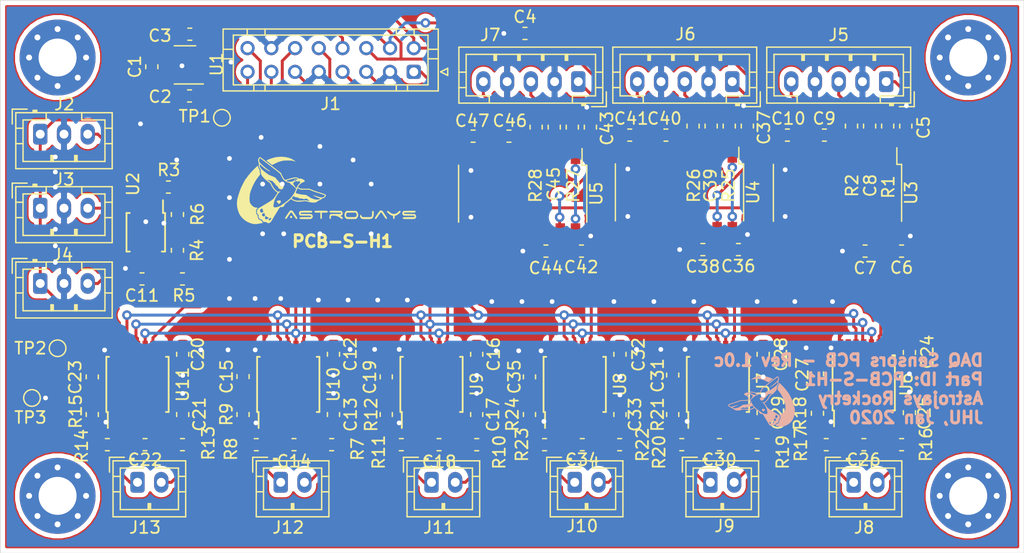
<source format=kicad_pcb>
(kicad_pcb (version 20171130) (host pcbnew 5.1.5)
  (title_block (title "Analog Sensor Interface") (rev 1.0c) (company "Astrojays Rocketry @ JHU") (comment 1 PCB-S-H1))
  (layers (0 F.Cu signal) (31 B.Cu signal) (34 B.Paste user) (35 F.Paste user) (36 B.SilkS user) (37 F.SilkS user) (38 B.Mask user) (39 F.Mask user) (44 Edge.Cuts user))
  (net 0 "")
  (net 1 GND)
  (net 2 +3V3)
  (net 3 +5V)
  (net 4 "Net-(C10-Pad1)")
  (net 5 "Net-(C13-Pad2)")
  (net 6 "Net-(C17-Pad2)")
  (net 7 "Net-(C21-Pad2)")
  (net 8 /tc6/CS)
  (net 9 /tc4/CS)
  (net 10 /tc2/CS)
  (net 11 /tc5/CS)
  (net 12 /tc3/CS)
  (net 13 /tc1/CS)
  (net 14 "Net-(R12-Pad1)")
  (net 15 "Net-(R15-Pad1)")
  (net 16 "Net-(R24-Pad1)")
  (net 17 "Net-(U2-Pad7)")
  (net 18 "Net-(U6-Pad13)")
  (net 19 "Net-(U6-Pad7)")
  (net 20 "Net-(U6-Pad6)")
  (net 21 "Net-(U8-Pad7)")
  (net 22 "Net-(C3-Pad1)")
  (net 23 "Net-(C14-Pad2)")
  (net 24 "Net-(C18-Pad2)")
  (net 25 "Net-(C22-Pad2)")
  (net 26 "Net-(C33-Pad2)")
  (net 27 /SPI1_SCK)
  (net 28 /SPI1_SDO)
  (net 29 /SPI1_SDI)
  (net 30 /I2C1_SDA)
  (net 31 /I2C1_SCL)
  (net 32 "Net-(R9-Pad1)")
  (net 33 "Net-(C36-Pad1)")
  (net 34 "Net-(C39-Pad1)")
  (net 35 "Net-(C41-Pad1)")
  (net 36 "Net-(C42-Pad1)")
  (net 37 "Net-(C45-Pad1)")
  (net 38 "Net-(C5-Pad1)")
  (net 39 "Net-(C9-Pad1)")
  (net 40 "Net-(C25-Pad2)")
  (net 41 "Net-(C29-Pad2)")
  (net 42 "Net-(C40-Pad1)")
  (net 43 "Net-(C46-Pad1)")
  (net 44 "Net-(J2-Pad3)")
  (net 45 "Net-(J3-Pad3)")
  (net 46 "Net-(J4-Pad3)")
  (net 47 "Net-(J5-Pad3)")
  (net 48 "Net-(J8-Pad2)")
  (net 49 "Net-(J8-Pad1)")
  (net 50 "Net-(J9-Pad2)")
  (net 51 "Net-(J9-Pad1)")
  (net 52 "Net-(J10-Pad2)")
  (net 53 "Net-(J10-Pad1)")
  (net 54 "Net-(J11-Pad2)")
  (net 55 "Net-(J11-Pad1)")
  (net 56 "Net-(R3-Pad2)")
  (net 57 "Net-(R18-Pad1)")
  (net 58 "Net-(R21-Pad1)")
  (net 59 "Net-(U7-Pad13)")
  (net 60 "Net-(U7-Pad7)")
  (net 61 "Net-(U7-Pad6)")
  (net 62 "Net-(U8-Pad13)")
  (net 63 "Net-(U8-Pad6)")
  (net 64 "Net-(U9-Pad13)")
  (net 65 "Net-(U9-Pad7)")
  (net 66 "Net-(U9-Pad6)")
  (net 67 "Net-(C8-Pad1)")
  (net 68 "Net-(C8-Pad2)")
  (net 69 "Net-(C9-Pad2)")
  (net 70 "Net-(C26-Pad2)")
  (net 71 "Net-(C30-Pad2)")
  (net 72 "Net-(C34-Pad2)")
  (net 73 "Net-(C39-Pad2)")
  (net 74 "Net-(C40-Pad2)")
  (net 75 "Net-(C45-Pad2)")
  (net 76 "Net-(C46-Pad2)")
  (net 77 "Net-(C47-Pad1)")
  (net 78 "Net-(R6-Pad2)")
  (net 79 "Net-(J5-Pad5)")
  (net 80 "Net-(J6-Pad3)")
  (net 81 "Net-(J6-Pad5)")
  (net 82 "Net-(J7-Pad3)")
  (net 83 "Net-(J7-Pad5)")
  (net 84 "Net-(J12-Pad2)")
  (net 85 "Net-(J12-Pad1)")
  (net 86 "Net-(J13-Pad2)")
  (net 87 "Net-(J13-Pad1)")
  (net 88 "Net-(U3-Pad10)")
  (net 89 "Net-(U3-Pad11)")
  (net 90 "Net-(U3-Pad12)")
  (net 91 "Net-(U4-Pad10)")
  (net 92 "Net-(U4-Pad11)")
  (net 93 "Net-(U4-Pad12)")
  (net 94 "Net-(U5-Pad10)")
  (net 95 "Net-(U5-Pad11)")
  (net 96 "Net-(U5-Pad12)")
  (net 97 "Net-(U10-Pad13)")
  (net 98 "Net-(U10-Pad7)")
  (net 99 "Net-(U10-Pad6)")
  (net 100 "Net-(U11-Pad13)")
  (net 101 "Net-(U11-Pad7)")
  (net 102 "Net-(U11-Pad6)")
  (module TestPoint:TestPoint_Pad_D1.0mm (layer F.Cu) (at 91.059 106.553)
    (fp_text reference TP3 (at -0.127 1.651) (layer F.SilkS))
    (fp_text value TestPoint)
    (pad 1 smd circle (at 0 0) (size 1 1) (layers F.Cu F.Mask) (net 1 GND))
  )
  (module TestPoint:TestPoint_Pad_D1.0mm (layer F.Cu) (at 93.218 102.362)
    (fp_text reference TP2 (at -2.286 0) (layer F.SilkS))
    (fp_text value TestPoint)
    (pad 1 smd circle (at 0 0) (size 1 1) (layers F.Cu F.Mask) (net 2 +3V3))
  )
  (module TestPoint:TestPoint_Pad_D1.0mm (layer F.Cu) (at 107.061 82.931)
    (fp_text reference TP1 (at -2.286 -0.127) (layer F.SilkS))
    (fp_text value TestPoint)
    (pad 1 smd circle (at 0 0) (size 1 1) (layers F.Cu F.Mask) (net 3 +5V))
  )
  (module Package_SO:SOP-16_4.4x10.4mm_P1.27mm (layer F.Cu) (at 132.3963 89.329 270)
    (fp_text reference U5 (at 0 -6.2 90) (layer F.SilkS))
    (fp_text value NAU7802SGI)
    (pad 1 smd rect (at -3.15 -4.45 270) (size 1.3 0.8) (layers F.Cu F.Paste F.Mask) (net 36 "Net-(C42-Pad1)"))
    (pad 2 smd rect (at -3.15 -3.17 270) (size 1.3 0.8) (layers F.Cu F.Paste F.Mask) (net 37 "Net-(C45-Pad1)"))
    (pad 3 smd rect (at -3.15 -1.91 270) (size 1.3 0.8) (layers F.Cu F.Paste F.Mask) (net 75 "Net-(C45-Pad2)"))
    (pad 4 smd rect (at -3.15 -0.64 270) (size 1.3 0.8) (layers F.Cu F.Paste F.Mask) (net 43 "Net-(C46-Pad1)"))
    (pad 5 smd rect (at -3.15 0.64 270) (size 1.3 0.8) (layers F.Cu F.Paste F.Mask) (net 76 "Net-(C46-Pad2)"))
    (pad 6 smd rect (at -3.15 1.91 270) (size 1.3 0.8) (layers F.Cu F.Paste F.Mask) (net 77 "Net-(C47-Pad1)"))
    (pad 7 smd rect (at -3.15 3.17 270) (size 1.3 0.8) (layers F.Cu F.Paste F.Mask) (net 1 GND))
    (pad 8 smd rect (at -3.15 4.45 270) (size 1.3 0.8) (layers F.Cu F.Paste F.Mask) (net 1 GND))
    (pad 9 smd rect (at 3.15 4.45 270) (size 1.3 0.8) (layers F.Cu F.Paste F.Mask) (net 1 GND))
    (pad 10 smd rect (at 3.15 3.17 270) (size 1.3 0.8) (layers F.Cu F.Paste F.Mask) (net 94 "Net-(U5-Pad10)"))
    (pad 11 smd rect (at 3.15 1.91 270) (size 1.3 0.8) (layers F.Cu F.Paste F.Mask) (net 95 "Net-(U5-Pad11)"))
    (pad 12 smd rect (at 3.15 0.64 270) (size 1.3 0.8) (layers F.Cu F.Paste F.Mask) (net 96 "Net-(U5-Pad12)"))
    (pad 13 smd rect (at 3.15 -0.64 270) (size 1.3 0.8) (layers F.Cu F.Paste F.Mask) (net 31 /I2C1_SCL))
    (pad 14 smd rect (at 3.15 -1.91 270) (size 1.3 0.8) (layers F.Cu F.Paste F.Mask) (net 30 /I2C1_SDA))
    (pad 15 smd rect (at 3.15 -3.17 270) (size 1.3 0.8) (layers F.Cu F.Paste F.Mask) (net 3 +5V))
    (pad 16 smd rect (at 3.15 -4.45 270) (size 1.3 0.8) (layers F.Cu F.Paste F.Mask) (net 36 "Net-(C42-Pad1)"))
  )
  (module Capacitor_SMD:C_0603_1608Metric (layer F.Cu) (at 132.588 75.819 180)
    (fp_text reference C4 (at 0 1.397) (layer F.SilkS))
    (fp_text value 10u)
    (pad 2 smd roundrect (at 0.7875 0 180) (size 0.875 0.95) (layers F.Cu F.Paste F.Mask) (net 1 GND))
    (pad 1 smd roundrect (at -0.7875 0 180) (size 0.875 0.95) (layers F.Cu F.Paste F.Mask) (net 3 +5V))
  )
  (module AJ_GFX:full_logo_21.3mmx9.3mm (layer F.Cu) (at 117.475 88.773)
    (fp_text reference G*** hide)
    (fp_text value LOGO hide)
  )
  (module AJ_GFX:small_logo_5.71mmx5.71mm (layer B.Cu) (at 152.781 106.807 180)
    (fp_text reference G*** hide)
    (fp_text value LOGO hide)
  )
  (module Package_SO:SOP-16_4.4x10.4mm_P1.27mm (layer F.Cu) (at 145.6055 89.2175 270)
    (fp_text reference U4 (at 0 -6.2 90) (layer F.SilkS))
    (fp_text value NAU7802SGI)
    (pad 1 smd rect (at -3.15 -4.45 270) (size 1.3 0.8) (layers F.Cu F.Paste F.Mask) (net 33 "Net-(C36-Pad1)"))
    (pad 2 smd rect (at -3.15 -3.17 270) (size 1.3 0.8) (layers F.Cu F.Paste F.Mask) (net 34 "Net-(C39-Pad1)"))
    (pad 3 smd rect (at -3.15 -1.91 270) (size 1.3 0.8) (layers F.Cu F.Paste F.Mask) (net 73 "Net-(C39-Pad2)"))
    (pad 4 smd rect (at -3.15 -0.64 270) (size 1.3 0.8) (layers F.Cu F.Paste F.Mask) (net 42 "Net-(C40-Pad1)"))
    (pad 5 smd rect (at -3.15 0.64 270) (size 1.3 0.8) (layers F.Cu F.Paste F.Mask) (net 74 "Net-(C40-Pad2)"))
    (pad 6 smd rect (at -3.15 1.91 270) (size 1.3 0.8) (layers F.Cu F.Paste F.Mask) (net 35 "Net-(C41-Pad1)"))
    (pad 7 smd rect (at -3.15 3.17 270) (size 1.3 0.8) (layers F.Cu F.Paste F.Mask) (net 1 GND))
    (pad 8 smd rect (at -3.15 4.45 270) (size 1.3 0.8) (layers F.Cu F.Paste F.Mask) (net 1 GND))
    (pad 9 smd rect (at 3.15 4.45 270) (size 1.3 0.8) (layers F.Cu F.Paste F.Mask) (net 1 GND))
    (pad 10 smd rect (at 3.15 3.17 270) (size 1.3 0.8) (layers F.Cu F.Paste F.Mask) (net 91 "Net-(U4-Pad10)"))
    (pad 11 smd rect (at 3.15 1.91 270) (size 1.3 0.8) (layers F.Cu F.Paste F.Mask) (net 92 "Net-(U4-Pad11)"))
    (pad 12 smd rect (at 3.15 0.64 270) (size 1.3 0.8) (layers F.Cu F.Paste F.Mask) (net 93 "Net-(U4-Pad12)"))
    (pad 13 smd rect (at 3.15 -0.64 270) (size 1.3 0.8) (layers F.Cu F.Paste F.Mask) (net 31 /I2C1_SCL))
    (pad 14 smd rect (at 3.15 -1.91 270) (size 1.3 0.8) (layers F.Cu F.Paste F.Mask) (net 30 /I2C1_SDA))
    (pad 15 smd rect (at 3.15 -3.17 270) (size 1.3 0.8) (layers F.Cu F.Paste F.Mask) (net 3 +5V))
    (pad 16 smd rect (at 3.15 -4.45 270) (size 1.3 0.8) (layers F.Cu F.Paste F.Mask) (net 33 "Net-(C36-Pad1)"))
  )
  (module Resistor_SMD:R_0603_1608Metric (layer F.Cu) (at 133.5278 83.7184 90)
    (fp_text reference R28 (at -4.9276 -0.0508 90) (layer F.SilkS))
    (fp_text value 47)
    (pad 1 smd roundrect (at -0.7875 0 90) (size 0.875 0.95) (layers F.Cu F.Paste F.Mask) (net 75 "Net-(C45-Pad2)"))
    (pad 2 smd roundrect (at 0.7875 0 90) (size 0.875 0.95) (layers F.Cu F.Paste F.Mask) (net 83 "Net-(J7-Pad5)"))
  )
  (module Resistor_SMD:R_0603_1608Metric (layer F.Cu) (at 136.5758 83.7184 90)
    (fp_text reference R27 (at -4.9276 0.0762 90) (layer F.SilkS))
    (fp_text value 47)
    (pad 1 smd roundrect (at -0.7875 0 90) (size 0.875 0.95) (layers F.Cu F.Paste F.Mask) (net 37 "Net-(C45-Pad1)"))
    (pad 2 smd roundrect (at 0.7875 0 90) (size 0.875 0.95) (layers F.Cu F.Paste F.Mask) (net 82 "Net-(J7-Pad3)"))
  )
  (module Resistor_SMD:R_0603_1608Metric (layer F.Cu) (at 146.7485 83.6295 90)
    (fp_text reference R26 (at -5.0165 0.0635 90) (layer F.SilkS))
    (fp_text value 47)
    (pad 1 smd roundrect (at -0.7875 0 90) (size 0.875 0.95) (layers F.Cu F.Paste F.Mask) (net 73 "Net-(C39-Pad2)"))
    (pad 2 smd roundrect (at 0.7875 0 90) (size 0.875 0.95) (layers F.Cu F.Paste F.Mask) (net 81 "Net-(J6-Pad5)"))
  )
  (module Resistor_SMD:R_0603_1608Metric (layer F.Cu) (at 149.7965 83.6295 90)
    (fp_text reference R25 (at -5.0165 -0.0635 90) (layer F.SilkS))
    (fp_text value 47)
    (pad 1 smd roundrect (at -0.7875 0 90) (size 0.875 0.95) (layers F.Cu F.Paste F.Mask) (net 34 "Net-(C39-Pad1)"))
    (pad 2 smd roundrect (at 0.7875 0 90) (size 0.875 0.95) (layers F.Cu F.Paste F.Mask) (net 80 "Net-(J6-Pad3)"))
  )
  (module Connector_JST:JST_PH_B5B-PH-K_1x05_P2.00mm_Vertical (layer F.Cu) (at 137.0838 79.883 180)
    (fp_text reference J7 (at 7.4168 3.937) (layer F.SilkS))
    (fp_text value Conn_01x05_Male)
    (pad 1 thru_hole roundrect (at 0 0 180) (size 1.2 1.75) (drill 0.75) (layers *.Cu *.Mask) (roundrect_rratio 0.208333) (net 36 "Net-(C42-Pad1)"))
    (pad 2 thru_hole oval (at 2 0 180) (size 1.2 1.75) (drill 0.75) (layers *.Cu *.Mask) (net 1 GND))
    (pad 3 thru_hole oval (at 4 0 180) (size 1.2 1.75) (drill 0.75) (layers *.Cu *.Mask) (net 82 "Net-(J7-Pad3)"))
    (pad 4 thru_hole oval (at 6 0 180) (size 1.2 1.75) (drill 0.75) (layers *.Cu *.Mask) (net 1 GND))
    (pad 5 thru_hole oval (at 8 0 180) (size 1.2 1.75) (drill 0.75) (layers *.Cu *.Mask) (net 83 "Net-(J7-Pad5)"))
  )
  (module Connector_JST:JST_PH_B5B-PH-K_1x05_P2.00mm_Vertical (layer F.Cu) (at 150.0505 79.883 180)
    (fp_text reference J6 (at 3.937 4.0005) (layer F.SilkS))
    (fp_text value Conn_01x05_Male)
    (pad 1 thru_hole roundrect (at 0 0 180) (size 1.2 1.75) (drill 0.75) (layers *.Cu *.Mask) (roundrect_rratio 0.208333) (net 33 "Net-(C36-Pad1)"))
    (pad 2 thru_hole oval (at 2 0 180) (size 1.2 1.75) (drill 0.75) (layers *.Cu *.Mask) (net 1 GND))
    (pad 3 thru_hole oval (at 4 0 180) (size 1.2 1.75) (drill 0.75) (layers *.Cu *.Mask) (net 80 "Net-(J6-Pad3)"))
    (pad 4 thru_hole oval (at 6 0 180) (size 1.2 1.75) (drill 0.75) (layers *.Cu *.Mask) (net 1 GND))
    (pad 5 thru_hole oval (at 8 0 180) (size 1.2 1.75) (drill 0.75) (layers *.Cu *.Mask) (net 81 "Net-(J6-Pad5)"))
  )
  (module Capacitor_SMD:C_0603_1608Metric (layer F.Cu) (at 138.0998 83.7184 90)
    (fp_text reference C43 (at -0.1016 1.397 90) (layer F.SilkS))
    (fp_text value 1u)
    (pad 1 smd roundrect (at -0.7875 0 90) (size 0.875 0.95) (layers F.Cu F.Paste F.Mask) (net 36 "Net-(C42-Pad1)"))
    (pad 2 smd roundrect (at 0.7875 0 90) (size 0.875 0.95) (layers F.Cu F.Paste F.Mask) (net 1 GND))
  )
  (module Capacitor_SMD:C_0603_1608Metric (layer F.Cu) (at 128.2192 84.4804 180)
    (fp_text reference C47 (at 0.0762 1.2954) (layer F.SilkS))
    (fp_text value 0.1u)
    (pad 1 smd roundrect (at -0.7875 0 180) (size 0.875 0.95) (layers F.Cu F.Paste F.Mask) (net 77 "Net-(C47-Pad1)"))
    (pad 2 smd roundrect (at 0.7875 0 180) (size 0.875 0.95) (layers F.Cu F.Paste F.Mask) (net 1 GND))
  )
  (module Capacitor_SMD:C_0603_1608Metric (layer F.Cu) (at 134.3533 94.1705 180)
    (fp_text reference C44 (at 0 -1.43) (layer F.SilkS))
    (fp_text value 1u)
    (pad 1 smd roundrect (at -0.7875 0 180) (size 0.875 0.95) (layers F.Cu F.Paste F.Mask) (net 3 +5V))
    (pad 2 smd roundrect (at 0.7875 0 180) (size 0.875 0.95) (layers F.Cu F.Paste F.Mask) (net 1 GND))
  )
  (module Capacitor_SMD:C_0603_1608Metric (layer F.Cu) (at 131.2418 84.4804 180)
    (fp_text reference C46 (at -0.0762 1.2954) (layer F.SilkS))
    (fp_text value 680p)
    (pad 1 smd roundrect (at -0.7875 0 180) (size 0.875 0.95) (layers F.Cu F.Paste F.Mask) (net 43 "Net-(C46-Pad1)"))
    (pad 2 smd roundrect (at 0.7875 0 180) (size 0.875 0.95) (layers F.Cu F.Paste F.Mask) (net 76 "Net-(C46-Pad2)"))
  )
  (module Capacitor_SMD:C_0603_1608Metric (layer F.Cu) (at 137.3498 94.1705)
    (fp_text reference C42 (at -0.0254 1.3462) (layer F.SilkS))
    (fp_text value 0.1u)
    (pad 1 smd roundrect (at -0.7875 0) (size 0.875 0.95) (layers F.Cu F.Paste F.Mask) (net 36 "Net-(C42-Pad1)"))
    (pad 2 smd roundrect (at 0.7875 0) (size 0.875 0.95) (layers F.Cu F.Paste F.Mask) (net 1 GND))
  )
  (module Capacitor_SMD:C_0603_1608Metric (layer F.Cu) (at 135.0518 83.7184 90)
    (fp_text reference C45 (at -4.8006 -0.0508 90) (layer F.SilkS))
    (fp_text value 0.1u)
    (pad 1 smd roundrect (at -0.7875 0 90) (size 0.875 0.95) (layers F.Cu F.Paste F.Mask) (net 37 "Net-(C45-Pad1)"))
    (pad 2 smd roundrect (at 0.7875 0 90) (size 0.875 0.95) (layers F.Cu F.Paste F.Mask) (net 75 "Net-(C45-Pad2)"))
  )
  (module Capacitor_SMD:C_0603_1608Metric (layer F.Cu) (at 151.3205 83.6295 90)
    (fp_text reference C37 (at -0.127 1.397 90) (layer F.SilkS))
    (fp_text value 1u)
    (pad 1 smd roundrect (at -0.7875 0 90) (size 0.875 0.95) (layers F.Cu F.Paste F.Mask) (net 33 "Net-(C36-Pad1)"))
    (pad 2 smd roundrect (at 0.7875 0 90) (size 0.875 0.95) (layers F.Cu F.Paste F.Mask) (net 1 GND))
  )
  (module Capacitor_SMD:C_0603_1608Metric (layer F.Cu) (at 141.4145 84.3915 180)
    (fp_text reference C41 (at -0.127 1.397) (layer F.SilkS))
    (fp_text value 0.1u)
    (pad 1 smd roundrect (at -0.7875 0 180) (size 0.875 0.95) (layers F.Cu F.Paste F.Mask) (net 35 "Net-(C41-Pad1)"))
    (pad 2 smd roundrect (at 0.7875 0 180) (size 0.875 0.95) (layers F.Cu F.Paste F.Mask) (net 1 GND))
  )
  (module Capacitor_SMD:C_0603_1608Metric (layer F.Cu) (at 147.574 94.0435 180)
    (fp_text reference C38 (at 0 -1.43) (layer F.SilkS))
    (fp_text value 1u)
    (pad 1 smd roundrect (at -0.7875 0 180) (size 0.875 0.95) (layers F.Cu F.Paste F.Mask) (net 3 +5V))
    (pad 2 smd roundrect (at 0.7875 0 180) (size 0.875 0.95) (layers F.Cu F.Paste F.Mask) (net 1 GND))
  )
  (module Capacitor_SMD:C_0603_1608Metric (layer F.Cu) (at 144.4625 84.3915 180)
    (fp_text reference C40 (at 0.127 1.397) (layer F.SilkS))
    (fp_text value 680p)
    (pad 1 smd roundrect (at -0.7875 0 180) (size 0.875 0.95) (layers F.Cu F.Paste F.Mask) (net 42 "Net-(C40-Pad1)"))
    (pad 2 smd roundrect (at 0.7875 0 180) (size 0.875 0.95) (layers F.Cu F.Paste F.Mask) (net 74 "Net-(C40-Pad2)"))
  )
  (module Capacitor_SMD:C_0603_1608Metric (layer F.Cu) (at 150.5705 94.0435)
    (fp_text reference C36 (at -0.012 1.397) (layer F.SilkS))
    (fp_text value 0.1u)
    (pad 1 smd roundrect (at -0.7875 0) (size 0.875 0.95) (layers F.Cu F.Paste F.Mask) (net 33 "Net-(C36-Pad1)"))
    (pad 2 smd roundrect (at 0.7875 0) (size 0.875 0.95) (layers F.Cu F.Paste F.Mask) (net 1 GND))
  )
  (module Capacitor_SMD:C_0603_1608Metric (layer F.Cu) (at 148.2725 83.6295 90)
    (fp_text reference C39 (at -5.0165 -0.0635 90) (layer F.SilkS))
    (fp_text value 0.1u)
    (pad 1 smd roundrect (at -0.7875 0 90) (size 0.875 0.95) (layers F.Cu F.Paste F.Mask) (net 34 "Net-(C39-Pad1)"))
    (pad 2 smd roundrect (at 0.7875 0 90) (size 0.875 0.95) (layers F.Cu F.Paste F.Mask) (net 73 "Net-(C39-Pad2)"))
  )
  (module MountingHole:MountingHole_3.2mm_M3_Pad_Via (layer F.Cu) (at 93.218 114.808)
    (fp_text reference M1 hide)
    (fp_text value MountingHole_3.2mm_M3_Pad_Via)
    (pad 1 thru_hole circle (at 0 0) (size 6.4 6.4) (drill 3.2) (layers *.Cu *.Mask))
    (pad 1 thru_hole circle (at 2.4 0) (size 0.8 0.8) (drill 0.5) (layers *.Cu *.Mask))
    (pad 1 thru_hole circle (at 1.697056 1.697056) (size 0.8 0.8) (drill 0.5) (layers *.Cu *.Mask))
    (pad 1 thru_hole circle (at 0 2.4) (size 0.8 0.8) (drill 0.5) (layers *.Cu *.Mask))
    (pad 1 thru_hole circle (at -1.697056 1.697056) (size 0.8 0.8) (drill 0.5) (layers *.Cu *.Mask))
    (pad 1 thru_hole circle (at -2.4 0) (size 0.8 0.8) (drill 0.5) (layers *.Cu *.Mask))
    (pad 1 thru_hole circle (at -1.697056 -1.697056) (size 0.8 0.8) (drill 0.5) (layers *.Cu *.Mask))
    (pad 1 thru_hole circle (at 0 -2.4) (size 0.8 0.8) (drill 0.5) (layers *.Cu *.Mask))
    (pad 1 thru_hole circle (at 1.697056 -1.697056) (size 0.8 0.8) (drill 0.5) (layers *.Cu *.Mask))
  )
  (module MountingHole:MountingHole_3.2mm_M3_Pad_Via (layer F.Cu) (at 93.218 77.851)
    (fp_text reference M2 hide)
    (fp_text value MountingHole_3.2mm_M3_Pad_Via)
    (pad 1 thru_hole circle (at 0 0) (size 6.4 6.4) (drill 3.2) (layers *.Cu *.Mask))
    (pad 1 thru_hole circle (at 2.4 0) (size 0.8 0.8) (drill 0.5) (layers *.Cu *.Mask))
    (pad 1 thru_hole circle (at 1.697056 1.697056) (size 0.8 0.8) (drill 0.5) (layers *.Cu *.Mask))
    (pad 1 thru_hole circle (at 0 2.4) (size 0.8 0.8) (drill 0.5) (layers *.Cu *.Mask))
    (pad 1 thru_hole circle (at -1.697056 1.697056) (size 0.8 0.8) (drill 0.5) (layers *.Cu *.Mask))
    (pad 1 thru_hole circle (at -2.4 0) (size 0.8 0.8) (drill 0.5) (layers *.Cu *.Mask))
    (pad 1 thru_hole circle (at -1.697056 -1.697056) (size 0.8 0.8) (drill 0.5) (layers *.Cu *.Mask))
    (pad 1 thru_hole circle (at 0 -2.4) (size 0.8 0.8) (drill 0.5) (layers *.Cu *.Mask))
    (pad 1 thru_hole circle (at 1.697056 -1.697056) (size 0.8 0.8) (drill 0.5) (layers *.Cu *.Mask))
  )
  (module MountingHole:MountingHole_3.2mm_M3_Pad_Via (layer F.Cu) (at 169.926 77.851)
    (fp_text reference M3 hide)
    (fp_text value MountingHole_3.2mm_M3_Pad_Via)
    (pad 1 thru_hole circle (at 0 0) (size 6.4 6.4) (drill 3.2) (layers *.Cu *.Mask))
    (pad 1 thru_hole circle (at 2.4 0) (size 0.8 0.8) (drill 0.5) (layers *.Cu *.Mask))
    (pad 1 thru_hole circle (at 1.697056 1.697056) (size 0.8 0.8) (drill 0.5) (layers *.Cu *.Mask))
    (pad 1 thru_hole circle (at 0 2.4) (size 0.8 0.8) (drill 0.5) (layers *.Cu *.Mask))
    (pad 1 thru_hole circle (at -1.697056 1.697056) (size 0.8 0.8) (drill 0.5) (layers *.Cu *.Mask))
    (pad 1 thru_hole circle (at -2.4 0) (size 0.8 0.8) (drill 0.5) (layers *.Cu *.Mask))
    (pad 1 thru_hole circle (at -1.697056 -1.697056) (size 0.8 0.8) (drill 0.5) (layers *.Cu *.Mask))
    (pad 1 thru_hole circle (at 0 -2.4) (size 0.8 0.8) (drill 0.5) (layers *.Cu *.Mask))
    (pad 1 thru_hole circle (at 1.697056 -1.697056) (size 0.8 0.8) (drill 0.5) (layers *.Cu *.Mask))
  )
  (module MountingHole:MountingHole_3.2mm_M3_Pad_Via (layer F.Cu) (at 169.926 114.808)
    (fp_text reference M4 hide)
    (fp_text value MountingHole_3.2mm_M3_Pad_Via)
    (pad 1 thru_hole circle (at 1.697056 -1.697056) (size 0.8 0.8) (drill 0.5) (layers *.Cu *.Mask))
    (pad 1 thru_hole circle (at 0 -2.4) (size 0.8 0.8) (drill 0.5) (layers *.Cu *.Mask))
    (pad 1 thru_hole circle (at -1.697056 -1.697056) (size 0.8 0.8) (drill 0.5) (layers *.Cu *.Mask))
    (pad 1 thru_hole circle (at -2.4 0) (size 0.8 0.8) (drill 0.5) (layers *.Cu *.Mask))
    (pad 1 thru_hole circle (at -1.697056 1.697056) (size 0.8 0.8) (drill 0.5) (layers *.Cu *.Mask))
    (pad 1 thru_hole circle (at 0 2.4) (size 0.8 0.8) (drill 0.5) (layers *.Cu *.Mask))
    (pad 1 thru_hole circle (at 1.697056 1.697056) (size 0.8 0.8) (drill 0.5) (layers *.Cu *.Mask))
    (pad 1 thru_hole circle (at 2.4 0) (size 0.8 0.8) (drill 0.5) (layers *.Cu *.Mask))
    (pad 1 thru_hole circle (at 0 0) (size 6.4 6.4) (drill 3.2) (layers *.Cu *.Mask))
  )
  (module Connector_JST:JST_PHD_B16B-PHDSS_2x08_P2.00mm_Vertical (layer F.Cu) (at 123.2215 79.0575 180)
    (fp_text reference J1 (at 7 -2.7) (layer F.SilkS))
    (fp_text value Conn_02x08_Odd_Even)
    (pad 1 thru_hole roundrect (at 0 0 180) (size 1.2 1.2) (drill 0.75) (layers *.Cu *.Mask) (roundrect_rratio 0.208333) (net 13 /tc1/CS))
    (pad 3 thru_hole circle (at 2 0 180) (size 1.2 1.2) (drill 0.75) (layers *.Cu *.Mask) (net 1 GND))
    (pad 5 thru_hole circle (at 4 0 180) (size 1.2 1.2) (drill 0.75) (layers *.Cu *.Mask) (net 10 /tc2/CS))
    (pad 7 thru_hole circle (at 6 0 180) (size 1.2 1.2) (drill 0.75) (layers *.Cu *.Mask) (net 12 /tc3/CS))
    (pad 9 thru_hole circle (at 8 0 180) (size 1.2 1.2) (drill 0.75) (layers *.Cu *.Mask) (net 1 GND))
    (pad 11 thru_hole circle (at 10 0 180) (size 1.2 1.2) (drill 0.75) (layers *.Cu *.Mask) (net 9 /tc4/CS))
    (pad 13 thru_hole circle (at 12 0 180) (size 1.2 1.2) (drill 0.75) (layers *.Cu *.Mask) (net 11 /tc5/CS))
    (pad 15 thru_hole circle (at 14 0 180) (size 1.2 1.2) (drill 0.75) (layers *.Cu *.Mask) (net 8 /tc6/CS))
    (pad 2 thru_hole circle (at 0 2 180) (size 1.2 1.2) (drill 0.75) (layers *.Cu *.Mask) (net 31 /I2C1_SCL))
    (pad 4 thru_hole circle (at 2 2 180) (size 1.2 1.2) (drill 0.75) (layers *.Cu *.Mask) (net 3 +5V))
    (pad 6 thru_hole circle (at 4 2 180) (size 1.2 1.2) (drill 0.75) (layers *.Cu *.Mask) (net 30 /I2C1_SDA))
    (pad 8 thru_hole circle (at 6 2 180) (size 1.2 1.2) (drill 0.75) (layers *.Cu *.Mask) (net 3 +5V))
    (pad 10 thru_hole circle (at 8 2 180) (size 1.2 1.2) (drill 0.75) (layers *.Cu *.Mask) (net 29 /SPI1_SDI))
    (pad 12 thru_hole circle (at 10 2 180) (size 1.2 1.2) (drill 0.75) (layers *.Cu *.Mask) (net 28 /SPI1_SDO))
    (pad 14 thru_hole circle (at 12 2 180) (size 1.2 1.2) (drill 0.75) (layers *.Cu *.Mask) (net 1 GND))
    (pad 16 thru_hole circle (at 14 2 180) (size 1.2 1.2) (drill 0.75) (layers *.Cu *.Mask) (net 27 /SPI1_SCK))
  )
  (module Package_SO:TSSOP-14_4.4x5mm_P0.65mm (layer F.Cu) (at 136.779 105.41 90)
    (fp_text reference U8 (at 0 3.81 90) (layer F.SilkS))
    (fp_text value MAX31856)
    (pad 14 smd rect (at 2.95 -1.95 90) (size 1.45 0.45) (layers F.Cu F.Paste F.Mask) (net 1 GND))
    (pad 13 smd rect (at 2.95 -1.3 90) (size 1.45 0.45) (layers F.Cu F.Paste F.Mask) (net 62 "Net-(U8-Pad13)"))
    (pad 12 smd rect (at 2.95 -0.65 90) (size 1.45 0.45) (layers F.Cu F.Paste F.Mask) (net 29 /SPI1_SDI))
    (pad 11 smd rect (at 2.95 0 90) (size 1.45 0.45) (layers F.Cu F.Paste F.Mask) (net 28 /SPI1_SDO))
    (pad 10 smd rect (at 2.95 0.65 90) (size 1.45 0.45) (layers F.Cu F.Paste F.Mask) (net 27 /SPI1_SCK))
    (pad 9 smd rect (at 2.95 1.3 90) (size 1.45 0.45) (layers F.Cu F.Paste F.Mask) (net 12 /tc3/CS))
    (pad 8 smd rect (at 2.95 1.95 90) (size 1.45 0.45) (layers F.Cu F.Paste F.Mask) (net 2 +3V3))
    (pad 7 smd rect (at -2.95 1.95 90) (size 1.45 0.45) (layers F.Cu F.Paste F.Mask) (net 21 "Net-(U8-Pad7)"))
    (pad 6 smd rect (at -2.95 1.3 90) (size 1.45 0.45) (layers F.Cu F.Paste F.Mask) (net 63 "Net-(U8-Pad6)"))
    (pad 5 smd rect (at -2.95 0.65 90) (size 1.45 0.45) (layers F.Cu F.Paste F.Mask) (net 2 +3V3))
    (pad 4 smd rect (at -2.95 0 90) (size 1.45 0.45) (layers F.Cu F.Paste F.Mask) (net 26 "Net-(C33-Pad2)"))
    (pad 3 smd rect (at -2.95 -0.65 90) (size 1.45 0.45) (layers F.Cu F.Paste F.Mask) (net 72 "Net-(C34-Pad2)"))
    (pad 2 smd rect (at -2.95 -1.3 90) (size 1.45 0.45) (layers F.Cu F.Paste F.Mask) (net 16 "Net-(R24-Pad1)"))
    (pad 1 smd rect (at -2.95 -1.95 90) (size 1.45 0.45) (layers F.Cu F.Paste F.Mask) (net 1 GND))
  )
  (module Connector_JST:JST_PH_B3B-PH-K_1x03_P2.00mm_Vertical (layer F.Cu) (at 91.7575 96.901)
    (fp_text reference J4 (at 1.905 -2.413) (layer F.SilkS))
    (fp_text value Conn_01x03_Male)
    (pad 3 thru_hole oval (at 4 0) (size 1.2 1.75) (drill 0.75) (layers *.Cu *.Mask) (net 46 "Net-(J4-Pad3)"))
    (pad 2 thru_hole oval (at 2 0) (size 1.2 1.75) (drill 0.75) (layers *.Cu *.Mask) (net 1 GND))
    (pad 1 thru_hole roundrect (at 0 0) (size 1.2 1.75) (drill 0.75) (layers *.Cu *.Mask) (roundrect_rratio 0.208333) (net 2 +3V3))
  )
  (module Connector_JST:JST_PH_B3B-PH-K_1x03_P2.00mm_Vertical (layer F.Cu) (at 91.7575 90.551)
    (fp_text reference J3 (at 2.032 -2.413) (layer F.SilkS))
    (fp_text value Conn_01x03_Male)
    (pad 3 thru_hole oval (at 4 0) (size 1.2 1.75) (drill 0.75) (layers *.Cu *.Mask) (net 45 "Net-(J3-Pad3)"))
    (pad 2 thru_hole oval (at 2 0) (size 1.2 1.75) (drill 0.75) (layers *.Cu *.Mask) (net 1 GND))
    (pad 1 thru_hole roundrect (at 0 0) (size 1.2 1.75) (drill 0.75) (layers *.Cu *.Mask) (roundrect_rratio 0.208333) (net 2 +3V3))
  )
  (module Connector_JST:JST_PH_B3B-PH-K_1x03_P2.00mm_Vertical (layer F.Cu) (at 91.7575 84.31276)
    (fp_text reference J2 (at 2.032 -2.52476) (layer F.SilkS))
    (fp_text value Conn_01x03_Male)
    (pad 3 thru_hole oval (at 4 0) (size 1.2 1.75) (drill 0.75) (layers *.Cu *.Mask) (net 44 "Net-(J2-Pad3)"))
    (pad 2 thru_hole oval (at 2 0) (size 1.2 1.75) (drill 0.75) (layers *.Cu *.Mask) (net 1 GND))
    (pad 1 thru_hole roundrect (at 0 0) (size 1.2 1.75) (drill 0.75) (layers *.Cu *.Mask) (roundrect_rratio 0.208333) (net 2 +3V3))
  )
  (module Connector_JST:JST_PH_B5B-PH-K_1x05_P2.00mm_Vertical (layer F.Cu) (at 163.0172 79.883 180)
    (fp_text reference J5 (at 4.0005 3.937) (layer F.SilkS))
    (fp_text value Conn_01x05_Male)
    (pad 1 thru_hole roundrect (at 0 0 180) (size 1.2 1.75) (drill 0.75) (layers *.Cu *.Mask) (roundrect_rratio 0.208333) (net 38 "Net-(C5-Pad1)"))
    (pad 2 thru_hole oval (at 2 0 180) (size 1.2 1.75) (drill 0.75) (layers *.Cu *.Mask) (net 1 GND))
    (pad 3 thru_hole oval (at 4 0 180) (size 1.2 1.75) (drill 0.75) (layers *.Cu *.Mask) (net 47 "Net-(J5-Pad3)"))
    (pad 4 thru_hole oval (at 6 0 180) (size 1.2 1.75) (drill 0.75) (layers *.Cu *.Mask) (net 1 GND))
    (pad 5 thru_hole oval (at 8 0 180) (size 1.2 1.75) (drill 0.75) (layers *.Cu *.Mask) (net 79 "Net-(J5-Pad5)"))
  )
  (module Connector_JST:JST_PH_B2B-PH-K_1x02_P2.00mm_Vertical (layer F.Cu) (at 99.949 113.665)
    (fp_text reference J13 (at 0.635 3.81) (layer F.SilkS))
    (fp_text value Conn_01x02_Male)
    (pad 2 thru_hole oval (at 2 0) (size 1.2 1.75) (drill 0.75) (layers *.Cu *.Mask) (net 86 "Net-(J13-Pad2)"))
    (pad 1 thru_hole roundrect (at 0 0) (size 1.2 1.75) (drill 0.75) (layers *.Cu *.Mask) (roundrect_rratio 0.208333) (net 87 "Net-(J13-Pad1)"))
  )
  (module Connector_JST:JST_PH_B2B-PH-K_1x02_P2.00mm_Vertical (layer F.Cu) (at 112.014 113.665)
    (fp_text reference J12 (at 0.635 3.81) (layer F.SilkS))
    (fp_text value Conn_01x02_Male)
    (pad 2 thru_hole oval (at 2 0) (size 1.2 1.75) (drill 0.75) (layers *.Cu *.Mask) (net 84 "Net-(J12-Pad2)"))
    (pad 1 thru_hole roundrect (at 0 0) (size 1.2 1.75) (drill 0.75) (layers *.Cu *.Mask) (roundrect_rratio 0.208333) (net 85 "Net-(J12-Pad1)"))
  )
  (module Connector_JST:JST_PH_B2B-PH-K_1x02_P2.00mm_Vertical (layer F.Cu) (at 124.714 113.665)
    (fp_text reference J11 (at 0.635 3.81) (layer F.SilkS))
    (fp_text value Conn_01x02_Male)
    (pad 2 thru_hole oval (at 2 0) (size 1.2 1.75) (drill 0.75) (layers *.Cu *.Mask) (net 54 "Net-(J11-Pad2)"))
    (pad 1 thru_hole roundrect (at 0 0) (size 1.2 1.75) (drill 0.75) (layers *.Cu *.Mask) (roundrect_rratio 0.208333) (net 55 "Net-(J11-Pad1)"))
  )
  (module Connector_JST:JST_PH_B2B-PH-K_1x02_P2.00mm_Vertical (layer F.Cu) (at 136.779 113.665)
    (fp_text reference J10 (at 0.635 3.683) (layer F.SilkS))
    (fp_text value Conn_01x02_Male)
    (pad 2 thru_hole oval (at 2 0) (size 1.2 1.75) (drill 0.75) (layers *.Cu *.Mask) (net 52 "Net-(J10-Pad2)"))
    (pad 1 thru_hole roundrect (at 0 0) (size 1.2 1.75) (drill 0.75) (layers *.Cu *.Mask) (roundrect_rratio 0.208333) (net 53 "Net-(J10-Pad1)"))
  )
  (module Connector_JST:JST_PH_B2B-PH-K_1x02_P2.00mm_Vertical (layer F.Cu) (at 148.209 113.665)
    (fp_text reference J9 (at 1.1938 3.683) (layer F.SilkS))
    (fp_text value Conn_01x02_Male)
    (pad 2 thru_hole oval (at 2 0) (size 1.2 1.75) (drill 0.75) (layers *.Cu *.Mask) (net 50 "Net-(J9-Pad2)"))
    (pad 1 thru_hole roundrect (at 0 0) (size 1.2 1.75) (drill 0.75) (layers *.Cu *.Mask) (roundrect_rratio 0.208333) (net 51 "Net-(J9-Pad1)"))
  )
  (module Connector_JST:JST_PH_B2B-PH-K_1x02_P2.00mm_Vertical (layer F.Cu) (at 160.274 113.665)
    (fp_text reference J8 (at 0.889 3.81) (layer F.SilkS))
    (fp_text value Conn_01x02_Male)
    (pad 2 thru_hole oval (at 2 0) (size 1.2 1.75) (drill 0.75) (layers *.Cu *.Mask) (net 48 "Net-(J8-Pad2)"))
    (pad 1 thru_hole roundrect (at 0 0) (size 1.2 1.75) (drill 0.75) (layers *.Cu *.Mask) (roundrect_rratio 0.208333) (net 49 "Net-(J8-Pad1)"))
  )
  (module Capacitor_SMD:C_0603_1608Metric (layer F.Cu) (at 152.654 107.7975 270)
    (fp_text reference C29 (at 0.01016 -1.27 90) (layer F.SilkS))
    (fp_text value 0.01u)
    (pad 2 smd roundrect (at 0.7875 0 270) (size 0.875 0.95) (layers F.Cu F.Paste F.Mask) (net 41 "Net-(C29-Pad2)"))
    (pad 1 smd roundrect (at -0.7875 0 270) (size 0.875 0.95) (layers F.Cu F.Paste F.Mask) (net 1 GND))
  )
  (module Resistor_SMD:R_0603_1608Metric (layer F.Cu) (at 103.7335 110.49 180)
    (fp_text reference R13 (at -2.1845 0.127 270) (layer F.SilkS))
    (fp_text value 2k)
    (pad 2 smd roundrect (at 0.7875 0 180) (size 0.875 0.95) (layers F.Cu F.Paste F.Mask) (net 7 "Net-(C21-Pad2)"))
    (pad 1 smd roundrect (at -0.7875 0 180) (size 0.875 0.95) (layers F.Cu F.Paste F.Mask) (net 86 "Net-(J13-Pad2)"))
  )
  (module Capacitor_SMD:C_0603_1608Metric (layer F.Cu) (at 100.584 110.49 180)
    (fp_text reference C22 (at 0 -1.27) (layer F.SilkS))
    (fp_text value 0.1u)
    (pad 2 smd roundrect (at 0.7875 0 180) (size 0.875 0.95) (layers F.Cu F.Paste F.Mask) (net 25 "Net-(C22-Pad2)"))
    (pad 1 smd roundrect (at -0.7875 0 180) (size 0.875 0.95) (layers F.Cu F.Paste F.Mask) (net 7 "Net-(C21-Pad2)"))
  )
  (module Package_TO_SOT_SMD:SOT-23-5 (layer F.Cu) (at 103.94696 78.47076 180)
    (fp_text reference U1 (at -2.66954 0.04826 90) (layer F.SilkS))
    (fp_text value LP2985-3.3)
    (pad 1 smd rect (at -1.1 -0.95 180) (size 1.06 0.65) (layers F.Cu F.Paste F.Mask) (net 3 +5V))
    (pad 2 smd rect (at -1.1 0 180) (size 1.06 0.65) (layers F.Cu F.Paste F.Mask) (net 1 GND))
    (pad 3 smd rect (at -1.1 0.95 180) (size 1.06 0.65) (layers F.Cu F.Paste F.Mask) (net 3 +5V))
    (pad 4 smd rect (at 1.1 0.95 180) (size 1.06 0.65) (layers F.Cu F.Paste F.Mask) (net 22 "Net-(C3-Pad1)"))
    (pad 5 smd rect (at 1.1 -0.95 180) (size 1.06 0.65) (layers F.Cu F.Paste F.Mask) (net 2 +3V3))
  )
  (module Package_SO:TSSOP-14_4.4x5mm_P0.65mm (layer F.Cu) (at 99.949 105.41 90)
    (fp_text reference U11 (at 0 3.81 90) (layer F.SilkS))
    (fp_text value MAX31856)
    (pad 14 smd rect (at 2.95 -1.95 90) (size 1.45 0.45) (layers F.Cu F.Paste F.Mask) (net 1 GND))
    (pad 13 smd rect (at 2.95 -1.3 90) (size 1.45 0.45) (layers F.Cu F.Paste F.Mask) (net 100 "Net-(U11-Pad13)"))
    (pad 12 smd rect (at 2.95 -0.65 90) (size 1.45 0.45) (layers F.Cu F.Paste F.Mask) (net 29 /SPI1_SDI))
    (pad 11 smd rect (at 2.95 0 90) (size 1.45 0.45) (layers F.Cu F.Paste F.Mask) (net 28 /SPI1_SDO))
    (pad 10 smd rect (at 2.95 0.65 90) (size 1.45 0.45) (layers F.Cu F.Paste F.Mask) (net 27 /SPI1_SCK))
    (pad 9 smd rect (at 2.95 1.3 90) (size 1.45 0.45) (layers F.Cu F.Paste F.Mask) (net 8 /tc6/CS))
    (pad 8 smd rect (at 2.95 1.95 90) (size 1.45 0.45) (layers F.Cu F.Paste F.Mask) (net 2 +3V3))
    (pad 7 smd rect (at -2.95 1.95 90) (size 1.45 0.45) (layers F.Cu F.Paste F.Mask) (net 101 "Net-(U11-Pad7)"))
    (pad 6 smd rect (at -2.95 1.3 90) (size 1.45 0.45) (layers F.Cu F.Paste F.Mask) (net 102 "Net-(U11-Pad6)"))
    (pad 5 smd rect (at -2.95 0.65 90) (size 1.45 0.45) (layers F.Cu F.Paste F.Mask) (net 2 +3V3))
    (pad 4 smd rect (at -2.95 0 90) (size 1.45 0.45) (layers F.Cu F.Paste F.Mask) (net 7 "Net-(C21-Pad2)"))
    (pad 3 smd rect (at -2.95 -0.65 90) (size 1.45 0.45) (layers F.Cu F.Paste F.Mask) (net 25 "Net-(C22-Pad2)"))
    (pad 2 smd rect (at -2.95 -1.3 90) (size 1.45 0.45) (layers F.Cu F.Paste F.Mask) (net 15 "Net-(R15-Pad1)"))
    (pad 1 smd rect (at -2.95 -1.95 90) (size 1.45 0.45) (layers F.Cu F.Paste F.Mask) (net 1 GND))
  )
  (module Package_SO:TSSOP-14_4.4x5mm_P0.65mm (layer F.Cu) (at 112.649 105.41 90)
    (fp_text reference U10 (at 0 3.81 90) (layer F.SilkS))
    (fp_text value MAX31856)
    (pad 14 smd rect (at 2.95 -1.95 90) (size 1.45 0.45) (layers F.Cu F.Paste F.Mask) (net 1 GND))
    (pad 13 smd rect (at 2.95 -1.3 90) (size 1.45 0.45) (layers F.Cu F.Paste F.Mask) (net 97 "Net-(U10-Pad13)"))
    (pad 12 smd rect (at 2.95 -0.65 90) (size 1.45 0.45) (layers F.Cu F.Paste F.Mask) (net 29 /SPI1_SDI))
    (pad 11 smd rect (at 2.95 0 90) (size 1.45 0.45) (layers F.Cu F.Paste F.Mask) (net 28 /SPI1_SDO))
    (pad 10 smd rect (at 2.95 0.65 90) (size 1.45 0.45) (layers F.Cu F.Paste F.Mask) (net 27 /SPI1_SCK))
    (pad 9 smd rect (at 2.95 1.3 90) (size 1.45 0.45) (layers F.Cu F.Paste F.Mask) (net 11 /tc5/CS))
    (pad 8 smd rect (at 2.95 1.95 90) (size 1.45 0.45) (layers F.Cu F.Paste F.Mask) (net 2 +3V3))
    (pad 7 smd rect (at -2.95 1.95 90) (size 1.45 0.45) (layers F.Cu F.Paste F.Mask) (net 98 "Net-(U10-Pad7)"))
    (pad 6 smd rect (at -2.95 1.3 90) (size 1.45 0.45) (layers F.Cu F.Paste F.Mask) (net 99 "Net-(U10-Pad6)"))
    (pad 5 smd rect (at -2.95 0.65 90) (size 1.45 0.45) (layers F.Cu F.Paste F.Mask) (net 2 +3V3))
    (pad 4 smd rect (at -2.95 0 90) (size 1.45 0.45) (layers F.Cu F.Paste F.Mask) (net 5 "Net-(C13-Pad2)"))
    (pad 3 smd rect (at -2.95 -0.65 90) (size 1.45 0.45) (layers F.Cu F.Paste F.Mask) (net 23 "Net-(C14-Pad2)"))
    (pad 2 smd rect (at -2.95 -1.3 90) (size 1.45 0.45) (layers F.Cu F.Paste F.Mask) (net 32 "Net-(R9-Pad1)"))
    (pad 1 smd rect (at -2.95 -1.95 90) (size 1.45 0.45) (layers F.Cu F.Paste F.Mask) (net 1 GND))
  )
  (module Package_SO:TSSOP-14_4.4x5mm_P0.65mm (layer F.Cu) (at 124.714 105.41 90)
    (fp_text reference U9 (at 0 3.81 90) (layer F.SilkS))
    (fp_text value MAX31856)
    (pad 14 smd rect (at 2.95 -1.95 90) (size 1.45 0.45) (layers F.Cu F.Paste F.Mask) (net 1 GND))
    (pad 13 smd rect (at 2.95 -1.3 90) (size 1.45 0.45) (layers F.Cu F.Paste F.Mask) (net 64 "Net-(U9-Pad13)"))
    (pad 12 smd rect (at 2.95 -0.65 90) (size 1.45 0.45) (layers F.Cu F.Paste F.Mask) (net 29 /SPI1_SDI))
    (pad 11 smd rect (at 2.95 0 90) (size 1.45 0.45) (layers F.Cu F.Paste F.Mask) (net 28 /SPI1_SDO))
    (pad 10 smd rect (at 2.95 0.65 90) (size 1.45 0.45) (layers F.Cu F.Paste F.Mask) (net 27 /SPI1_SCK))
    (pad 9 smd rect (at 2.95 1.3 90) (size 1.45 0.45) (layers F.Cu F.Paste F.Mask) (net 9 /tc4/CS))
    (pad 8 smd rect (at 2.95 1.95 90) (size 1.45 0.45) (layers F.Cu F.Paste F.Mask) (net 2 +3V3))
    (pad 7 smd rect (at -2.95 1.95 90) (size 1.45 0.45) (layers F.Cu F.Paste F.Mask) (net 65 "Net-(U9-Pad7)"))
    (pad 6 smd rect (at -2.95 1.3 90) (size 1.45 0.45) (layers F.Cu F.Paste F.Mask) (net 66 "Net-(U9-Pad6)"))
    (pad 5 smd rect (at -2.95 0.65 90) (size 1.45 0.45) (layers F.Cu F.Paste F.Mask) (net 2 +3V3))
    (pad 4 smd rect (at -2.95 0 90) (size 1.45 0.45) (layers F.Cu F.Paste F.Mask) (net 6 "Net-(C17-Pad2)"))
    (pad 3 smd rect (at -2.95 -0.65 90) (size 1.45 0.45) (layers F.Cu F.Paste F.Mask) (net 24 "Net-(C18-Pad2)"))
    (pad 2 smd rect (at -2.95 -1.3 90) (size 1.45 0.45) (layers F.Cu F.Paste F.Mask) (net 14 "Net-(R12-Pad1)"))
    (pad 1 smd rect (at -2.95 -1.95 90) (size 1.45 0.45) (layers F.Cu F.Paste F.Mask) (net 1 GND))
  )
  (module Package_SO:TSSOP-14_4.4x5mm_P0.65mm (layer F.Cu) (at 148.844 105.41 90)
    (fp_text reference U7 (at 0 3.81 90) (layer F.SilkS))
    (fp_text value MAX31856)
    (pad 14 smd rect (at 2.95 -1.95 90) (size 1.45 0.45) (layers F.Cu F.Paste F.Mask) (net 1 GND))
    (pad 13 smd rect (at 2.95 -1.3 90) (size 1.45 0.45) (layers F.Cu F.Paste F.Mask) (net 59 "Net-(U7-Pad13)"))
    (pad 12 smd rect (at 2.95 -0.65 90) (size 1.45 0.45) (layers F.Cu F.Paste F.Mask) (net 29 /SPI1_SDI))
    (pad 11 smd rect (at 2.95 0 90) (size 1.45 0.45) (layers F.Cu F.Paste F.Mask) (net 28 /SPI1_SDO))
    (pad 10 smd rect (at 2.95 0.65 90) (size 1.45 0.45) (layers F.Cu F.Paste F.Mask) (net 27 /SPI1_SCK))
    (pad 9 smd rect (at 2.95 1.3 90) (size 1.45 0.45) (layers F.Cu F.Paste F.Mask) (net 10 /tc2/CS))
    (pad 8 smd rect (at 2.95 1.95 90) (size 1.45 0.45) (layers F.Cu F.Paste F.Mask) (net 2 +3V3))
    (pad 7 smd rect (at -2.95 1.95 90) (size 1.45 0.45) (layers F.Cu F.Paste F.Mask) (net 60 "Net-(U7-Pad7)"))
    (pad 6 smd rect (at -2.95 1.3 90) (size 1.45 0.45) (layers F.Cu F.Paste F.Mask) (net 61 "Net-(U7-Pad6)"))
    (pad 5 smd rect (at -2.95 0.65 90) (size 1.45 0.45) (layers F.Cu F.Paste F.Mask) (net 2 +3V3))
    (pad 4 smd rect (at -2.95 0 90) (size 1.45 0.45) (layers F.Cu F.Paste F.Mask) (net 41 "Net-(C29-Pad2)"))
    (pad 3 smd rect (at -2.95 -0.65 90) (size 1.45 0.45) (layers F.Cu F.Paste F.Mask) (net 71 "Net-(C30-Pad2)"))
    (pad 2 smd rect (at -2.95 -1.3 90) (size 1.45 0.45) (layers F.Cu F.Paste F.Mask) (net 58 "Net-(R21-Pad1)"))
    (pad 1 smd rect (at -2.95 -1.95 90) (size 1.45 0.45) (layers F.Cu F.Paste F.Mask) (net 1 GND))
  )
  (module Package_SO:SOP-16_4.4x10.4mm_P1.27mm (layer F.Cu) (at 158.9151 89.25814 270)
    (fp_text reference U3 (at 0 -6.2 90) (layer F.SilkS))
    (fp_text value NAU7802SGI)
    (pad 1 smd rect (at -3.15 -4.45 270) (size 1.3 0.8) (layers F.Cu F.Paste F.Mask) (net 38 "Net-(C5-Pad1)"))
    (pad 2 smd rect (at -3.15 -3.17 270) (size 1.3 0.8) (layers F.Cu F.Paste F.Mask) (net 67 "Net-(C8-Pad1)"))
    (pad 3 smd rect (at -3.15 -1.91 270) (size 1.3 0.8) (layers F.Cu F.Paste F.Mask) (net 68 "Net-(C8-Pad2)"))
    (pad 4 smd rect (at -3.15 -0.64 270) (size 1.3 0.8) (layers F.Cu F.Paste F.Mask) (net 39 "Net-(C9-Pad1)"))
    (pad 5 smd rect (at -3.15 0.64 270) (size 1.3 0.8) (layers F.Cu F.Paste F.Mask) (net 69 "Net-(C9-Pad2)"))
    (pad 6 smd rect (at -3.15 1.91 270) (size 1.3 0.8) (layers F.Cu F.Paste F.Mask) (net 4 "Net-(C10-Pad1)"))
    (pad 7 smd rect (at -3.15 3.17 270) (size 1.3 0.8) (layers F.Cu F.Paste F.Mask) (net 1 GND))
    (pad 8 smd rect (at -3.15 4.45 270) (size 1.3 0.8) (layers F.Cu F.Paste F.Mask) (net 1 GND))
    (pad 9 smd rect (at 3.15 4.45 270) (size 1.3 0.8) (layers F.Cu F.Paste F.Mask) (net 1 GND))
    (pad 10 smd rect (at 3.15 3.17 270) (size 1.3 0.8) (layers F.Cu F.Paste F.Mask) (net 88 "Net-(U3-Pad10)"))
    (pad 11 smd rect (at 3.15 1.91 270) (size 1.3 0.8) (layers F.Cu F.Paste F.Mask) (net 89 "Net-(U3-Pad11)"))
    (pad 12 smd rect (at 3.15 0.64 270) (size 1.3 0.8) (layers F.Cu F.Paste F.Mask) (net 90 "Net-(U3-Pad12)"))
    (pad 13 smd rect (at 3.15 -0.64 270) (size 1.3 0.8) (layers F.Cu F.Paste F.Mask) (net 31 /I2C1_SCL))
    (pad 14 smd rect (at 3.15 -1.91 270) (size 1.3 0.8) (layers F.Cu F.Paste F.Mask) (net 30 /I2C1_SDA))
    (pad 15 smd rect (at 3.15 -3.17 270) (size 1.3 0.8) (layers F.Cu F.Paste F.Mask) (net 3 +5V))
    (pad 16 smd rect (at 3.15 -4.45 270) (size 1.3 0.8) (layers F.Cu F.Paste F.Mask) (net 38 "Net-(C5-Pad1)"))
  )
  (module Package_SO:TSSOP-10_3x3mm_P0.5mm (layer F.Cu) (at 100.6475 92.583 270)
    (fp_text reference U2 (at -4.064 1.0795 90) (layer F.SilkS))
    (fp_text value ADS1115IDGS)
    (pad 10 smd rect (at 2.15 -1 270) (size 1.1 0.25) (layers F.Cu F.Paste F.Mask) (net 31 /I2C1_SCL))
    (pad 9 smd rect (at 2.15 -0.5 270) (size 1.1 0.25) (layers F.Cu F.Paste F.Mask) (net 30 /I2C1_SDA))
    (pad 8 smd rect (at 2.15 0 270) (size 1.1 0.25) (layers F.Cu F.Paste F.Mask) (net 2 +3V3))
    (pad 7 smd rect (at 2.15 0.5 270) (size 1.1 0.25) (layers F.Cu F.Paste F.Mask) (net 17 "Net-(U2-Pad7)"))
    (pad 6 smd rect (at 2.15 1 270) (size 1.1 0.25) (layers F.Cu F.Paste F.Mask) (net 46 "Net-(J4-Pad3)"))
    (pad 5 smd rect (at -2.15 1 270) (size 1.1 0.25) (layers F.Cu F.Paste F.Mask) (net 45 "Net-(J3-Pad3)"))
    (pad 4 smd rect (at -2.15 0.5 270) (size 1.1 0.25) (layers F.Cu F.Paste F.Mask) (net 44 "Net-(J2-Pad3)"))
    (pad 3 smd rect (at -2.15 0 270) (size 1.1 0.25) (layers F.Cu F.Paste F.Mask) (net 1 GND))
    (pad 2 smd rect (at -2.15 -0.5 270) (size 1.1 0.25) (layers F.Cu F.Paste F.Mask) (net 56 "Net-(R3-Pad2)"))
    (pad 1 smd rect (at -2.15 -1 270) (size 1.1 0.25) (layers F.Cu F.Paste F.Mask) (net 78 "Net-(R6-Pad2)"))
  )
  (module Package_SO:TSSOP-14_4.4x5mm_P0.65mm (layer F.Cu) (at 161.12236 105.27792 90)
    (fp_text reference U6 (at -0.13208 3.59664 90) (layer F.SilkS))
    (fp_text value MAX31856)
    (pad 14 smd rect (at 2.95 -1.95 90) (size 1.45 0.45) (layers F.Cu F.Paste F.Mask) (net 1 GND))
    (pad 13 smd rect (at 2.95 -1.3 90) (size 1.45 0.45) (layers F.Cu F.Paste F.Mask) (net 18 "Net-(U6-Pad13)"))
    (pad 12 smd rect (at 2.95 -0.65 90) (size 1.45 0.45) (layers F.Cu F.Paste F.Mask) (net 29 /SPI1_SDI))
    (pad 11 smd rect (at 2.95 0 90) (size 1.45 0.45) (layers F.Cu F.Paste F.Mask) (net 28 /SPI1_SDO))
    (pad 10 smd rect (at 2.95 0.65 90) (size 1.45 0.45) (layers F.Cu F.Paste F.Mask) (net 27 /SPI1_SCK))
    (pad 9 smd rect (at 2.95 1.3 90) (size 1.45 0.45) (layers F.Cu F.Paste F.Mask) (net 13 /tc1/CS))
    (pad 8 smd rect (at 2.95 1.95 90) (size 1.45 0.45) (layers F.Cu F.Paste F.Mask) (net 2 +3V3))
    (pad 7 smd rect (at -2.95 1.95 90) (size 1.45 0.45) (layers F.Cu F.Paste F.Mask) (net 19 "Net-(U6-Pad7)"))
    (pad 6 smd rect (at -2.95 1.3 90) (size 1.45 0.45) (layers F.Cu F.Paste F.Mask) (net 20 "Net-(U6-Pad6)"))
    (pad 5 smd rect (at -2.95 0.65 90) (size 1.45 0.45) (layers F.Cu F.Paste F.Mask) (net 2 +3V3))
    (pad 4 smd rect (at -2.95 0 90) (size 1.45 0.45) (layers F.Cu F.Paste F.Mask) (net 40 "Net-(C25-Pad2)"))
    (pad 3 smd rect (at -2.95 -0.65 90) (size 1.45 0.45) (layers F.Cu F.Paste F.Mask) (net 70 "Net-(C26-Pad2)"))
    (pad 2 smd rect (at -2.95 -1.3 90) (size 1.45 0.45) (layers F.Cu F.Paste F.Mask) (net 57 "Net-(R18-Pad1)"))
    (pad 1 smd rect (at -2.95 -1.95 90) (size 1.45 0.45) (layers F.Cu F.Paste F.Mask) (net 1 GND))
  )
  (module Resistor_SMD:R_0603_1608Metric (layer F.Cu) (at 96.139 107.95 270)
    (fp_text reference R15 (at -0.254 1.397 90) (layer F.SilkS))
    (fp_text value 2k)
    (pad 2 smd roundrect (at 0.7875 0 270) (size 0.875 0.95) (layers F.Cu F.Paste F.Mask) (net 87 "Net-(J13-Pad1)"))
    (pad 1 smd roundrect (at -0.7875 0 270) (size 0.875 0.95) (layers F.Cu F.Paste F.Mask) (net 15 "Net-(R15-Pad1)"))
  )
  (module Resistor_SMD:R_0603_1608Metric (layer F.Cu) (at 97.409 110.49 180)
    (fp_text reference R14 (at 2.159 -0.127 90) (layer F.SilkS))
    (fp_text value 2k)
    (pad 2 smd roundrect (at 0.7875 0 180) (size 0.875 0.95) (layers F.Cu F.Paste F.Mask) (net 87 "Net-(J13-Pad1)"))
    (pad 1 smd roundrect (at -0.7875 0 180) (size 0.875 0.95) (layers F.Cu F.Paste F.Mask) (net 25 "Net-(C22-Pad2)"))
  )
  (module Resistor_SMD:R_0603_1608Metric (layer F.Cu) (at 108.839 107.95 270)
    (fp_text reference R9 (at -0.0126 1.397 90) (layer F.SilkS))
    (fp_text value 2k)
    (pad 2 smd roundrect (at 0.7875 0 270) (size 0.875 0.95) (layers F.Cu F.Paste F.Mask) (net 85 "Net-(J12-Pad1)"))
    (pad 1 smd roundrect (at -0.7875 0 270) (size 0.875 0.95) (layers F.Cu F.Paste F.Mask) (net 32 "Net-(R9-Pad1)"))
  )
  (module Resistor_SMD:R_0603_1608Metric (layer F.Cu) (at 109.9565 110.49 180)
    (fp_text reference R8 (at 2.1335 -0.381 270) (layer F.SilkS))
    (fp_text value 2k)
    (pad 2 smd roundrect (at 0.7875 0 180) (size 0.875 0.95) (layers F.Cu F.Paste F.Mask) (net 85 "Net-(J12-Pad1)"))
    (pad 1 smd roundrect (at -0.7875 0 180) (size 0.875 0.95) (layers F.Cu F.Paste F.Mask) (net 23 "Net-(C14-Pad2)"))
  )
  (module Resistor_SMD:R_0603_1608Metric (layer F.Cu) (at 116.3065 110.49 180)
    (fp_text reference R7 (at -2.1845 -0.381 90) (layer F.SilkS))
    (fp_text value 2k)
    (pad 2 smd roundrect (at 0.7875 0 180) (size 0.875 0.95) (layers F.Cu F.Paste F.Mask) (net 5 "Net-(C13-Pad2)"))
    (pad 1 smd roundrect (at -0.7875 0 180) (size 0.875 0.95) (layers F.Cu F.Paste F.Mask) (net 84 "Net-(J12-Pad2)"))
  )
  (module Resistor_SMD:R_0603_1608Metric (layer F.Cu) (at 120.904 107.95 270)
    (fp_text reference R12 (at 0.0128 1.27 90) (layer F.SilkS))
    (fp_text value 2k)
    (pad 2 smd roundrect (at 0.7875 0 270) (size 0.875 0.95) (layers F.Cu F.Paste F.Mask) (net 55 "Net-(J11-Pad1)"))
    (pad 1 smd roundrect (at -0.7875 0 270) (size 0.875 0.95) (layers F.Cu F.Paste F.Mask) (net 14 "Net-(R12-Pad1)"))
  )
  (module Resistor_SMD:R_0603_1608Metric (layer F.Cu) (at 122.174 110.49 180)
    (fp_text reference R11 (at 1.905 -0.635 90) (layer F.SilkS))
    (fp_text value 2k)
    (pad 2 smd roundrect (at 0.7875 0 180) (size 0.875 0.95) (layers F.Cu F.Paste F.Mask) (net 55 "Net-(J11-Pad1)"))
    (pad 1 smd roundrect (at -0.7875 0 180) (size 0.875 0.95) (layers F.Cu F.Paste F.Mask) (net 24 "Net-(C18-Pad2)"))
  )
  (module Resistor_SMD:R_0603_1608Metric (layer F.Cu) (at 128.524 110.49 180)
    (fp_text reference R10 (at -1.905 -0.635 270) (layer F.SilkS))
    (fp_text value 2k)
    (pad 2 smd roundrect (at 0.7875 0 180) (size 0.875 0.95) (layers F.Cu F.Paste F.Mask) (net 6 "Net-(C17-Pad2)"))
    (pad 1 smd roundrect (at -0.7875 0 180) (size 0.875 0.95) (layers F.Cu F.Paste F.Mask) (net 54 "Net-(J11-Pad2)"))
  )
  (module Resistor_SMD:R_0603_1608Metric (layer F.Cu) (at 132.969 107.95 270)
    (fp_text reference R24 (at -0.00498 1.43256 90) (layer F.SilkS))
    (fp_text value 2k)
    (pad 2 smd roundrect (at 0.7875 0 270) (size 0.875 0.95) (layers F.Cu F.Paste F.Mask) (net 53 "Net-(J10-Pad1)"))
    (pad 1 smd roundrect (at -0.7875 0 270) (size 0.875 0.95) (layers F.Cu F.Paste F.Mask) (net 16 "Net-(R24-Pad1)"))
  )
  (module Resistor_SMD:R_0603_1608Metric (layer F.Cu) (at 134.239 110.49 180)
    (fp_text reference R23 (at 1.905 0 270) (layer F.SilkS))
    (fp_text value 2k)
    (pad 2 smd roundrect (at 0.7875 0 180) (size 0.875 0.95) (layers F.Cu F.Paste F.Mask) (net 53 "Net-(J10-Pad1)"))
    (pad 1 smd roundrect (at -0.7875 0 180) (size 0.875 0.95) (layers F.Cu F.Paste F.Mask) (net 72 "Net-(C34-Pad2)"))
  )
  (module Resistor_SMD:R_0603_1608Metric (layer F.Cu) (at 140.5635 110.49 180)
    (fp_text reference R22 (at -1.9305 0 270) (layer F.SilkS))
    (fp_text value 2k)
    (pad 2 smd roundrect (at 0.7875 0 180) (size 0.875 0.95) (layers F.Cu F.Paste F.Mask) (net 26 "Net-(C33-Pad2)"))
    (pad 1 smd roundrect (at -0.7875 0 180) (size 0.875 0.95) (layers F.Cu F.Paste F.Mask) (net 52 "Net-(J10-Pad2)"))
  )
  (module Resistor_SMD:R_0603_1608Metric (layer F.Cu) (at 145.034 107.95 270)
    (fp_text reference R21 (at 0 1.27 270) (layer F.SilkS))
    (fp_text value 2k)
    (pad 2 smd roundrect (at 0.7875 0 270) (size 0.875 0.95) (layers F.Cu F.Paste F.Mask) (net 51 "Net-(J9-Pad1)"))
    (pad 1 smd roundrect (at -0.7875 0 270) (size 0.875 0.95) (layers F.Cu F.Paste F.Mask) (net 58 "Net-(R21-Pad1)"))
  )
  (module Resistor_SMD:R_0603_1608Metric (layer F.Cu) (at 145.796 110.49 180)
    (fp_text reference R20 (at 1.905 -0.635 90) (layer F.SilkS))
    (fp_text value 2k)
    (pad 2 smd roundrect (at 0.7875 0 180) (size 0.875 0.95) (layers F.Cu F.Paste F.Mask) (net 51 "Net-(J9-Pad1)"))
    (pad 1 smd roundrect (at -0.7875 0 180) (size 0.875 0.95) (layers F.Cu F.Paste F.Mask) (net 71 "Net-(C30-Pad2)"))
  )
  (module Resistor_SMD:R_0603_1608Metric (layer F.Cu) (at 152.146 110.49 180)
    (fp_text reference R19 (at -2.159 -0.635 90) (layer F.SilkS))
    (fp_text value 2k)
    (pad 2 smd roundrect (at 0.7875 0 180) (size 0.875 0.95) (layers F.Cu F.Paste F.Mask) (net 41 "Net-(C29-Pad2)"))
    (pad 1 smd roundrect (at -0.7875 0 180) (size 0.875 0.95) (layers F.Cu F.Paste F.Mask) (net 50 "Net-(J9-Pad2)"))
  )
  (module Resistor_SMD:R_0603_1608Metric (layer F.Cu) (at 160.0962 83.6295 90)
    (fp_text reference R2 (at -5.0165 0.0508 90) (layer F.SilkS))
    (fp_text value 47)
    (pad 1 smd roundrect (at -0.7875 0 90) (size 0.875 0.95) (layers F.Cu F.Paste F.Mask) (net 68 "Net-(C8-Pad2)"))
    (pad 2 smd roundrect (at 0.7875 0 90) (size 0.875 0.95) (layers F.Cu F.Paste F.Mask) (net 79 "Net-(J5-Pad5)"))
  )
  (module Resistor_SMD:R_0603_1608Metric (layer F.Cu) (at 163.1442 83.6295 90)
    (fp_text reference R1 (at -5.1435 0.0508 90) (layer F.SilkS))
    (fp_text value 47)
    (pad 1 smd roundrect (at -0.7875 0 90) (size 0.875 0.95) (layers F.Cu F.Paste F.Mask) (net 67 "Net-(C8-Pad1)"))
    (pad 2 smd roundrect (at 0.7875 0 90) (size 0.875 0.95) (layers F.Cu F.Paste F.Mask) (net 47 "Net-(J5-Pad3)"))
  )
  (module Resistor_SMD:R_0603_1608Metric (layer F.Cu) (at 103.7335 96.52)
    (fp_text reference R5 (at 0.127 1.397) (layer F.SilkS))
    (fp_text value 10k)
    (pad 2 smd roundrect (at 0.7875 0) (size 0.875 0.95) (layers F.Cu F.Paste F.Mask) (net 30 /I2C1_SDA))
    (pad 1 smd roundrect (at -0.7875 0) (size 0.875 0.95) (layers F.Cu F.Paste F.Mask) (net 2 +3V3))
  )
  (module Resistor_SMD:R_0603_1608Metric (layer F.Cu) (at 103.3145 94.107 270)
    (fp_text reference R4 (at 0 -1.651 90) (layer F.SilkS))
    (fp_text value 10k)
    (pad 2 smd roundrect (at 0.7875 0 270) (size 0.875 0.95) (layers F.Cu F.Paste F.Mask) (net 31 /I2C1_SCL))
    (pad 1 smd roundrect (at -0.7875 0 270) (size 0.875 0.95) (layers F.Cu F.Paste F.Mask) (net 2 +3V3))
  )
  (module Resistor_SMD:R_0603_1608Metric (layer F.Cu) (at 103.3145 91.0845 90)
    (fp_text reference R6 (at 0.01896 1.69178 90) (layer F.SilkS))
    (fp_text value 10k)
    (pad 2 smd roundrect (at 0.7875 0 90) (size 0.875 0.95) (layers F.Cu F.Paste F.Mask) (net 78 "Net-(R6-Pad2)"))
    (pad 1 smd roundrect (at -0.7875 0 90) (size 0.875 0.95) (layers F.Cu F.Paste F.Mask) (net 1 GND))
  )
  (module Resistor_SMD:R_0603_1608Metric (layer F.Cu) (at 102.5525 88.773 180)
    (fp_text reference R3 (at -0.0325 1.44) (layer F.SilkS))
    (fp_text value 10k)
    (pad 2 smd roundrect (at 0.7875 0 180) (size 0.875 0.95) (layers F.Cu F.Paste F.Mask) (net 56 "Net-(R3-Pad2)"))
    (pad 1 smd roundrect (at -0.7875 0 180) (size 0.875 0.95) (layers F.Cu F.Paste F.Mask) (net 2 +3V3))
  )
  (module Resistor_SMD:R_0603_1608Metric (layer F.Cu) (at 157.226 107.8485 270)
    (fp_text reference R18 (at 0.0015 1.46476 90) (layer F.SilkS))
    (fp_text value 2k)
    (pad 2 smd roundrect (at 0.7875 0 270) (size 0.875 0.95) (layers F.Cu F.Paste F.Mask) (net 49 "Net-(J8-Pad1)"))
    (pad 1 smd roundrect (at -0.7875 0 270) (size 0.875 0.95) (layers F.Cu F.Paste F.Mask) (net 57 "Net-(R18-Pad1)"))
  )
  (module Resistor_SMD:R_0603_1608Metric (layer F.Cu) (at 157.9625 110.49 180)
    (fp_text reference R17 (at 2.1335 0 90) (layer F.SilkS))
    (fp_text value 2k)
    (pad 2 smd roundrect (at 0.7875 0 180) (size 0.875 0.95) (layers F.Cu F.Paste F.Mask) (net 49 "Net-(J8-Pad1)"))
    (pad 1 smd roundrect (at -0.7875 0 180) (size 0.875 0.95) (layers F.Cu F.Paste F.Mask) (net 70 "Net-(C26-Pad2)"))
  )
  (module Resistor_SMD:R_0603_1608Metric (layer F.Cu) (at 164.3125 110.49 180)
    (fp_text reference R16 (at -2.0575 0 90) (layer F.SilkS))
    (fp_text value 2k)
    (pad 2 smd roundrect (at 0.7875 0 180) (size 0.875 0.95) (layers F.Cu F.Paste F.Mask) (net 40 "Net-(C25-Pad2)"))
    (pad 1 smd roundrect (at -0.7875 0 180) (size 0.875 0.95) (layers F.Cu F.Paste F.Mask) (net 48 "Net-(J8-Pad2)"))
  )
  (module Capacitor_SMD:C_0603_1608Metric (layer F.Cu) (at 104.356 75.8825)
    (fp_text reference C3 (at -2.5145 0.127) (layer F.SilkS))
    (fp_text value 0.01u)
    (pad 1 smd roundrect (at -0.7875 0) (size 0.875 0.95) (layers F.Cu F.Paste F.Mask) (net 22 "Net-(C3-Pad1)"))
    (pad 2 smd roundrect (at 0.7875 0) (size 0.875 0.95) (layers F.Cu F.Paste F.Mask) (net 1 GND))
  )
  (module Capacitor_SMD:C_0603_1608Metric (layer F.Cu) (at 101.1555 78.6258 90)
    (fp_text reference C1 (at 0 -1.43 90) (layer F.SilkS))
    (fp_text value 2.2u)
    (pad 1 smd roundrect (at -0.7875 0 90) (size 0.875 0.95) (layers F.Cu F.Paste F.Mask) (net 2 +3V3))
    (pad 2 smd roundrect (at 0.7875 0 90) (size 0.875 0.95) (layers F.Cu F.Paste F.Mask) (net 1 GND))
  )
  (module Capacitor_SMD:C_0603_1608Metric (layer F.Cu) (at 104.3305 81.0895 180)
    (fp_text reference C2 (at 2.4765 -0.0635) (layer F.SilkS))
    (fp_text value 2.2u)
    (pad 1 smd roundrect (at -0.7875 0 180) (size 0.875 0.95) (layers F.Cu F.Paste F.Mask) (net 3 +5V))
    (pad 2 smd roundrect (at 0.7875 0 180) (size 0.875 0.95) (layers F.Cu F.Paste F.Mask) (net 1 GND))
  )
  (module Capacitor_SMD:C_0603_1608Metric (layer F.Cu) (at 103.759 102.87 270)
    (fp_text reference C20 (at 0 -1.27 90) (layer F.SilkS))
    (fp_text value 0.1u)
    (pad 2 smd roundrect (at 0.7875 0 270) (size 0.875 0.95) (layers F.Cu F.Paste F.Mask) (net 1 GND))
    (pad 1 smd roundrect (at -0.7875 0 270) (size 0.875 0.95) (layers F.Cu F.Paste F.Mask) (net 2 +3V3))
  )
  (module Capacitor_SMD:C_0603_1608Metric (layer F.Cu) (at 96.139 104.775 90)
    (fp_text reference C23 (at -0.0253 -1.4351 90) (layer F.SilkS))
    (fp_text value 0.01u)
    (pad 2 smd roundrect (at 0.7875 0 90) (size 0.875 0.95) (layers F.Cu F.Paste F.Mask) (net 1 GND))
    (pad 1 smd roundrect (at -0.7875 0 90) (size 0.875 0.95) (layers F.Cu F.Paste F.Mask) (net 25 "Net-(C22-Pad2)"))
  )
  (module Capacitor_SMD:C_0603_1608Metric (layer F.Cu) (at 103.759 107.95 270)
    (fp_text reference C21 (at -0.02022 -1.4097 90) (layer F.SilkS))
    (fp_text value 0.01u)
    (pad 2 smd roundrect (at 0.7875 0 270) (size 0.875 0.95) (layers F.Cu F.Paste F.Mask) (net 7 "Net-(C21-Pad2)"))
    (pad 1 smd roundrect (at -0.7875 0 270) (size 0.875 0.95) (layers F.Cu F.Paste F.Mask) (net 1 GND))
  )
  (module Capacitor_SMD:C_0603_1608Metric (layer F.Cu) (at 116.459 102.87 270)
    (fp_text reference C12 (at 0 -1.43 90) (layer F.SilkS))
    (fp_text value 0.1u)
    (pad 2 smd roundrect (at 0.7875 0 270) (size 0.875 0.95) (layers F.Cu F.Paste F.Mask) (net 1 GND))
    (pad 1 smd roundrect (at -0.7875 0 270) (size 0.875 0.95) (layers F.Cu F.Paste F.Mask) (net 2 +3V3))
  )
  (module Capacitor_SMD:C_0603_1608Metric (layer F.Cu) (at 108.839 104.7495 90)
    (fp_text reference C15 (at -0.00244 -1.3843 90) (layer F.SilkS))
    (fp_text value 0.01u)
    (pad 2 smd roundrect (at 0.7875 0 90) (size 0.875 0.95) (layers F.Cu F.Paste F.Mask) (net 1 GND))
    (pad 1 smd roundrect (at -0.7875 0 90) (size 0.875 0.95) (layers F.Cu F.Paste F.Mask) (net 23 "Net-(C14-Pad2)"))
  )
  (module Capacitor_SMD:C_0603_1608Metric (layer F.Cu) (at 113.1315 110.49 180)
    (fp_text reference C14 (at -0.00772 -1.39954) (layer F.SilkS))
    (fp_text value 0.1u)
    (pad 2 smd roundrect (at 0.7875 0 180) (size 0.875 0.95) (layers F.Cu F.Paste F.Mask) (net 23 "Net-(C14-Pad2)"))
    (pad 1 smd roundrect (at -0.7875 0 180) (size 0.875 0.95) (layers F.Cu F.Paste F.Mask) (net 5 "Net-(C13-Pad2)"))
  )
  (module Capacitor_SMD:C_0603_1608Metric (layer F.Cu) (at 116.459 107.95 270)
    (fp_text reference C13 (at 0.00518 -1.44526 90) (layer F.SilkS))
    (fp_text value 0.01u)
    (pad 2 smd roundrect (at 0.7875 0 270) (size 0.875 0.95) (layers F.Cu F.Paste F.Mask) (net 5 "Net-(C13-Pad2)"))
    (pad 1 smd roundrect (at -0.7875 0 270) (size 0.875 0.95) (layers F.Cu F.Paste F.Mask) (net 1 GND))
  )
  (module Capacitor_SMD:C_0603_1608Metric (layer F.Cu) (at 128.524 102.87 270)
    (fp_text reference C16 (at 0 -1.43 90) (layer F.SilkS))
    (fp_text value 0.1u)
    (pad 2 smd roundrect (at 0.7875 0 270) (size 0.875 0.95) (layers F.Cu F.Paste F.Mask) (net 1 GND))
    (pad 1 smd roundrect (at -0.7875 0 270) (size 0.875 0.95) (layers F.Cu F.Paste F.Mask) (net 2 +3V3))
  )
  (module Capacitor_SMD:C_0603_1608Metric (layer F.Cu) (at 120.904 104.775 90)
    (fp_text reference C19 (at -0.01768 -1.37922 90) (layer F.SilkS))
    (fp_text value 0.01u)
    (pad 2 smd roundrect (at 0.7875 0 90) (size 0.875 0.95) (layers F.Cu F.Paste F.Mask) (net 1 GND))
    (pad 1 smd roundrect (at -0.7875 0 90) (size 0.875 0.95) (layers F.Cu F.Paste F.Mask) (net 24 "Net-(C18-Pad2)"))
  )
  (module Capacitor_SMD:C_0603_1608Metric (layer F.Cu) (at 125.349 110.49 180)
    (fp_text reference C18 (at -0.0128 -1.44526) (layer F.SilkS))
    (fp_text value 0.1u)
    (pad 2 smd roundrect (at 0.7875 0 180) (size 0.875 0.95) (layers F.Cu F.Paste F.Mask) (net 24 "Net-(C18-Pad2)"))
    (pad 1 smd roundrect (at -0.7875 0 180) (size 0.875 0.95) (layers F.Cu F.Paste F.Mask) (net 6 "Net-(C17-Pad2)"))
  )
  (module Capacitor_SMD:C_0603_1608Metric (layer F.Cu) (at 128.524 107.95 270)
    (fp_text reference C17 (at 0.02042 -1.3716 90) (layer F.SilkS))
    (fp_text value 0.01u)
    (pad 2 smd roundrect (at 0.7875 0 270) (size 0.875 0.95) (layers F.Cu F.Paste F.Mask) (net 6 "Net-(C17-Pad2)"))
    (pad 1 smd roundrect (at -0.7875 0 270) (size 0.875 0.95) (layers F.Cu F.Paste F.Mask) (net 1 GND))
  )
  (module Capacitor_SMD:C_0603_1608Metric (layer F.Cu) (at 140.589 102.87 270)
    (fp_text reference C32 (at 0.0253 -1.56464 90) (layer F.SilkS))
    (fp_text value 0.1u)
    (pad 2 smd roundrect (at 0.7875 0 270) (size 0.875 0.95) (layers F.Cu F.Paste F.Mask) (net 1 GND))
    (pad 1 smd roundrect (at -0.7875 0 270) (size 0.875 0.95) (layers F.Cu F.Paste F.Mask) (net 2 +3V3))
  )
  (module Capacitor_SMD:C_0603_1608Metric (layer F.Cu) (at 132.969 104.775 90)
    (fp_text reference C35 (at 0 -1.27 90) (layer F.SilkS))
    (fp_text value 0.01u)
    (pad 2 smd roundrect (at 0.7875 0 90) (size 0.875 0.95) (layers F.Cu F.Paste F.Mask) (net 1 GND))
    (pad 1 smd roundrect (at -0.7875 0 90) (size 0.875 0.95) (layers F.Cu F.Paste F.Mask) (net 72 "Net-(C34-Pad2)"))
  )
  (module Capacitor_SMD:C_0603_1608Metric (layer F.Cu) (at 137.414 110.49 180)
    (fp_text reference C34 (at -0.00518 -1.27) (layer F.SilkS))
    (fp_text value 0.1u)
    (pad 2 smd roundrect (at 0.7875 0 180) (size 0.875 0.95) (layers F.Cu F.Paste F.Mask) (net 72 "Net-(C34-Pad2)"))
    (pad 1 smd roundrect (at -0.7875 0 180) (size 0.875 0.95) (layers F.Cu F.Paste F.Mask) (net 26 "Net-(C33-Pad2)"))
  )
  (module Capacitor_SMD:C_0603_1608Metric (layer F.Cu) (at 140.589 107.95 270)
    (fp_text reference C33 (at 0 -1.27 90) (layer F.SilkS))
    (fp_text value 0.01u)
    (pad 2 smd roundrect (at 0.7875 0 270) (size 0.875 0.95) (layers F.Cu F.Paste F.Mask) (net 26 "Net-(C33-Pad2)"))
    (pad 1 smd roundrect (at -0.7875 0 270) (size 0.875 0.95) (layers F.Cu F.Paste F.Mask) (net 1 GND))
  )
  (module Capacitor_SMD:C_0603_1608Metric (layer F.Cu) (at 152.654 102.87 270)
    (fp_text reference C28 (at 0.00498 -1.50368 90) (layer F.SilkS))
    (fp_text value 0.1u)
    (pad 2 smd roundrect (at 0.7875 0 270) (size 0.875 0.95) (layers F.Cu F.Paste F.Mask) (net 1 GND))
    (pad 1 smd roundrect (at -0.7875 0 270) (size 0.875 0.95) (layers F.Cu F.Paste F.Mask) (net 2 +3V3))
  )
  (module Capacitor_SMD:C_0603_1608Metric (layer F.Cu) (at 145.034 104.6225 90)
    (fp_text reference C31 (at -0.03566 -1.27 90) (layer F.SilkS))
    (fp_text value 0.01u)
    (pad 2 smd roundrect (at 0.7875 0 90) (size 0.875 0.95) (layers F.Cu F.Paste F.Mask) (net 1 GND))
    (pad 1 smd roundrect (at -0.7875 0 90) (size 0.875 0.95) (layers F.Cu F.Paste F.Mask) (net 71 "Net-(C30-Pad2)"))
  )
  (module Capacitor_SMD:C_0603_1608Metric (layer F.Cu) (at 148.971 110.49 180)
    (fp_text reference C30 (at 0 -1.27) (layer F.SilkS))
    (fp_text value 0.1u)
    (pad 2 smd roundrect (at 0.7875 0 180) (size 0.875 0.95) (layers F.Cu F.Paste F.Mask) (net 71 "Net-(C30-Pad2)"))
    (pad 1 smd roundrect (at -0.7875 0 180) (size 0.875 0.95) (layers F.Cu F.Paste F.Mask) (net 41 "Net-(C29-Pad2)"))
  )
  (module Capacitor_SMD:C_0603_1608Metric (layer F.Cu) (at 164.3127 94.1705)
    (fp_text reference C6 (at 0 1.397) (layer F.SilkS))
    (fp_text value 1u)
    (pad 1 smd roundrect (at -0.7875 0) (size 0.875 0.95) (layers F.Cu F.Paste F.Mask) (net 38 "Net-(C5-Pad1)"))
    (pad 2 smd roundrect (at 0.7875 0) (size 0.875 0.95) (layers F.Cu F.Paste F.Mask) (net 1 GND))
  )
  (module Capacitor_SMD:C_0603_1608Metric (layer F.Cu) (at 154.6987 84.3915 180)
    (fp_text reference C10 (at -0.0761 1.397) (layer F.SilkS))
    (fp_text value 0.1u)
    (pad 1 smd roundrect (at -0.7875 0 180) (size 0.875 0.95) (layers F.Cu F.Paste F.Mask) (net 4 "Net-(C10-Pad1)"))
    (pad 2 smd roundrect (at 0.7875 0 180) (size 0.875 0.95) (layers F.Cu F.Paste F.Mask) (net 1 GND))
  )
  (module Capacitor_SMD:C_0603_1608Metric (layer F.Cu) (at 161.2392 94.1705 180)
    (fp_text reference C7 (at 0 -1.43) (layer F.SilkS))
    (fp_text value 1u)
    (pad 1 smd roundrect (at -0.7875 0 180) (size 0.875 0.95) (layers F.Cu F.Paste F.Mask) (net 3 +5V))
    (pad 2 smd roundrect (at 0.7875 0 180) (size 0.875 0.95) (layers F.Cu F.Paste F.Mask) (net 1 GND))
  )
  (module Capacitor_SMD:C_0603_1608Metric (layer F.Cu) (at 157.8101 84.3915 180)
    (fp_text reference C9 (at 0.0126 1.397) (layer F.SilkS))
    (fp_text value 680p)
    (pad 1 smd roundrect (at -0.7875 0 180) (size 0.875 0.95) (layers F.Cu F.Paste F.Mask) (net 39 "Net-(C9-Pad1)"))
    (pad 2 smd roundrect (at 0.7875 0 180) (size 0.875 0.95) (layers F.Cu F.Paste F.Mask) (net 69 "Net-(C9-Pad2)"))
  )
  (module Capacitor_SMD:C_0603_1608Metric (layer F.Cu) (at 164.6682 83.6295 90)
    (fp_text reference C5 (at -0.1269 1.4986 90) (layer F.SilkS))
    (fp_text value 0.1u)
    (pad 1 smd roundrect (at -0.7875 0 90) (size 0.875 0.95) (layers F.Cu F.Paste F.Mask) (net 38 "Net-(C5-Pad1)"))
    (pad 2 smd roundrect (at 0.7875 0 90) (size 0.875 0.95) (layers F.Cu F.Paste F.Mask) (net 1 GND))
  )
  (module Capacitor_SMD:C_0603_1608Metric (layer F.Cu) (at 161.6202 83.6295 90)
    (fp_text reference C8 (at -5.0165 0.0508 90) (layer F.SilkS))
    (fp_text value 0.1u)
    (pad 1 smd roundrect (at -0.7875 0 90) (size 0.875 0.95) (layers F.Cu F.Paste F.Mask) (net 67 "Net-(C8-Pad1)"))
    (pad 2 smd roundrect (at 0.7875 0 90) (size 0.875 0.95) (layers F.Cu F.Paste F.Mask) (net 68 "Net-(C8-Pad2)"))
  )
  (module Capacitor_SMD:C_0603_1608Metric (layer F.Cu) (at 100.33 96.52 180)
    (fp_text reference C11 (at 0 -1.397) (layer F.SilkS))
    (fp_text value 1u)
    (pad 2 smd roundrect (at 0.7875 0 180) (size 0.875 0.95) (layers F.Cu F.Paste F.Mask) (net 1 GND))
    (pad 1 smd roundrect (at -0.7875 0 180) (size 0.875 0.95) (layers F.Cu F.Paste F.Mask) (net 2 +3V3))
  )
  (module Capacitor_SMD:C_0603_1608Metric (layer F.Cu) (at 164.973 102.7175 270)
    (fp_text reference C24 (at -0.04582 -1.51384 90) (layer F.SilkS))
    (fp_text value 0.1u)
    (pad 2 smd roundrect (at 0.7875 0 270) (size 0.875 0.95) (layers F.Cu F.Paste F.Mask) (net 1 GND))
    (pad 1 smd roundrect (at -0.7875 0 270) (size 0.875 0.95) (layers F.Cu F.Paste F.Mask) (net 2 +3V3))
  )
  (module Capacitor_SMD:C_0603_1608Metric (layer F.Cu) (at 157.226 104.521 90)
    (fp_text reference C27 (at -0.0775 -1.27 90) (layer F.SilkS))
    (fp_text value 0.01u)
    (pad 2 smd roundrect (at 0.7875 0 90) (size 0.875 0.95) (layers F.Cu F.Paste F.Mask) (net 1 GND))
    (pad 1 smd roundrect (at -0.7875 0 90) (size 0.875 0.95) (layers F.Cu F.Paste F.Mask) (net 70 "Net-(C26-Pad2)"))
  )
  (module Capacitor_SMD:C_0603_1608Metric (layer F.Cu) (at 161.1375 110.49 180)
    (fp_text reference C26 (at 0.0195 -1.27) (layer F.SilkS))
    (fp_text value 0.1u)
    (pad 2 smd roundrect (at 0.7875 0 180) (size 0.875 0.95) (layers F.Cu F.Paste F.Mask) (net 70 "Net-(C26-Pad2)"))
    (pad 1 smd roundrect (at -0.7875 0 180) (size 0.875 0.95) (layers F.Cu F.Paste F.Mask) (net 40 "Net-(C25-Pad2)"))
  )
  (module Capacitor_SMD:C_0603_1608Metric (layer F.Cu) (at 164.973 107.7975 270)
    (fp_text reference C25 (at -0.0003 -1.27 90) (layer F.SilkS))
    (fp_text value 0.01u)
    (pad 2 smd roundrect (at 0.7875 0 270) (size 0.875 0.95) (layers F.Cu F.Paste F.Mask) (net 40 "Net-(C25-Pad2)"))
    (pad 1 smd roundrect (at -0.7875 0 270) (size 0.875 0.95) (layers F.Cu F.Paste F.Mask) (net 1 GND))
  )
  (gr_text "PCB-S-H1\n" (at 117.221 93.345) (layer F.SilkS) (effects (font (size 1 1) (thickness 0.25))))
  (gr_text "DAQ Sensors PCB - Rev 1.0c\nPart ID: PCB-S-H1\nAstrojays Rocketry\nJHU, Jan 2020" (at 171.323 105.791) (layer B.SilkS) (effects (font (size 1 1) (thickness 0.25)) (justify left mirror)))
  (gr_line (start 174.625 73.025) (end 174.625 119.634) (layer Edge.Cuts) (width 0.05))
  (gr_line (start 88.392 73.025) (end 174.625 73.025) (layer Edge.Cuts) (width 0.05))
  (gr_line (start 88.392 119.634) (end 88.392 73.025) (layer Edge.Cuts) (width 0.05))
  (gr_line (start 88.392 119.634) (end 174.625 119.634) (layer Edge.Cuts) (width 0.05))
  (segment (start 138.1762 94.1705) (end 138.1762 93.6955) (width 0.25) (layer F.Cu) (net 1))
  (segment (start 133.5277 94.1705) (end 133.0902 94.1705) (width 0.25) (layer F.Cu) (net 1))
  (segment (start 133.0902 94.1705) (end 132.4102 94.1705) (width 0.25) (layer F.Cu) (net 1))
  (via (at 132.4102 94.1705) (size 0.8) (drill 0.4) (layers F.Cu B.Cu) (net 1))
  (segment (start 138.1762 93.6955) (end 138.1252 93.6445) (width 0.25) (layer F.Cu) (net 1))
  (segment (start 138.1252 93.6445) (end 138.1252 92.9005) (width 0.25) (layer F.Cu) (net 1))
  (via (at 138.1252 92.9005) (size 0.8) (drill 0.4) (layers F.Cu B.Cu) (net 1))
  (segment (start 151.3842 94.0435) (end 151.3842 93.5685) (width 0.25) (layer F.Cu) (net 1))
  (segment (start 146.7357 94.0435) (end 146.2982 94.0435) (width 0.25) (layer F.Cu) (net 1))
  (segment (start 146.2982 94.0435) (end 145.6182 94.0435) (width 0.25) (layer F.Cu) (net 1))
  (via (at 145.6182 94.0435) (size 0.8) (drill 0.4) (layers F.Cu B.Cu) (net 1))
  (segment (start 151.3842 93.5685) (end 151.3332 93.5175) (width 0.25) (layer F.Cu) (net 1))
  (segment (start 151.3332 93.5175) (end 151.3332 92.7735) (width 0.25) (layer F.Cu) (net 1))
  (via (at 151.3332 92.7735) (size 0.8) (drill 0.4) (layers F.Cu B.Cu) (net 1))
  (segment (start 138.1125 82.3595) (end 137.795 82.042) (width 0.25) (layer F.Cu) (net 1))
  (segment (start 138.1125 82.969) (end 138.1125 82.3595) (width 0.25) (layer F.Cu) (net 1))
  (via (at 137.795 82.042) (size 0.8) (drill 0.4) (layers F.Cu B.Cu) (net 1))
  (via (at 151.003 81.915) (size 0.8) (drill 0.4) (layers F.Cu B.Cu) (net 1))
  (segment (start 151.3205 82.842) (end 151.3205 82.2325) (width 0.25) (layer F.Cu) (net 1))
  (segment (start 151.3205 82.2325) (end 151.003 81.915) (width 0.25) (layer F.Cu) (net 1))
  (segment (start 127.9983 86.17164) (end 127.9983 87.07164) (width 0.25) (layer F.Cu) (net 1))
  (via (at 128.0414 87.376) (size 0.8) (drill 0.4) (layers F.Cu B.Cu) (net 1))
  (segment (start 127.9983 92.47164) (end 127.9983 91.57164) (width 0.25) (layer F.Cu) (net 1))
  (via (at 128.0414 91.313) (size 0.8) (drill 0.4) (layers F.Cu B.Cu) (net 1))
  (segment (start 141.2063 86.04464) (end 141.2063 86.94464) (width 0.25) (layer F.Cu) (net 1))
  (via (at 141.2494 87.249) (size 0.8) (drill 0.4) (layers F.Cu B.Cu) (net 1))
  (segment (start 141.2063 92.34464) (end 141.2063 91.44464) (width 0.25) (layer F.Cu) (net 1))
  (via (at 141.2494 91.2495) (size 0.8) (drill 0.4) (layers F.Cu B.Cu) (net 1))
  (segment (start 164.973 103.5305) (end 164.973 104.521) (width 0.25) (layer F.Cu) (net 1))
  (via (at 164.973 106.045) (size 0.8) (drill 0.4) (layers F.Cu B.Cu) (net 1))
  (via (at 164.973 104.521) (size 0.8) (drill 0.4) (layers F.Cu B.Cu) (net 1))
  (segment (start 164.973 107.0355) (end 164.973 106.045) (width 0.25) (layer F.Cu) (net 1))
  (segment (start 152.654 103.7845) (end 152.654 104.775) (width 0.25) (layer F.Cu) (net 1))
  (via (at 152.654 106.299) (size 0.8) (drill 0.4) (layers F.Cu B.Cu) (net 1))
  (via (at 152.654 104.775) (size 0.8) (drill 0.4) (layers F.Cu B.Cu) (net 1))
  (segment (start 152.654 107.2895) (end 152.654 106.299) (width 0.25) (layer F.Cu) (net 1))
  (segment (start 140.589 103.7845) (end 140.589 104.775) (width 0.25) (layer F.Cu) (net 1))
  (via (at 140.589 106.299) (size 0.8) (drill 0.4) (layers F.Cu B.Cu) (net 1))
  (via (at 140.589 104.775) (size 0.8) (drill 0.4) (layers F.Cu B.Cu) (net 1))
  (segment (start 140.589 107.2895) (end 140.589 106.299) (width 0.25) (layer F.Cu) (net 1))
  (via (at 128.524 104.648) (size 0.8) (drill 0.4) (layers F.Cu B.Cu) (net 1))
  (segment (start 128.524 103.6575) (end 128.524 104.648) (width 0.25) (layer F.Cu) (net 1))
  (via (at 128.524 106.172) (size 0.8) (drill 0.4) (layers F.Cu B.Cu) (net 1))
  (segment (start 128.524 107.1625) (end 128.524 106.172) (width 0.25) (layer F.Cu) (net 1))
  (via (at 116.459 104.648) (size 0.8) (drill 0.4) (layers F.Cu B.Cu) (net 1))
  (via (at 116.459 106.172) (size 0.8) (drill 0.4) (layers F.Cu B.Cu) (net 1))
  (segment (start 116.459 103.6575) (end 116.459 104.648) (width 0.25) (layer F.Cu) (net 1))
  (segment (start 116.459 107.1625) (end 116.459 106.172) (width 0.25) (layer F.Cu) (net 1))
  (via (at 103.6955 78.5495) (size 0.8) (drill 0.4) (layers F.Cu B.Cu) (net 1))
  (via (at 158.369 102.32792) (size 0.8) (drill 0.4) (layers F.Cu B.Cu) (net 1))
  (segment (start 158.69736 108.22792) (end 158.369 108.55628) (width 0.25) (layer F.Cu) (net 1))
  (segment (start 159.17236 108.22792) (end 158.69736 108.22792) (width 0.25) (layer F.Cu) (net 1))
  (segment (start 158.369 108.55628) (end 158.369 108.55628) (width 0.25) (layer F.Cu) (net 1))
  (via (at 158.369 108.55628) (size 0.8) (drill 0.4) (layers F.Cu B.Cu) (net 1))
  (segment (start 158.369 102.32792) (end 159.17236 102.32792) (width 0.25) (layer F.Cu) (net 1))
  (segment (start 145.9715 102.46) (end 145.034 103.3975) (width 0.25) (layer F.Cu) (net 1))
  (segment (start 145.034 103.3975) (end 145.034 103.835) (width 0.25) (layer F.Cu) (net 1))
  (segment (start 146.894 102.46) (end 146.079 102.46) (width 0.25) (layer F.Cu) (net 1))
  (segment (start 146.894 108.36) (end 146.419 108.36) (width 0.25) (layer F.Cu) (net 1))
  (segment (start 146.419 108.36) (end 146.249 108.53) (width 0.25) (layer F.Cu) (net 1))
  (segment (start 146.079 102.46) (end 145.9715 102.46) (width 0.25) (layer F.Cu) (net 1))
  (via (at 146.079 102.46) (size 0.8) (drill 0.4) (layers F.Cu B.Cu) (net 1))
  (via (at 146.249 108.53) (size 0.8) (drill 0.4) (layers F.Cu B.Cu) (net 1))
  (segment (start 157.226 103.47092) (end 158.369 102.32792) (width 0.25) (layer F.Cu) (net 1))
  (segment (start 157.226 103.7335) (end 157.226 103.47092) (width 0.25) (layer F.Cu) (net 1))
  (segment (start 134.829 108.36) (end 134.354 108.36) (width 0.25) (layer F.Cu) (net 1))
  (segment (start 134.354 108.36) (end 134.184 108.53) (width 0.25) (layer F.Cu) (net 1))
  (segment (start 134.354 102.46) (end 134.829 102.46) (width 0.25) (layer F.Cu) (net 1))
  (segment (start 132.969 103.55) (end 133.944 102.575) (width 0.25) (layer F.Cu) (net 1))
  (segment (start 134.059 102.46) (end 134.354 102.46) (width 0.25) (layer F.Cu) (net 1))
  (segment (start 132.969 103.9875) (end 132.969 103.55) (width 0.25) (layer F.Cu) (net 1))
  (segment (start 133.944 102.575) (end 134.059 102.46) (width 0.25) (layer F.Cu) (net 1))
  (via (at 133.944 102.575) (size 0.8) (drill 0.4) (layers F.Cu B.Cu) (net 1))
  (via (at 134.184 108.53) (size 0.8) (drill 0.4) (layers F.Cu B.Cu) (net 1))
  (segment (start 97.524 102.46) (end 97.999 102.46) (width 0.25) (layer F.Cu) (net 1))
  (segment (start 97.229 102.46) (end 97.524 102.46) (width 0.25) (layer F.Cu) (net 1))
  (segment (start 96.139 103.55) (end 97.1775 102.5115) (width 0.25) (layer F.Cu) (net 1))
  (segment (start 96.139 103.9875) (end 96.139 103.55) (width 0.25) (layer F.Cu) (net 1))
  (segment (start 97.1775 102.5115) (end 97.229 102.46) (width 0.25) (layer F.Cu) (net 1))
  (via (at 97.1775 102.5115) (size 0.8) (drill 0.4) (layers F.Cu B.Cu) (net 1))
  (segment (start 97.524 108.36) (end 97.2905 108.5935) (width 0.25) (layer F.Cu) (net 1))
  (segment (start 97.999 108.36) (end 97.524 108.36) (width 0.25) (layer F.Cu) (net 1))
  (via (at 97.2905 108.5935) (size 0.8) (drill 0.4) (layers F.Cu B.Cu) (net 1))
  (via (at 103.759 104.648) (size 0.8) (drill 0.4) (layers F.Cu B.Cu) (net 1))
  (segment (start 108.839 103.5245) (end 109.86475 102.49875) (width 0.25) (layer F.Cu) (net 1))
  (segment (start 108.839 103.962) (end 108.839 103.5245) (width 0.25) (layer F.Cu) (net 1))
  (segment (start 110.224 108.36) (end 109.927 108.657) (width 0.25) (layer F.Cu) (net 1))
  (segment (start 110.699 108.36) (end 110.224 108.36) (width 0.25) (layer F.Cu) (net 1))
  (via (at 109.927 108.657) (size 0.8) (drill 0.4) (layers F.Cu B.Cu) (net 1))
  (segment (start 122.289 108.36) (end 121.992 108.657) (width 0.25) (layer F.Cu) (net 1))
  (segment (start 122.764 108.36) (end 122.289 108.36) (width 0.25) (layer F.Cu) (net 1))
  (via (at 121.992 108.657) (size 0.8) (drill 0.4) (layers F.Cu B.Cu) (net 1))
  (segment (start 93.7575 84.31276) (end 93.7575 84.58776) (width 0.25) (layer F.Cu) (net 1))
  (segment (start 100.6475 90.433) (end 100.6475 90.805) (width 0.25) (layer F.Cu) (net 1))
  (segment (start 100.6475 90.805) (end 100.6475 91.059) (width 0.25) (layer F.Cu) (net 1))
  (segment (start 100.6475 91.059) (end 100.6475 91.44) (width 0.25) (layer F.Cu) (net 1))
  (segment (start 100.6475 91.44) (end 100.6475 91.694) (width 0.25) (layer F.Cu) (net 1))
  (segment (start 100.6475 91.694) (end 100.6475 91.821) (width 0.25) (layer F.Cu) (net 1))
  (via (at 100.6475 91.694) (size 0.8) (drill 0.4) (layers F.Cu B.Cu) (net 1))
  (segment (start 102.8395 91.872) (end 102.7885 91.821) (width 0.25) (layer F.Cu) (net 1))
  (segment (start 103.3145 91.872) (end 102.8395 91.872) (width 0.25) (layer F.Cu) (net 1))
  (segment (start 102.7885 91.821) (end 102.1715 91.821) (width 0.25) (layer F.Cu) (net 1))
  (segment (start 102.1715 91.821) (end 102.0445 91.821) (width 0.25) (layer F.Cu) (net 1))
  (via (at 102.1715 91.821) (size 0.8) (drill 0.4) (layers F.Cu B.Cu) (net 1))
  (segment (start 109.9035 102.46) (end 110.699 102.46) (width 0.25) (layer F.Cu) (net 1))
  (segment (start 120.904 103.9875) (end 120.904 103.55) (width 0.25) (layer F.Cu) (net 1))
  (segment (start 120.904 103.55) (end 121.994 102.46) (width 0.25) (layer F.Cu) (net 1))
  (via (at 109.86475 102.49875) (size 0.8) (drill 0.4) (layers F.Cu B.Cu) (net 1))
  (segment (start 121.994 102.46) (end 122.764 102.46) (width 0.25) (layer F.Cu) (net 1))
  (via (at 121.994 102.46) (size 0.8) (drill 0.4) (layers F.Cu B.Cu) (net 1))
  (segment (start 154.4651 87.00814) (end 154.5082 87.05124) (width 0.25) (layer F.Cu) (net 1))
  (segment (start 154.4651 86.10814) (end 154.4651 87.00814) (width 0.25) (layer F.Cu) (net 1))
  (segment (start 154.5082 87.05124) (end 154.5082 87.3125) (width 0.25) (layer F.Cu) (net 1))
  (via (at 154.5082 87.3125) (size 0.8) (drill 0.4) (layers F.Cu B.Cu) (net 1))
  (segment (start 154.4651 91.50814) (end 154.5082 91.46504) (width 0.25) (layer F.Cu) (net 1))
  (segment (start 154.4651 92.40814) (end 154.4651 91.50814) (width 0.25) (layer F.Cu) (net 1))
  (segment (start 154.5082 91.46504) (end 154.5082 91.2495) (width 0.25) (layer F.Cu) (net 1))
  (via (at 154.5082 91.2495) (size 0.8) (drill 0.4) (layers F.Cu B.Cu) (net 1))
  (segment (start 160.4517 94.1705) (end 160.0142 94.1705) (width 0.25) (layer F.Cu) (net 1))
  (segment (start 160.0142 94.1705) (end 159.3342 94.1705) (width 0.25) (layer F.Cu) (net 1))
  (via (at 159.3342 94.1705) (size 0.8) (drill 0.4) (layers F.Cu B.Cu) (net 1))
  (segment (start 165.1002 93.6955) (end 165.0492 93.6445) (width 0.25) (layer F.Cu) (net 1))
  (via (at 165.0492 92.9005) (size 0.8) (drill 0.4) (layers F.Cu B.Cu) (net 1))
  (segment (start 165.0492 93.6445) (end 165.0492 92.9005) (width 0.25) (layer F.Cu) (net 1))
  (segment (start 165.1002 94.1705) (end 165.1002 93.6955) (width 0.25) (layer F.Cu) (net 1))
  (via (at 98.933 95.631) (size 0.8) (drill 0.4) (layers F.Cu B.Cu) (net 1))
  (segment (start 104.26696 78.47076) (end 105.04696 78.47076) (width 0.25) (layer F.Cu) (net 1))
  (segment (start 104.191959 79.965541) (end 104.191959 78.545761) (width 0.25) (layer F.Cu) (net 1))
  (segment (start 104.191959 78.545761) (end 104.26696 78.47076) (width 0.25) (layer F.Cu) (net 1))
  (segment (start 103.543 80.6145) (end 104.191959 79.965541) (width 0.25) (layer F.Cu) (net 1))
  (segment (start 103.543 81.0895) (end 103.543 80.6145) (width 0.25) (layer F.Cu) (net 1))
  (segment (start 104.191959 76.834041) (end 104.191959 78.545761) (width 0.25) (layer F.Cu) (net 1))
  (segment (start 105.1435 75.8825) (end 104.191959 76.834041) (width 0.25) (layer F.Cu) (net 1))
  (segment (start 104.191959 78.545761) (end 103.699239 78.545761) (width 0.25) (layer F.Cu) (net 1))
  (via (at 103.759 106.172) (size 0.8) (drill 0.4) (layers F.Cu B.Cu) (net 1))
  (segment (start 103.759 107.1625) (end 103.759 106.172) (width 0.25) (layer F.Cu) (net 1))
  (segment (start 103.759 103.6575) (end 103.759 104.648) (width 0.25) (layer F.Cu) (net 1))
  (via (at 164.719 81.915) (size 0.8) (drill 0.4) (layers F.Cu B.Cu) (net 1))
  (via (at 93.0275 86.233) (size 0.8) (drill 0.4) (layers F.Cu B.Cu) (net 1))
  (via (at 93.0275 87.503) (size 0.8) (drill 0.4) (layers F.Cu B.Cu) (net 1))
  (via (at 93.0275 88.773) (size 0.8) (drill 0.4) (layers F.Cu B.Cu) (net 1))
  (via (at 93.0275 92.329) (size 0.8) (drill 0.4) (layers F.Cu B.Cu) (net 1))
  (via (at 93.0275 93.726) (size 0.8) (drill 0.4) (layers F.Cu B.Cu) (net 1))
  (via (at 93.0275 95.123) (size 0.8) (drill 0.4) (layers F.Cu B.Cu) (net 1))
  (segment (start 142.4355 86.0675) (end 141.1555 86.0675) (width 0.25) (layer F.Cu) (net 1))
  (segment (start 141.1555 84.92) (end 140.627 84.3915) (width 0.25) (layer F.Cu) (net 1))
  (segment (start 141.1555 86.0675) (end 141.1555 84.92) (width 0.25) (layer F.Cu) (net 1))
  (segment (start 127.9463 84.995) (end 127.4317 84.4804) (width 0.25) (layer F.Cu) (net 1))
  (segment (start 127.9463 86.179) (end 127.9463 84.995) (width 0.25) (layer F.Cu) (net 1))
  (segment (start 127.9463 86.179) (end 129.2263 86.179) (width 0.25) (layer F.Cu) (net 1))
  (segment (start 153.9112 85.55424) (end 154.4651 86.10814) (width 0.25) (layer F.Cu) (net 1))
  (segment (start 153.9112 84.3915) (end 153.9112 85.55424) (width 0.25) (layer F.Cu) (net 1))
  (segment (start 154.4651 86.10814) (end 155.7451 86.10814) (width 0.25) (layer F.Cu) (net 1))
  (segment (start 164.6682 81.9658) (end 164.719 81.915) (width 0.25) (layer F.Cu) (net 1))
  (segment (start 164.6682 82.842) (end 164.6682 81.9658) (width 0.25) (layer F.Cu) (net 1))
  (via (at 129.794 98.425) (size 0.8) (drill 0.4) (layers F.Cu B.Cu) (net 1))
  (via (at 132.0595 102.575) (size 0.8) (drill 0.4) (layers F.Cu B.Cu) (net 1))
  (via (at 130.175 102.575) (size 0.8) (drill 0.4) (layers F.Cu B.Cu) (net 1))
  (via (at 144.0325 102.46) (size 0.8) (drill 0.4) (layers F.Cu B.Cu) (net 1))
  (via (at 141.986 102.46) (size 0.8) (drill 0.4) (layers F.Cu B.Cu) (net 1))
  (via (at 154.178 102.32792) (size 0.8) (drill 0.4) (layers F.Cu B.Cu) (net 1))
  (via (at 156.2735 102.32792) (size 0.8) (drill 0.4) (layers F.Cu B.Cu) (net 1))
  (via (at 117.856 102.46) (size 0.8) (drill 0.4) (layers F.Cu B.Cu) (net 1))
  (via (at 119.925 102.46) (size 0.8) (drill 0.4) (layers F.Cu B.Cu) (net 1))
  (via (at 105.283 102.49875) (size 0.8) (drill 0.4) (layers F.Cu B.Cu) (net 1))
  (via (at 107.573875 102.49875) (size 0.8) (drill 0.4) (layers F.Cu B.Cu) (net 1))
  (via (at 107.696 98.171) (size 0.8) (drill 0.4) (layers F.Cu B.Cu) (net 1))
  (via (at 109.855 98.171) (size 0.8) (drill 0.4) (layers F.Cu B.Cu) (net 1))
  (via (at 115.189 98.298) (size 0.8) (drill 0.4) (layers F.Cu B.Cu) (net 1))
  (via (at 117.686666 98.298) (size 0.8) (drill 0.4) (layers F.Cu B.Cu) (net 1))
  (via (at 120.184332 98.298) (size 0.8) (drill 0.4) (layers F.Cu B.Cu) (net 1))
  (via (at 122.682 98.298) (size 0.8) (drill 0.4) (layers F.Cu B.Cu) (net 1))
  (via (at 132.334 98.425) (size 0.8) (drill 0.4) (layers F.Cu B.Cu) (net 1))
  (via (at 134.874 98.425) (size 0.8) (drill 0.4) (layers F.Cu B.Cu) (net 1))
  (via (at 140.081 98.425) (size 0.8) (drill 0.4) (layers F.Cu B.Cu) (net 1))
  (via (at 143.4465 98.425) (size 0.8) (drill 0.4) (layers F.Cu B.Cu) (net 1))
  (via (at 146.812 98.425) (size 0.8) (drill 0.4) (layers F.Cu B.Cu) (net 1))
  (via (at 152.146 98.425) (size 0.8) (drill 0.4) (layers F.Cu B.Cu) (net 1))
  (via (at 155.321 98.425) (size 0.8) (drill 0.4) (layers F.Cu B.Cu) (net 1))
  (via (at 158.496 98.425) (size 0.8) (drill 0.4) (layers F.Cu B.Cu) (net 1))
  (segment (start 99.5425 96.2405) (end 98.933 95.631) (width 0.25) (layer F.Cu) (net 1))
  (segment (start 99.5425 96.52) (end 99.5425 96.2405) (width 0.25) (layer F.Cu) (net 1))
  (segment (start 101.4292 78.5495) (end 103.129815 78.5495) (width 0.25) (layer F.Cu) (net 1))
  (segment (start 103.129815 78.5495) (end 103.6955 78.5495) (width 0.25) (layer F.Cu) (net 1))
  (segment (start 101.1555 78.2758) (end 101.4292 78.5495) (width 0.25) (layer F.Cu) (net 1))
  (segment (start 101.1555 77.8383) (end 101.1555 78.2758) (width 0.25) (layer F.Cu) (net 1))
  (segment (start 131.8005 75.819) (end 130.81 75.819) (width 0.25) (layer F.Cu) (net 1))
  (segment (start 130.81 75.819) (end 130.81 75.819) (width 0.25) (layer F.Cu) (net 1))
  (via (at 130.81 75.819) (size 0.8) (drill 0.4) (layers F.Cu B.Cu) (net 1))
  (segment (start 91.059 106.553) (end 92.202 106.553) (width 0.25) (layer F.Cu) (net 1))
  (segment (start 92.202 106.553) (end 92.202 106.553) (width 0.25) (layer F.Cu) (net 1))
  (via (at 92.202 106.553) (size 0.8) (drill 0.4) (layers F.Cu B.Cu) (net 1))
  (via (at 103.251 86.487) (size 0.8) (drill 0.4) (layers F.Cu B.Cu) (net 1))
  (via (at 100.203 83.439) (size 0.8) (drill 0.4) (layers F.Cu B.Cu) (net 1))
  (via (at 107.696 86.36) (size 0.8) (drill 0.4) (layers F.Cu B.Cu) (net 1))
  (via (at 107.696 89.662) (size 0.8) (drill 0.4) (layers F.Cu B.Cu) (net 1))
  (via (at 107.696 94.869) (size 0.8) (drill 0.4) (layers F.Cu B.Cu) (net 1))
  (via (at 110.363 84.582) (size 0.8) (drill 0.4) (layers F.Cu B.Cu) (net 1))
  (via (at 110.49 88.519) (size 0.8) (drill 0.4) (layers F.Cu B.Cu) (net 1))
  (via (at 110.49 92.71) (size 0.8) (drill 0.4) (layers F.Cu B.Cu) (net 1))
  (via (at 112.141 88.519) (size 0.8) (drill 0.4) (layers F.Cu B.Cu) (net 1))
  (via (at 112.268 92.71) (size 0.8) (drill 0.4) (layers F.Cu B.Cu) (net 1))
  (via (at 112.014 98.171) (size 0.8) (drill 0.4) (layers F.Cu B.Cu) (net 1))
  (via (at 115.316 92.71) (size 0.8) (drill 0.4) (layers F.Cu B.Cu) (net 1))
  (via (at 115.316 88.519) (size 0.8) (drill 0.4) (layers F.Cu B.Cu) (net 1))
  (via (at 115.316 85.344) (size 0.8) (drill 0.4) (layers F.Cu B.Cu) (net 1))
  (via (at 118.11 86.487) (size 0.8) (drill 0.4) (layers F.Cu B.Cu) (net 1))
  (via (at 119.634 88.519) (size 0.8) (drill 0.4) (layers F.Cu B.Cu) (net 1))
  (via (at 119.634 92.71) (size 0.8) (drill 0.4) (layers F.Cu B.Cu) (net 1))
  (via (at 107.823 78.232) (size 0.8) (drill 0.4) (layers F.Cu B.Cu) (net 1))
  (segment (start 125.364 104.76502) (end 125.364 108.36) (width 0.25) (layer F.Cu) (net 2))
  (segment (start 125.34899 104.75001) (end 126.664 103.435) (width 0.25) (layer F.Cu) (net 2))
  (segment (start 132.512506 104.775) (end 137.414 104.775) (width 0.25) (layer F.Cu) (net 2))
  (segment (start 125.971981 105.373001) (end 131.914505 105.373001) (width 0.25) (layer F.Cu) (net 2))
  (segment (start 101.854 104.775) (end 101.854 102.87) (width 0.25) (layer F.Cu) (net 2))
  (segment (start 120.422516 104.75001) (end 119.799525 105.373001) (width 0.25) (layer F.Cu) (net 2))
  (segment (start 101.854 106.13) (end 101.854 105.41) (width 0.25) (layer F.Cu) (net 2))
  (segment (start 101.854 105.41) (end 101.854 104.775) (width 0.25) (layer F.Cu) (net 2))
  (segment (start 113.858021 105.373001) (end 113.25951 104.77449) (width 0.25) (layer F.Cu) (net 2))
  (segment (start 126.664 103.435) (end 126.664 102.46) (width 0.25) (layer F.Cu) (net 2))
  (segment (start 101.899 102.46) (end 103.3815 102.46) (width 0.25) (layer F.Cu) (net 2))
  (segment (start 98.15475 83.11275) (end 103.34 88.298) (width 0.25) (layer F.Cu) (net 2))
  (segment (start 91.7575 84.31276) (end 91.7575 85.18776) (width 0.25) (layer F.Cu) (net 2))
  (segment (start 114.599 102.46) (end 116.0815 102.46) (width 0.25) (layer F.Cu) (net 2))
  (segment (start 91.7575 84.31276) (end 92.95751 83.11275) (width 0.25) (layer F.Cu) (net 2))
  (segment (start 91.7575 96.901) (end 91.7575 96.026) (width 0.25) (layer F.Cu) (net 2))
  (segment (start 125.34899 104.75001) (end 125.364 104.76502) (width 0.25) (layer F.Cu) (net 2))
  (segment (start 92.95751 83.11275) (end 98.15475 83.11275) (width 0.25) (layer F.Cu) (net 2))
  (segment (start 113.25951 104.77449) (end 104.705512 104.77449) (width 0.25) (layer F.Cu) (net 2))
  (segment (start 103.34 88.773) (end 103.7775 88.773) (width 0.25) (layer F.Cu) (net 2))
  (segment (start 101.1175 96.52) (end 102.565 96.52) (width 0.25) (layer F.Cu) (net 2))
  (segment (start 116.0815 102.46) (end 116.459 102.0825) (width 0.25) (layer F.Cu) (net 2))
  (segment (start 120.422516 104.75001) (end 125.34899 104.75001) (width 0.25) (layer F.Cu) (net 2))
  (segment (start 103.3145 93.3195) (end 101.261 93.3195) (width 0.25) (layer F.Cu) (net 2))
  (segment (start 104.11451 92.99449) (end 103.7895 93.3195) (width 0.25) (layer F.Cu) (net 2))
  (segment (start 114.599 103.435) (end 113.25951 104.77449) (width 0.25) (layer F.Cu) (net 2))
  (segment (start 114.599 102.46) (end 114.599 103.435) (width 0.25) (layer F.Cu) (net 2))
  (segment (start 128.1465 102.46) (end 128.524 102.0825) (width 0.25) (layer F.Cu) (net 2))
  (segment (start 125.364 104.76502) (end 125.971981 105.373001) (width 0.25) (layer F.Cu) (net 2))
  (segment (start 91.7575 84.31276) (end 92.174339 84.31276) (width 0.25) (layer F.Cu) (net 2))
  (segment (start 104.705512 104.77449) (end 104.107001 105.373001) (width 0.25) (layer F.Cu) (net 2))
  (segment (start 131.914505 105.373001) (end 132.512506 104.775) (width 0.25) (layer F.Cu) (net 2))
  (segment (start 104.107001 105.373001) (end 102.452001 105.373001) (width 0.25) (layer F.Cu) (net 2))
  (segment (start 128.524 102.52) (end 128.524 102.0825) (width 0.25) (layer F.Cu) (net 2))
  (segment (start 138.729 103.435) (end 138.729 102.46) (width 0.25) (layer F.Cu) (net 2))
  (segment (start 119.799525 105.373001) (end 113.858021 105.373001) (width 0.25) (layer F.Cu) (net 2))
  (segment (start 100.599 107.385) (end 101.854 106.13) (width 0.25) (layer F.Cu) (net 2))
  (segment (start 126.664 102.46) (end 128.1465 102.46) (width 0.25) (layer F.Cu) (net 2))
  (segment (start 137.414 104.775) (end 138.729 103.435) (width 0.25) (layer F.Cu) (net 2))
  (segment (start 103.3815 102.46) (end 103.759 102.0825) (width 0.25) (layer F.Cu) (net 2))
  (segment (start 137.429 108.36) (end 137.429 104.79) (width 0.25) (layer F.Cu) (net 2))
  (segment (start 101.1555 79.4133) (end 102.8395 79.4133) (width 0.25) (layer F.Cu) (net 2))
  (segment (start 100.6475 94.733) (end 100.6475 96.05) (width 0.25) (layer F.Cu) (net 2))
  (segment (start 100.599 108.36) (end 100.599 107.385) (width 0.25) (layer F.Cu) (net 2))
  (segment (start 91.7575 85.18776) (end 91.7575 90.551) (width 0.25) (layer F.Cu) (net 2))
  (segment (start 91.7575 96.026) (end 91.7575 90.551) (width 0.25) (layer F.Cu) (net 2))
  (segment (start 104.11451 89.11001) (end 104.11451 92.99449) (width 0.25) (layer F.Cu) (net 2))
  (segment (start 103.7775 88.773) (end 104.11451 89.11001) (width 0.25) (layer F.Cu) (net 2))
  (segment (start 100.6475 93.933) (end 100.6475 94.733) (width 0.25) (layer F.Cu) (net 2))
  (segment (start 103.34 88.298) (end 103.34 88.773) (width 0.25) (layer F.Cu) (net 2))
  (segment (start 100.6475 96.05) (end 101.1175 96.52) (width 0.25) (layer F.Cu) (net 2))
  (segment (start 102.452001 105.373001) (end 101.854 104.775) (width 0.25) (layer F.Cu) (net 2))
  (segment (start 113.299 108.36) (end 113.299 104.79) (width 0.25) (layer F.Cu) (net 2))
  (segment (start 103.7895 93.3195) (end 103.3145 93.3195) (width 0.25) (layer F.Cu) (net 2))
  (segment (start 102.8395 79.4133) (end 102.84696 79.42076) (width 0.25) (layer F.Cu) (net 2))
  (segment (start 101.261 93.3195) (end 100.6475 93.933) (width 0.25) (layer F.Cu) (net 2))
  (segment (start 101.092 96.4945) (end 101.1175 96.52) (width 0.25) (layer F.Cu) (net 2))
  (segment (start 138.163981 105.500001) (end 137.41399 104.75001) (width 0.25) (layer F.Cu) (net 2))
  (segment (start 137.41399 104.75001) (end 137.414 104.775) (width 0.25) (layer F.Cu) (net 2))
  (segment (start 149.58151 104.64749) (end 141.789512 104.64749) (width 0.25) (layer F.Cu) (net 2))
  (segment (start 141.789512 104.64749) (end 140.937001 105.500001) (width 0.25) (layer F.Cu) (net 2))
  (segment (start 150.794 102.46) (end 150.794 103.435) (width 0.25) (layer F.Cu) (net 2))
  (segment (start 140.937001 105.500001) (end 138.163981 105.500001) (width 0.25) (layer F.Cu) (net 2))
  (segment (start 140.2115 102.46) (end 140.589 102.0825) (width 0.25) (layer F.Cu) (net 2))
  (segment (start 138.729 102.46) (end 140.2115 102.46) (width 0.25) (layer F.Cu) (net 2))
  (segment (start 152.2765 102.46) (end 152.654 102.0825) (width 0.25) (layer F.Cu) (net 2))
  (segment (start 150.794 102.46) (end 152.2765 102.46) (width 0.25) (layer F.Cu) (net 2))
  (segment (start 149.494 104.735) (end 149.494 108.36) (width 0.25) (layer F.Cu) (net 2))
  (segment (start 149.58151 104.64749) (end 149.494 104.735) (width 0.25) (layer F.Cu) (net 2))
  (segment (start 150.585001 105.500001) (end 149.733 104.648) (width 0.25) (layer F.Cu) (net 2))
  (segment (start 153.002001 105.500001) (end 150.585001 105.500001) (width 0.25) (layer F.Cu) (net 2))
  (segment (start 154.005992 104.49601) (end 153.002001 105.500001) (width 0.25) (layer F.Cu) (net 2))
  (segment (start 161.87927 104.49601) (end 154.005992 104.49601) (width 0.25) (layer F.Cu) (net 2))
  (segment (start 163.07236 102.32792) (end 163.07236 103.30292) (width 0.25) (layer F.Cu) (net 2))
  (segment (start 149.733 104.648) (end 149.58151 104.64749) (width 0.25) (layer F.Cu) (net 2))
  (segment (start 150.794 103.435) (end 149.733 104.648) (width 0.25) (layer F.Cu) (net 2))
  (segment (start 161.77236 104.80064) (end 162.052 104.521) (width 0.25) (layer F.Cu) (net 2))
  (segment (start 163.07236 103.30292) (end 162.052 104.521) (width 0.25) (layer F.Cu) (net 2))
  (segment (start 161.77236 108.22792) (end 161.77236 104.80064) (width 0.25) (layer F.Cu) (net 2))
  (segment (start 162.052 104.521) (end 161.87927 104.49601) (width 0.25) (layer F.Cu) (net 2))
  (segment (start 164.57508 102.32792) (end 164.973 101.93) (width 0.25) (layer F.Cu) (net 2))
  (segment (start 163.07236 102.32792) (end 164.57508 102.32792) (width 0.25) (layer F.Cu) (net 2))
  (segment (start 92.3575 97.501) (end 91.7575 96.901) (width 0.25) (layer F.Cu) (net 2))
  (segment (start 93.244501 98.388001) (end 92.3575 97.501) (width 0.25) (layer F.Cu) (net 2))
  (segment (start 103.515993 98.388001) (end 93.244501 98.388001) (width 0.25) (layer F.Cu) (net 2))
  (segment (start 101.555 96.52) (end 103.423001 98.388001) (width 0.25) (layer F.Cu) (net 2))
  (segment (start 101.1175 96.52) (end 101.555 96.52) (width 0.25) (layer F.Cu) (net 2))
  (segment (start 103.423001 98.388001) (end 103.515993 98.388001) (width 0.25) (layer F.Cu) (net 2))
  (segment (start 101.1555 80.7085) (end 106.172 85.725) (width 0.25) (layer F.Cu) (net 2))
  (segment (start 101.1555 79.4133) (end 101.1555 80.7085) (width 0.25) (layer F.Cu) (net 2))
  (segment (start 103.552992 98.425) (end 103.515993 98.388001) (width 0.25) (layer F.Cu) (net 2))
  (segment (start 106.172 97.282) (end 105.029 98.425) (width 0.25) (layer F.Cu) (net 2))
  (segment (start 105.029 98.425) (end 103.552992 98.425) (width 0.25) (layer F.Cu) (net 2))
  (segment (start 106.172 85.725) (end 106.172 97.282) (width 0.25) (layer F.Cu) (net 2))
  (segment (start 93.244501 102.336995) (end 95.682506 104.775) (width 0.25) (layer F.Cu) (net 2))
  (segment (start 95.682506 104.775) (end 101.854 104.775) (width 0.25) (layer F.Cu) (net 2))
  (segment (start 93.244501 98.388001) (end 93.244501 102.336995) (width 0.25) (layer F.Cu) (net 2))
  (segment (start 93.244501 102.336995) (end 93.218 102.363496) (width 0.25) (layer F.Cu) (net 2))
  (segment (start 136.764 110.3525) (end 136.6265 110.49) (width 0.25) (layer F.Cu) (net 72))
  (segment (start 136.129 110.43) (end 136.189 110.49) (width 0.25) (layer F.Cu) (net 72))
  (segment (start 136.129 108.36) (end 136.129 110.43) (width 0.25) (layer F.Cu) (net 72))
  (segment (start 136.129 107.385) (end 136.129 108.36) (width 0.25) (layer F.Cu) (net 72))
  (segment (start 134.3065 105.5625) (end 136.129 107.385) (width 0.25) (layer F.Cu) (net 72))
  (segment (start 132.969 105.5625) (end 134.3065 105.5625) (width 0.25) (layer F.Cu) (net 72))
  (segment (start 135.0265 110.49) (end 136.6265 110.49) (width 0.25) (layer F.Cu) (net 72))
  (segment (start 148.7805 89.4715) (end 148.7805 91.1225) (width 0.25) (layer B.Cu) (net 3))
  (segment (start 148.7805 91.2495) (end 148.7805 92.3582) (width 0.25) (layer F.Cu) (net 3))
  (via (at 148.7805 91.2495) (size 0.8) (drill 0.4) (layers F.Cu B.Cu) (net 3))
  (via (at 148.7805 89.4715) (size 0.8) (drill 0.4) (layers F.Cu B.Cu) (net 3))
  (via (at 135.509 91.313) (size 0.8) (drill 0.4) (layers F.Cu B.Cu) (net 3))
  (segment (start 162.0851 94.1121) (end 162.0267 94.1705) (width 0.25) (layer F.Cu) (net 3))
  (segment (start 162.0851 92.40814) (end 162.0851 94.1121) (width 0.25) (layer F.Cu) (net 3))
  (segment (start 105.118 79.4918) (end 105.04696 79.42076) (width 0.25) (layer F.Cu) (net 3))
  (segment (start 105.118 81.0895) (end 105.118 79.4918) (width 0.25) (layer F.Cu) (net 3))
  (segment (start 116.695017 75.682489) (end 117.2215 76.208972) (width 0.25) (layer F.Cu) (net 3))
  (segment (start 107.665231 75.682489) (end 116.695017 75.682489) (width 0.25) (layer F.Cu) (net 3))
  (segment (start 117.2215 76.208972) (end 117.2215 77.0575) (width 0.25) (layer F.Cu) (net 3))
  (segment (start 105.82696 77.52076) (end 107.665231 75.682489) (width 0.25) (layer F.Cu) (net 3))
  (segment (start 105.04696 77.52076) (end 105.82696 77.52076) (width 0.25) (layer F.Cu) (net 3))
  (segment (start 119.846489 75.682489) (end 116.695017 75.682489) (width 0.25) (layer F.Cu) (net 3))
  (segment (start 121.2215 77.0575) (end 119.846489 75.682489) (width 0.25) (layer F.Cu) (net 3))
  (segment (start 105.82696 79.42076) (end 105.04696 79.42076) (width 0.25) (layer F.Cu) (net 3))
  (segment (start 105.901961 77.595761) (end 105.901961 79.345759) (width 0.25) (layer F.Cu) (net 3))
  (segment (start 105.901961 79.345759) (end 105.82696 79.42076) (width 0.25) (layer F.Cu) (net 3))
  (segment (start 105.82696 77.52076) (end 105.901961 77.595761) (width 0.25) (layer F.Cu) (net 3))
  (segment (start 148.7755 93.6295) (end 148.3615 94.0435) (width 0.25) (layer F.Cu) (net 3))
  (segment (start 148.7755 92.3675) (end 148.7755 93.6295) (width 0.25) (layer F.Cu) (net 3))
  (segment (start 135.5663 93.745) (end 135.1408 94.1705) (width 0.25) (layer F.Cu) (net 3))
  (segment (start 135.5663 92.479) (end 135.5663 93.745) (width 0.25) (layer F.Cu) (net 3))
  (segment (start 121.2215 76.208972) (end 122.500472 74.93) (width 0.25) (layer B.Cu) (net 3))
  (segment (start 121.2215 77.0575) (end 121.2215 76.208972) (width 0.25) (layer B.Cu) (net 3))
  (segment (start 122.500472 74.93) (end 124.079 74.93) (width 0.25) (layer B.Cu) (net 3))
  (segment (start 124.079 74.93) (end 124.079 74.93) (width 0.25) (layer B.Cu) (net 3))
  (via (at 124.206 74.93) (size 0.8) (drill 0.4) (layers F.Cu B.Cu) (net 3))
  (segment (start 124.079 74.93) (end 133.91899 74.93) (width 0.25) (layer F.Cu) (net 3))
  (segment (start 135.509 89.535) (end 135.509 89.535) (width 0.25) (layer F.Cu) (net 3))
  (via (at 135.509 89.535) (size 0.8) (drill 0.4) (layers F.Cu B.Cu) (net 3))
  (segment (start 135.509 89.535) (end 135.509 91.186) (width 0.25) (layer B.Cu) (net 3))
  (segment (start 135.509 92.4217) (end 135.5663 92.479) (width 0.25) (layer F.Cu) (net 3))
  (segment (start 135.509 91.313) (end 135.509 92.4217) (width 0.25) (layer F.Cu) (net 3))
  (segment (start 149.180499 89.071501) (end 148.7805 89.4715) (width 0.25) (layer F.Cu) (net 3))
  (segment (start 152.57052 85.68148) (end 149.180499 89.071501) (width 0.25) (layer F.Cu) (net 3))
  (segment (start 146.88569 74.93) (end 152.57052 80.61483) (width 0.25) (layer F.Cu) (net 3))
  (segment (start 152.57052 80.61483) (end 152.57052 85.68148) (width 0.25) (layer F.Cu) (net 3))
  (segment (start 133.91899 74.93) (end 146.88569 74.93) (width 0.25) (layer F.Cu) (net 3))
  (segment (start 136.074685 89.535) (end 135.509 89.535) (width 0.25) (layer F.Cu) (net 3))
  (segment (start 139.34982 80.36083) (end 139.34982 86.259865) (width 0.25) (layer F.Cu) (net 3))
  (segment (start 139.34982 86.259865) (end 136.074685 89.535) (width 0.25) (layer F.Cu) (net 3))
  (segment (start 133.91899 74.93) (end 139.34982 80.36083) (width 0.25) (layer F.Cu) (net 3))
  (segment (start 162.0851 90.2031) (end 162.0851 92.40814) (width 0.25) (layer F.Cu) (net 3))
  (segment (start 160.401 88.519) (end 162.0851 90.2031) (width 0.25) (layer F.Cu) (net 3))
  (segment (start 154.641698 88.519) (end 160.401 88.519) (width 0.25) (layer F.Cu) (net 3))
  (segment (start 152.57052 85.68148) (end 152.57052 86.447822) (width 0.25) (layer F.Cu) (net 3))
  (segment (start 152.57052 86.447822) (end 154.641698 88.519) (width 0.25) (layer F.Cu) (net 3))
  (segment (start 133.813 75.819) (end 133.3755 75.819) (width 0.25) (layer F.Cu) (net 3))
  (segment (start 133.91899 75.71301) (end 133.813 75.819) (width 0.25) (layer F.Cu) (net 3))
  (segment (start 133.91899 74.93) (end 133.91899 75.71301) (width 0.25) (layer F.Cu) (net 3))
  (segment (start 106.4845 82.931) (end 107.061 82.931) (width 0.25) (layer F.Cu) (net 3))
  (segment (start 105.118 81.5645) (end 106.4845 82.931) (width 0.25) (layer F.Cu) (net 3))
  (segment (start 105.118 81.0895) (end 105.118 81.5645) (width 0.25) (layer F.Cu) (net 3))
  (segment (start 149.7585 110.2495) (end 149.7585 110.49) (width 0.25) (layer F.Cu) (net 41))
  (segment (start 148.844 109.335) (end 149.7585 110.2495) (width 0.25) (layer F.Cu) (net 41))
  (segment (start 148.844 108.36) (end 148.844 109.335) (width 0.25) (layer F.Cu) (net 41))
  (segment (start 152.654 109.1945) (end 151.3585 110.49) (width 0.25) (layer F.Cu) (net 41))
  (segment (start 152.654 108.585) (end 152.654 109.1945) (width 0.25) (layer F.Cu) (net 41))
  (segment (start 149.7585 110.49) (end 151.3585 110.49) (width 0.25) (layer F.Cu) (net 41))
  (segment (start 164.973 109.042) (end 163.525 110.49) (width 0.25) (layer F.Cu) (net 40))
  (segment (start 164.973 108.585) (end 164.973 109.042) (width 0.25) (layer F.Cu) (net 40))
  (segment (start 161.925 110.49) (end 163.525 110.49) (width 0.25) (layer F.Cu) (net 40))
  (segment (start 161.12236 109.21236) (end 161.12236 108.22792) (width 0.25) (layer F.Cu) (net 40))
  (segment (start 161.925 110.49) (end 161.925 110.015) (width 0.25) (layer F.Cu) (net 40))
  (segment (start 161.925 110.015) (end 161.12236 109.21236) (width 0.25) (layer F.Cu) (net 40))
  (segment (start 99.949 109.335) (end 101.104 110.49) (width 0.25) (layer F.Cu) (net 7))
  (segment (start 99.949 108.36) (end 99.949 109.335) (width 0.25) (layer F.Cu) (net 7))
  (segment (start 103.759 109.677) (end 102.946 110.49) (width 0.25) (layer F.Cu) (net 7))
  (segment (start 103.759 108.7375) (end 103.759 109.677) (width 0.25) (layer F.Cu) (net 7))
  (segment (start 101.3715 110.49) (end 102.946 110.49) (width 0.25) (layer F.Cu) (net 7))
  (segment (start 124.714 109.335) (end 125.869 110.49) (width 0.25) (layer F.Cu) (net 6))
  (segment (start 124.714 108.36) (end 124.714 109.335) (width 0.25) (layer F.Cu) (net 6))
  (segment (start 128.524 109.7025) (end 127.7365 110.49) (width 0.25) (layer F.Cu) (net 6))
  (segment (start 128.524 108.7375) (end 128.524 109.7025) (width 0.25) (layer F.Cu) (net 6))
  (segment (start 126.1365 110.49) (end 127.7365 110.49) (width 0.25) (layer F.Cu) (net 6))
  (segment (start 158.2751 85.644) (end 157.0226 84.3915) (width 0.25) (layer F.Cu) (net 69))
  (segment (start 158.2751 86.10814) (end 158.2751 85.644) (width 0.25) (layer F.Cu) (net 69))
  (segment (start 165.1 110.965) (end 162.4 113.665) (width 0.25) (layer F.Cu) (net 48))
  (segment (start 162.4 113.665) (end 162.274 113.665) (width 0.25) (layer F.Cu) (net 48))
  (segment (start 165.1 110.49) (end 165.1 110.965) (width 0.25) (layer F.Cu) (net 48))
  (segment (start 157.226 108.636) (end 157.226 110.439) (width 0.25) (layer F.Cu) (net 49))
  (segment (start 157.175 110.965) (end 159.875 113.665) (width 0.25) (layer F.Cu) (net 49))
  (segment (start 159.875 113.665) (end 160.274 113.665) (width 0.25) (layer F.Cu) (net 49))
  (segment (start 157.175 110.49) (end 157.175 110.965) (width 0.25) (layer F.Cu) (net 49))
  (segment (start 114.394 113.665) (end 114.014 113.665) (width 0.25) (layer F.Cu) (net 84))
  (segment (start 117.094 110.965) (end 114.394 113.665) (width 0.25) (layer F.Cu) (net 84))
  (segment (start 117.094 110.49) (end 117.094 110.965) (width 0.25) (layer F.Cu) (net 84))
  (segment (start 108.839 110.16) (end 109.169 110.49) (width 0.25) (layer F.Cu) (net 85))
  (segment (start 108.839 108.7375) (end 108.839 110.16) (width 0.25) (layer F.Cu) (net 85))
  (segment (start 111.869 113.665) (end 112.014 113.665) (width 0.25) (layer F.Cu) (net 85))
  (segment (start 109.169 110.965) (end 111.869 113.665) (width 0.25) (layer F.Cu) (net 85))
  (segment (start 109.169 110.49) (end 109.169 110.965) (width 0.25) (layer F.Cu) (net 85))
  (segment (start 109.2215 79.5005) (end 109.2215 79.0575) (width 0.25) (layer F.Cu) (net 8))
  (segment (start 109.2215 79.0575) (end 109.2215 94.86891) (width 0.25) (layer F.Cu) (net 8))
  (segment (start 101.249 101.485) (end 101.249 102.46) (width 0.25) (layer F.Cu) (net 8))
  (segment (start 103.85899 98.87501) (end 101.249 101.485) (width 0.25) (layer F.Cu) (net 8))
  (segment (start 109.2215 94.86891) (end 105.2154 98.87501) (width 0.25) (layer F.Cu) (net 8))
  (segment (start 105.2154 98.87501) (end 103.85899 98.87501) (width 0.25) (layer F.Cu) (net 8))
  (segment (start 126.014 101.485) (end 126.014 102.46) (width 0.25) (layer F.Cu) (net 9))
  (segment (start 126.074001 98.769001) (end 126.074001 101.424999) (width 0.25) (layer F.Cu) (net 9))
  (segment (start 121.666 94.361) (end 126.074001 98.769001) (width 0.25) (layer F.Cu) (net 9))
  (segment (start 121.666 84.836) (end 121.666 94.361) (width 0.25) (layer F.Cu) (net 9))
  (segment (start 113.2215 79.0575) (end 116.079 81.915) (width 0.25) (layer F.Cu) (net 9))
  (segment (start 126.074001 101.424999) (end 126.014 101.485) (width 0.25) (layer F.Cu) (net 9))
  (segment (start 116.079 81.915) (end 116.079 81.916) (width 0.25) (layer F.Cu) (net 9))
  (segment (start 120.65 83.82) (end 121.666 84.836) (width 0.25) (layer F.Cu) (net 9))
  (segment (start 116.079 81.916) (end 117.983 83.82) (width 0.25) (layer F.Cu) (net 9))
  (segment (start 117.983 83.82) (end 120.65 83.82) (width 0.25) (layer F.Cu) (net 9))
  (segment (start 150.144 101.485) (end 150.241 101.388) (width 0.25) (layer F.Cu) (net 10))
  (segment (start 150.144 102.46) (end 150.144 101.485) (width 0.25) (layer F.Cu) (net 10))
  (segment (start 150.241 98.933) (end 148.15101 96.84301) (width 0.25) (layer F.Cu) (net 10))
  (segment (start 150.241 101.388) (end 150.241 98.933) (width 0.25) (layer F.Cu) (net 10))
  (segment (start 128.210599 96.843009) (end 124.841 93.47341) (width 0.25) (layer F.Cu) (net 10))
  (segment (start 148.15101 96.84301) (end 128.210599 96.843009) (width 0.25) (layer F.Cu) (net 10))
  (segment (start 124.841 93.47341) (end 124.841 81.534) (width 0.25) (layer F.Cu) (net 10))
  (segment (start 124.841 81.534) (end 124.206 80.899) (width 0.25) (layer F.Cu) (net 10))
  (segment (start 121.063 80.899) (end 119.2215 79.0575) (width 0.25) (layer F.Cu) (net 10))
  (segment (start 124.206 80.899) (end 121.063 80.899) (width 0.25) (layer F.Cu) (net 10))
  (segment (start 111.2215 79.0575) (end 111.2215 81.2495) (width 0.25) (layer F.Cu) (net 11))
  (segment (start 114.009001 84.037001) (end 114.009001 101.424999) (width 0.25) (layer F.Cu) (net 11))
  (segment (start 113.949 101.485) (end 113.949 102.46) (width 0.25) (layer F.Cu) (net 11))
  (segment (start 114.009001 101.424999) (end 113.949 101.485) (width 0.25) (layer F.Cu) (net 11))
  (segment (start 111.2215 81.2495) (end 114.009001 84.037001) (width 0.25) (layer F.Cu) (net 11))
  (segment (start 119.54271 81.37871) (end 117.2215 79.0575) (width 0.25) (layer F.Cu) (net 12))
  (segment (start 123.92371 81.37871) (end 119.54271 81.37871) (width 0.25) (layer F.Cu) (net 12))
  (segment (start 124.390991 93.659811) (end 124.39099 81.84599) (width 0.25) (layer F.Cu) (net 12))
  (segment (start 138.079 101.485) (end 138.176 101.388) (width 0.25) (layer F.Cu) (net 12))
  (segment (start 138.176 98.298) (end 137.171019 97.293019) (width 0.25) (layer F.Cu) (net 12))
  (segment (start 138.079 102.46) (end 138.079 101.485) (width 0.25) (layer F.Cu) (net 12))
  (segment (start 128.0242 97.293018) (end 124.390991 93.659811) (width 0.25) (layer F.Cu) (net 12))
  (segment (start 137.171019 97.293019) (end 128.0242 97.293018) (width 0.25) (layer F.Cu) (net 12))
  (segment (start 124.39099 81.84599) (end 123.92371 81.37871) (width 0.25) (layer F.Cu) (net 12))
  (segment (start 138.176 101.388) (end 138.176 98.298) (width 0.25) (layer F.Cu) (net 12))
  (segment (start 162.56 101.21528) (end 162.42236 101.35292) (width 0.25) (layer F.Cu) (net 13))
  (segment (start 162.56 99.06) (end 162.56 101.21528) (width 0.25) (layer F.Cu) (net 13))
  (segment (start 159.893 96.393) (end 162.56 99.06) (width 0.25) (layer F.Cu) (net 13))
  (segment (start 123.2215 79.0575) (end 123.8215 79.0575) (width 0.25) (layer F.Cu) (net 13))
  (segment (start 162.42236 101.35292) (end 162.42236 102.32792) (width 0.25) (layer F.Cu) (net 13))
  (segment (start 125.349 80.585) (end 125.349 93.345) (width 0.25) (layer F.Cu) (net 13))
  (segment (start 125.349 93.345) (end 128.397 96.393) (width 0.25) (layer F.Cu) (net 13))
  (segment (start 123.8215 79.0575) (end 125.349 80.585) (width 0.25) (layer F.Cu) (net 13))
  (segment (start 128.397 96.393) (end 159.893 96.393) (width 0.25) (layer F.Cu) (net 13))
  (segment (start 135.479 107.385) (end 135.479 108.36) (width 0.25) (layer F.Cu) (net 16))
  (segment (start 135.2565 107.1625) (end 135.479 107.385) (width 0.25) (layer F.Cu) (net 16))
  (segment (start 132.969 107.1625) (end 135.2565 107.1625) (width 0.25) (layer F.Cu) (net 16))
  (segment (start 96.614 107.1625) (end 96.139 107.1625) (width 0.25) (layer F.Cu) (net 15))
  (segment (start 98.4265 107.1625) (end 96.614 107.1625) (width 0.25) (layer F.Cu) (net 15))
  (segment (start 98.649 107.385) (end 98.4265 107.1625) (width 0.25) (layer F.Cu) (net 15))
  (segment (start 98.649 108.36) (end 98.649 107.385) (width 0.25) (layer F.Cu) (net 15))
  (segment (start 123.414 107.385) (end 123.414 108.36) (width 0.25) (layer F.Cu) (net 14))
  (segment (start 123.1915 107.1625) (end 123.414 107.385) (width 0.25) (layer F.Cu) (net 14))
  (segment (start 120.904 107.1625) (end 123.1915 107.1625) (width 0.25) (layer F.Cu) (net 14))
  (segment (start 109.314 107.1625) (end 108.839 107.1625) (width 0.25) (layer F.Cu) (net 32))
  (segment (start 111.1265 107.1625) (end 109.314 107.1625) (width 0.25) (layer F.Cu) (net 32))
  (segment (start 111.349 107.385) (end 111.1265 107.1625) (width 0.25) (layer F.Cu) (net 32))
  (segment (start 111.349 108.36) (end 111.349 107.385) (width 0.25) (layer F.Cu) (net 32))
  (segment (start 102.84696 76.60404) (end 103.5685 75.8825) (width 0.25) (layer F.Cu) (net 22))
  (segment (start 102.84696 77.52076) (end 102.84696 76.60404) (width 0.25) (layer F.Cu) (net 22))
  (segment (start 136.779 109.335) (end 137.934 110.49) (width 0.25) (layer F.Cu) (net 26))
  (segment (start 136.779 108.36) (end 136.779 109.335) (width 0.25) (layer F.Cu) (net 26))
  (segment (start 140.589 109.855) (end 140.589 108.7375) (width 0.25) (layer F.Cu) (net 26))
  (segment (start 139.954 110.49) (end 140.589 109.855) (width 0.25) (layer F.Cu) (net 26))
  (segment (start 138.2015 110.49) (end 139.776 110.49) (width 0.25) (layer F.Cu) (net 26))
  (segment (start 147.686 110.43) (end 147.746 110.49) (width 0.25) (layer F.Cu) (net 71))
  (segment (start 148.194 107.385) (end 148.194 108.36) (width 0.25) (layer F.Cu) (net 71))
  (segment (start 146.219 105.41) (end 148.194 107.385) (width 0.25) (layer F.Cu) (net 71))
  (segment (start 145.034 105.41) (end 146.219 105.41) (width 0.25) (layer F.Cu) (net 71))
  (segment (start 148.194 108.36) (end 148.194 110.4795) (width 0.25) (layer F.Cu) (net 71))
  (segment (start 146.5835 110.49) (end 148.1835 110.49) (width 0.25) (layer F.Cu) (net 71))
  (segment (start 158.52794 105.3085) (end 157.701 105.3085) (width 0.25) (layer F.Cu) (net 70))
  (segment (start 160.47236 107.25292) (end 158.52794 105.3085) (width 0.25) (layer F.Cu) (net 70))
  (segment (start 157.701 105.3085) (end 157.226 105.3085) (width 0.25) (layer F.Cu) (net 70))
  (segment (start 160.47236 108.22792) (end 160.47236 107.25292) (width 0.25) (layer F.Cu) (net 70))
  (segment (start 160.47236 110.36764) (end 160.35 110.49) (width 0.25) (layer F.Cu) (net 70))
  (segment (start 160.47236 108.22792) (end 160.47236 110.36764) (width 0.25) (layer F.Cu) (net 70))
  (segment (start 158.75 110.49) (end 160.35 110.49) (width 0.25) (layer F.Cu) (net 70))
  (segment (start 99.299 110.43) (end 99.359 110.49) (width 0.25) (layer F.Cu) (net 25))
  (segment (start 99.299 108.36) (end 99.299 110.43) (width 0.25) (layer F.Cu) (net 25))
  (segment (start 96.614 105.5625) (end 96.139 105.5625) (width 0.25) (layer F.Cu) (net 25))
  (segment (start 97.4765 105.5625) (end 96.614 105.5625) (width 0.25) (layer F.Cu) (net 25))
  (segment (start 99.299 107.385) (end 97.4765 105.5625) (width 0.25) (layer F.Cu) (net 25))
  (segment (start 99.299 108.36) (end 99.299 107.385) (width 0.25) (layer F.Cu) (net 25))
  (segment (start 98.1965 110.49) (end 99.7965 110.49) (width 0.25) (layer F.Cu) (net 25))
  (segment (start 124.064 110.43) (end 124.124 110.49) (width 0.25) (layer F.Cu) (net 24))
  (segment (start 124.064 108.36) (end 124.064 110.43) (width 0.25) (layer F.Cu) (net 24))
  (segment (start 121.379 105.5625) (end 120.904 105.5625) (width 0.25) (layer F.Cu) (net 24))
  (segment (start 122.2415 105.5625) (end 121.379 105.5625) (width 0.25) (layer F.Cu) (net 24))
  (segment (start 124.064 107.385) (end 122.2415 105.5625) (width 0.25) (layer F.Cu) (net 24))
  (segment (start 124.064 108.36) (end 124.064 107.385) (width 0.25) (layer F.Cu) (net 24))
  (segment (start 122.9615 110.49) (end 124.5615 110.49) (width 0.25) (layer F.Cu) (net 24))
  (segment (start 163.3651 86.10814) (end 163.3651 92.40814) (width 0.25) (layer F.Cu) (net 38))
  (segment (start 163.5252 92.56824) (end 163.3651 92.40814) (width 0.25) (layer F.Cu) (net 38))
  (segment (start 163.5252 94.1705) (end 163.5252 92.56824) (width 0.25) (layer F.Cu) (net 38))
  (segment (start 164.6682 84.80504) (end 163.3651 86.10814) (width 0.25) (layer F.Cu) (net 38))
  (segment (start 164.6682 84.417) (end 164.6682 84.80504) (width 0.25) (layer F.Cu) (net 38))
  (segment (start 165.1432 84.417) (end 164.6682 84.417) (width 0.25) (layer F.Cu) (net 38))
  (segment (start 165.46821 84.09199) (end 165.1432 84.417) (width 0.25) (layer F.Cu) (net 38))
  (segment (start 165.46821 81.591208) (end 165.46821 84.09199) (width 0.25) (layer F.Cu) (net 38))
  (segment (start 163.760002 79.883) (end 165.46821 81.591208) (width 0.25) (layer F.Cu) (net 38))
  (segment (start 163.0172 79.883) (end 163.760002 79.883) (width 0.25) (layer F.Cu) (net 38))
  (segment (start 160.8251 85.1459) (end 160.0962 84.417) (width 0.25) (layer F.Cu) (net 68))
  (segment (start 160.8251 86.10814) (end 160.8251 85.1459) (width 0.25) (layer F.Cu) (net 68))
  (segment (start 160.0962 84.366) (end 161.6202 82.842) (width 0.25) (layer F.Cu) (net 68))
  (segment (start 160.0962 84.417) (end 160.0962 84.366) (width 0.25) (layer F.Cu) (net 68))
  (segment (start 163.1442 84.417) (end 161.6202 84.417) (width 0.25) (layer F.Cu) (net 67))
  (segment (start 161.6202 85.64324) (end 162.0851 86.10814) (width 0.25) (layer F.Cu) (net 67))
  (segment (start 161.6202 84.417) (end 161.6202 85.64324) (width 0.25) (layer F.Cu) (net 67))
  (segment (start 159.5551 85.349) (end 158.5976 84.3915) (width 0.25) (layer F.Cu) (net 39))
  (segment (start 159.5551 86.10814) (end 159.5551 85.349) (width 0.25) (layer F.Cu) (net 39))
  (segment (start 155.53846 84.3915) (end 155.4862 84.3915) (width 0.25) (layer F.Cu) (net 4))
  (segment (start 157.0051 85.85814) (end 155.53846 84.3915) (width 0.25) (layer F.Cu) (net 4))
  (segment (start 157.0051 86.10814) (end 157.0051 85.85814) (width 0.25) (layer F.Cu) (net 4))
  (segment (start 112.649 109.335) (end 113.804 110.49) (width 0.25) (layer F.Cu) (net 5))
  (segment (start 112.649 108.36) (end 112.649 109.335) (width 0.25) (layer F.Cu) (net 5))
  (segment (start 116.459 109.55) (end 115.519 110.49) (width 0.25) (layer F.Cu) (net 5))
  (segment (start 116.459 108.7375) (end 116.459 109.55) (width 0.25) (layer F.Cu) (net 5))
  (segment (start 113.919 110.49) (end 115.519 110.49) (width 0.25) (layer F.Cu) (net 5))
  (segment (start 111.999 110.145) (end 112.344 110.49) (width 0.25) (layer F.Cu) (net 23))
  (segment (start 111.999 108.36) (end 111.999 110.145) (width 0.25) (layer F.Cu) (net 23))
  (segment (start 110.151 105.537) (end 109.314 105.537) (width 0.25) (layer F.Cu) (net 23))
  (segment (start 109.314 105.537) (end 108.839 105.537) (width 0.25) (layer F.Cu) (net 23))
  (segment (start 111.999 107.385) (end 110.151 105.537) (width 0.25) (layer F.Cu) (net 23))
  (segment (start 111.999 108.36) (end 111.999 107.385) (width 0.25) (layer F.Cu) (net 23))
  (segment (start 110.744 110.49) (end 112.344 110.49) (width 0.25) (layer F.Cu) (net 23))
  (segment (start 125.364 101.485) (end 125.349 101.47) (width 0.25) (layer F.Cu) (net 27))
  (segment (start 149.494 101.485) (end 149.479 101.47) (width 0.25) (layer F.Cu) (net 27))
  (segment (start 113.284 101.092) (end 113.849685 101.092) (width 0.25) (layer B.Cu) (net 27))
  (via (at 113.284 101.092) (size 0.8) (drill 0.4) (layers F.Cu B.Cu) (net 27))
  (segment (start 149.479 101.092) (end 161.671 101.092) (width 0.25) (layer B.Cu) (net 27))
  (segment (start 125.349 101.47) (end 125.349 101.092) (width 0.25) (layer F.Cu) (net 27))
  (segment (start 100.599 101.485) (end 100.584 101.47) (width 0.25) (layer F.Cu) (net 27))
  (via (at 100.584 101.092) (size 0.8) (drill 0.4) (layers F.Cu B.Cu) (net 27))
  (segment (start 100.599 102.46) (end 100.599 101.485) (width 0.25) (layer F.Cu) (net 27))
  (segment (start 113.299 102.46) (end 113.299 101.485) (width 0.25) (layer F.Cu) (net 27))
  (segment (start 137.414 101.47) (end 137.414 101.092) (width 0.25) (layer F.Cu) (net 27))
  (segment (start 113.284 101.47) (end 113.284 101.092) (width 0.25) (layer F.Cu) (net 27))
  (via (at 161.798 100.965) (size 0.8) (drill 0.4) (layers F.Cu B.Cu) (net 27))
  (segment (start 137.429 101.485) (end 137.414 101.47) (width 0.25) (layer F.Cu) (net 27))
  (segment (start 137.979685 101.092) (end 149.479 101.092) (width 0.25) (layer B.Cu) (net 27))
  (segment (start 137.429 102.46) (end 137.429 101.485) (width 0.25) (layer F.Cu) (net 27))
  (segment (start 149.494 102.46) (end 149.494 101.485) (width 0.25) (layer F.Cu) (net 27))
  (segment (start 161.77236 102.32792) (end 161.77236 100.99064) (width 0.25) (layer F.Cu) (net 27))
  (segment (start 100.584 101.47) (end 100.584 101.092) (width 0.25) (layer F.Cu) (net 27))
  (segment (start 125.364 102.46) (end 125.364 101.485) (width 0.25) (layer F.Cu) (net 27))
  (segment (start 113.299 101.485) (end 113.284 101.47) (width 0.25) (layer F.Cu) (net 27))
  (segment (start 161.671 101.092) (end 161.798 100.965) (width 0.25) (layer B.Cu) (net 27))
  (segment (start 137.414 101.092) (end 137.979685 101.092) (width 0.25) (layer B.Cu) (net 27))
  (segment (start 113.849685 101.092) (end 125.349 101.092) (width 0.25) (layer B.Cu) (net 27))
  (segment (start 100.584 101.092) (end 113.284 101.092) (width 0.25) (layer B.Cu) (net 27))
  (segment (start 125.349 101.092) (end 137.414 101.092) (width 0.25) (layer B.Cu) (net 27))
  (via (at 149.479 101.092) (size 0.8) (drill 0.4) (layers F.Cu B.Cu) (net 27))
  (segment (start 161.77236 100.99064) (end 161.798 100.965) (width 0.25) (layer F.Cu) (net 27))
  (via (at 137.414 101.092) (size 0.8) (drill 0.4) (layers F.Cu B.Cu) (net 27))
  (via (at 125.349 101.092) (size 0.8) (drill 0.4) (layers F.Cu B.Cu) (net 27))
  (segment (start 149.479 101.47) (end 149.479 101.092) (width 0.25) (layer F.Cu) (net 27))
  (segment (start 110.296499 78.132499) (end 110.296499 82.229499) (width 0.25) (layer F.Cu) (net 27))
  (segment (start 109.2215 77.0575) (end 110.296499 78.132499) (width 0.25) (layer F.Cu) (net 27))
  (segment (start 113.284 85.217) (end 113.284 101.092) (width 0.25) (layer F.Cu) (net 27))
  (segment (start 110.296499 82.229499) (end 113.284 85.217) (width 0.25) (layer F.Cu) (net 27))
  (via (at 161.036 100.203) (size 0.8) (drill 0.4) (layers F.Cu B.Cu) (net 28))
  (via (at 148.717 100.33) (size 0.8) (drill 0.4) (layers F.Cu B.Cu) (net 28))
  (segment (start 148.844 101.530002) (end 148.717 101.403002) (width 0.25) (layer F.Cu) (net 28))
  (segment (start 148.717 101.403002) (end 148.717 100.780998) (width 0.25) (layer F.Cu) (net 28))
  (segment (start 148.717 100.780998) (end 148.717 100.584) (width 0.25) (layer F.Cu) (net 28))
  (segment (start 148.844 102.46) (end 148.844 101.530002) (width 0.25) (layer F.Cu) (net 28))
  (segment (start 124.714 101.530002) (end 124.587 101.403002) (width 0.25) (layer F.Cu) (net 28))
  (segment (start 124.587 101.403002) (end 124.587 100.780998) (width 0.25) (layer F.Cu) (net 28))
  (segment (start 124.587 100.780998) (end 124.587 100.584) (width 0.25) (layer F.Cu) (net 28))
  (segment (start 124.714 102.46) (end 124.714 101.530002) (width 0.25) (layer F.Cu) (net 28))
  (via (at 112.522 100.33) (size 0.8) (drill 0.4) (layers F.Cu B.Cu) (net 28))
  (segment (start 112.649 101.530002) (end 112.522 101.403002) (width 0.25) (layer F.Cu) (net 28))
  (segment (start 112.522 101.403002) (end 112.522 100.780998) (width 0.25) (layer F.Cu) (net 28))
  (segment (start 112.522 100.780998) (end 112.522 100.584) (width 0.25) (layer F.Cu) (net 28))
  (segment (start 112.649 102.46) (end 112.649 101.530002) (width 0.25) (layer F.Cu) (net 28))
  (segment (start 99.949 101.530002) (end 99.822 101.403002) (width 0.25) (layer F.Cu) (net 28))
  (segment (start 99.949 102.46) (end 99.949 101.530002) (width 0.25) (layer F.Cu) (net 28))
  (segment (start 99.822 101.403002) (end 99.822 100.780998) (width 0.25) (layer F.Cu) (net 28))
  (segment (start 99.822 100.780998) (end 99.822 100.584) (width 0.25) (layer F.Cu) (net 28))
  (via (at 99.822 100.33) (size 0.8) (drill 0.4) (layers F.Cu B.Cu) (net 28))
  (segment (start 136.652 100.33) (end 136.652 100.33) (width 0.25) (layer B.Cu) (net 28))
  (segment (start 124.587 100.33) (end 124.587 100.33) (width 0.25) (layer B.Cu) (net 28))
  (segment (start 112.071002 100.33) (end 112.522 100.33) (width 0.25) (layer B.Cu) (net 28))
  (segment (start 99.822 100.33) (end 112.071002 100.33) (width 0.25) (layer B.Cu) (net 28))
  (segment (start 112.522 100.33) (end 124.587 100.33) (width 0.25) (layer B.Cu) (net 28))
  (segment (start 161.036 102.24156) (end 161.036 100.203) (width 0.25) (layer F.Cu) (net 28))
  (segment (start 161.12236 102.32792) (end 161.036 102.24156) (width 0.25) (layer F.Cu) (net 28))
  (segment (start 161.036 100.203) (end 161.036 100.33) (width 0.25) (layer B.Cu) (net 28))
  (segment (start 152.908 100.33) (end 148.717 100.33) (width 0.25) (layer B.Cu) (net 28))
  (segment (start 161.036 100.33) (end 152.908 100.33) (width 0.25) (layer B.Cu) (net 28))
  (segment (start 136.652 100.33) (end 136.652 100.33) (width 0.25) (layer B.Cu) (net 28))
  (segment (start 136.652 100.33) (end 148.717 100.33) (width 0.25) (layer B.Cu) (net 28))
  (via (at 136.652 100.33) (size 0.8) (drill 0.4) (layers F.Cu B.Cu) (net 28))
  (segment (start 136.652 101.403002) (end 136.652 100.33) (width 0.25) (layer F.Cu) (net 28))
  (segment (start 136.779 102.46) (end 136.779 101.530002) (width 0.25) (layer F.Cu) (net 28))
  (segment (start 136.779 101.530002) (end 136.652 101.403002) (width 0.25) (layer F.Cu) (net 28))
  (segment (start 124.587 100.33) (end 136.652 100.33) (width 0.25) (layer B.Cu) (net 28))
  (via (at 124.587 100.33) (size 0.8) (drill 0.4) (layers F.Cu B.Cu) (net 28))
  (segment (start 120.777 94.615) (end 124.587 98.425) (width 0.25) (layer F.Cu) (net 28))
  (segment (start 113.2215 77.0575) (end 112.146501 78.132499) (width 0.25) (layer F.Cu) (net 28))
  (segment (start 120.777 86.36) (end 120.777 94.615) (width 0.25) (layer F.Cu) (net 28))
  (segment (start 116.84 85.09) (end 119.507 85.09) (width 0.25) (layer F.Cu) (net 28))
  (segment (start 112.146501 78.132499) (end 112.146501 80.396501) (width 0.25) (layer F.Cu) (net 28))
  (segment (start 112.146501 80.396501) (end 116.84 85.09) (width 0.25) (layer F.Cu) (net 28))
  (segment (start 124.587 98.425) (end 124.587 100.33) (width 0.25) (layer F.Cu) (net 28))
  (segment (start 119.507 85.09) (end 120.777 86.36) (width 0.25) (layer F.Cu) (net 28))
  (via (at 160.274 99.441) (size 0.8) (drill 0.4) (layers F.Cu B.Cu) (net 29))
  (segment (start 147.955 101.335998) (end 147.955 99.695) (width 0.25) (layer F.Cu) (net 29))
  (via (at 147.955 99.568) (size 0.8) (drill 0.4) (layers F.Cu B.Cu) (net 29))
  (segment (start 148.194 102.46) (end 148.194 101.574998) (width 0.25) (layer F.Cu) (net 29))
  (segment (start 148.194 101.574998) (end 147.955 101.335998) (width 0.25) (layer F.Cu) (net 29))
  (via (at 135.89 99.568) (size 0.8) (drill 0.4) (layers F.Cu B.Cu) (net 29))
  (segment (start 136.129 102.46) (end 136.129 101.574998) (width 0.25) (layer F.Cu) (net 29))
  (segment (start 136.129 101.574998) (end 135.89 101.335998) (width 0.25) (layer F.Cu) (net 29))
  (segment (start 123.825 101.335998) (end 123.825 99.695) (width 0.25) (layer F.Cu) (net 29))
  (via (at 123.825 99.568) (size 0.8) (drill 0.4) (layers F.Cu B.Cu) (net 29))
  (segment (start 124.064 102.46) (end 124.064 101.574998) (width 0.25) (layer F.Cu) (net 29))
  (segment (start 124.064 101.574998) (end 123.825 101.335998) (width 0.25) (layer F.Cu) (net 29))
  (segment (start 111.76 101.335998) (end 111.76 99.695) (width 0.25) (layer F.Cu) (net 29))
  (via (at 111.76 99.568) (size 0.8) (drill 0.4) (layers F.Cu B.Cu) (net 29))
  (segment (start 111.999 102.46) (end 111.999 101.574998) (width 0.25) (layer F.Cu) (net 29))
  (segment (start 111.999 101.574998) (end 111.76 101.335998) (width 0.25) (layer F.Cu) (net 29))
  (segment (start 99.299 101.574998) (end 99.06 101.335998) (width 0.25) (layer F.Cu) (net 29))
  (segment (start 99.299 102.46) (end 99.299 101.574998) (width 0.25) (layer F.Cu) (net 29))
  (segment (start 99.06 101.335998) (end 99.06 99.695) (width 0.25) (layer F.Cu) (net 29))
  (via (at 99.06 99.568) (size 0.8) (drill 0.4) (layers F.Cu B.Cu) (net 29))
  (segment (start 123.825 99.568) (end 111.76 99.568) (width 0.25) (layer B.Cu) (net 29))
  (segment (start 111.76 99.568) (end 99.06 99.568) (width 0.25) (layer B.Cu) (net 29))
  (segment (start 135.89 101.335998) (end 135.89 99.695) (width 0.25) (layer F.Cu) (net 29))
  (segment (start 147.955 99.568) (end 136.271 99.568) (width 0.25) (layer B.Cu) (net 29))
  (segment (start 135.89 99.568) (end 136.017 99.568) (width 0.25) (layer B.Cu) (net 29))
  (segment (start 160.274 100.514002) (end 160.274 99.441) (width 0.25) (layer F.Cu) (net 29))
  (segment (start 160.47236 102.32792) (end 160.47236 100.712362) (width 0.25) (layer F.Cu) (net 29))
  (segment (start 160.47236 100.712362) (end 160.274 100.514002) (width 0.25) (layer F.Cu) (net 29))
  (segment (start 160.147 99.568) (end 160.274 99.441) (width 0.25) (layer B.Cu) (net 29))
  (segment (start 147.955 99.568) (end 160.147 99.568) (width 0.25) (layer B.Cu) (net 29))
  (segment (start 128.651 99.568) (end 128.651 99.568) (width 0.25) (layer B.Cu) (net 29))
  (segment (start 135.89 99.568) (end 131.445 99.568) (width 0.25) (layer B.Cu) (net 29))
  (segment (start 131.445 99.568) (end 128.651 99.568) (width 0.25) (layer B.Cu) (net 29))
  (segment (start 128.143 99.568) (end 123.825 99.568) (width 0.25) (layer B.Cu) (net 29))
  (segment (start 116.146501 77.982501) (end 116.146501 80.459501) (width 0.25) (layer F.Cu) (net 29))
  (segment (start 115.2215 77.0575) (end 116.146501 77.982501) (width 0.25) (layer F.Cu) (net 29))
  (segment (start 116.146501 80.459501) (end 118.237 82.55) (width 0.25) (layer F.Cu) (net 29))
  (segment (start 118.237 82.55) (end 121.92 82.55) (width 0.25) (layer F.Cu) (net 29))
  (segment (start 121.92 82.55) (end 123.444 84.074) (width 0.25) (layer F.Cu) (net 29))
  (segment (start 123.444 84.074) (end 123.444 94.234) (width 0.25) (layer F.Cu) (net 29))
  (segment (start 123.444 94.234) (end 128.905 99.695) (width 0.25) (layer F.Cu) (net 29))
  (segment (start 128.651 99.568) (end 128.143 99.568) (width 0.25) (layer B.Cu) (net 29))
  (via (at 128.651 99.568) (size 0.8) (drill 0.4) (layers F.Cu B.Cu) (net 29))
  (segment (start 104.0385 96.045) (end 104.0385 96.52) (width 0.25) (layer F.Cu) (net 30))
  (segment (start 103.81499 95.71999) (end 104.14 96.045) (width 0.25) (layer F.Cu) (net 30))
  (segment (start 101.374488 95.71999) (end 103.81499 95.71999) (width 0.25) (layer F.Cu) (net 30))
  (segment (start 101.1475 95.493002) (end 101.374488 95.71999) (width 0.25) (layer F.Cu) (net 30))
  (segment (start 101.1475 94.733) (end 101.1475 95.493002) (width 0.25) (layer F.Cu) (net 30))
  (segment (start 104.14 96.52) (end 104.14 96.045) (width 0.25) (layer F.Cu) (net 30))
  (segment (start 147.5155 93.2675) (end 147.5155 92.3675) (width 0.25) (layer F.Cu) (net 30))
  (segment (start 147.59899 94.475004) (end 147.59899 93.35099) (width 0.25) (layer F.Cu) (net 30))
  (segment (start 147.103484 94.97051) (end 147.59899 94.475004) (width 0.25) (layer F.Cu) (net 30))
  (segment (start 147.59899 93.35099) (end 147.5155 93.2675) (width 0.25) (layer F.Cu) (net 30))
  (segment (start 134.37829 93.45099) (end 134.37829 94.651984) (width 0.25) (layer F.Cu) (net 30))
  (segment (start 134.3063 93.379) (end 134.37829 93.45099) (width 0.25) (layer F.Cu) (net 30))
  (segment (start 134.3063 92.479) (end 134.3063 93.379) (width 0.25) (layer F.Cu) (net 30))
  (segment (start 146.90099 94.97051) (end 147.103484 94.97051) (width 0.25) (layer F.Cu) (net 30))
  (segment (start 134.696816 94.97051) (end 146.90099 94.97051) (width 0.25) (layer F.Cu) (net 30))
  (segment (start 121.665501 77.982501) (end 120.146501 77.982501) (width 0.25) (layer F.Cu) (net 30))
  (segment (start 119.821499 77.657499) (end 119.2215 77.0575) (width 0.25) (layer F.Cu) (net 30))
  (segment (start 120.146501 77.982501) (end 119.821499 77.657499) (width 0.25) (layer F.Cu) (net 30))
  (segment (start 134.37829 94.651984) (end 134.696816 94.97051) (width 0.25) (layer F.Cu) (net 30))
  (segment (start 121.670501 77.982501) (end 121.666 77.978) (width 0.25) (layer F.Cu) (net 30))
  (segment (start 126.21918 79.121) (end 125.080681 77.982501) (width 0.25) (layer F.Cu) (net 30))
  (segment (start 134.696816 94.97051) (end 128.802808 94.97051) (width 0.25) (layer F.Cu) (net 30))
  (segment (start 128.802808 94.97051) (end 126.21918 92.386882) (width 0.25) (layer F.Cu) (net 30))
  (segment (start 121.666 77.978) (end 121.665501 77.982501) (width 0.25) (layer F.Cu) (net 30))
  (segment (start 126.21918 92.386882) (end 126.21918 79.121) (width 0.25) (layer F.Cu) (net 30))
  (segment (start 121.665501 77.982501) (end 121.158 77.982501) (width 0.25) (layer F.Cu) (net 30))
  (segment (start 122.146501 77.950501) (end 122.174 77.978) (width 0.25) (layer F.Cu) (net 30))
  (segment (start 104.521 96.266) (end 104.9585 96.266) (width 0.25) (layer F.Cu) (net 30))
  (segment (start 105.014528 86.090118) (end 100.35549 81.43108) (width 0.25) (layer F.Cu) (net 30))
  (segment (start 122.174 77.978) (end 121.670501 77.982501) (width 0.25) (layer F.Cu) (net 30))
  (segment (start 100.35549 77.133508) (end 102.406508 75.08249) (width 0.25) (layer F.Cu) (net 30))
  (segment (start 105.014528 96.209972) (end 105.014528 86.090118) (width 0.25) (layer F.Cu) (net 30))
  (segment (start 102.406508 75.08249) (end 120.615492 75.08249) (width 0.25) (layer F.Cu) (net 30))
  (segment (start 120.615492 75.08249) (end 122.146501 76.613499) (width 0.25) (layer F.Cu) (net 30))
  (segment (start 104.9585 96.266) (end 105.014528 96.209972) (width 0.25) (layer F.Cu) (net 30))
  (segment (start 100.35549 81.43108) (end 100.35549 77.133508) (width 0.25) (layer F.Cu) (net 30))
  (segment (start 122.146501 76.613499) (end 122.146501 77.950501) (width 0.25) (layer F.Cu) (net 30))
  (segment (start 122.178501 77.982501) (end 122.174 77.978) (width 0.25) (layer F.Cu) (net 30))
  (segment (start 125.080681 77.982501) (end 122.178501 77.982501) (width 0.25) (layer F.Cu) (net 30))
  (segment (start 160.895684 94.97051) (end 147.103484 94.97051) (width 0.25) (layer F.Cu) (net 30))
  (segment (start 161.21421 94.651984) (end 160.895684 94.97051) (width 0.25) (layer F.Cu) (net 30))
  (segment (start 160.8251 93.299906) (end 161.21421 93.689016) (width 0.25) (layer F.Cu) (net 30))
  (segment (start 161.21421 93.689016) (end 161.21421 94.651984) (width 0.25) (layer F.Cu) (net 30))
  (segment (start 160.8251 92.40814) (end 160.8251 93.299906) (width 0.25) (layer F.Cu) (net 30))
  (segment (start 103.153 94.733) (end 103.3145 94.8945) (width 0.25) (layer F.Cu) (net 31))
  (segment (start 101.6475 94.733) (end 103.153 94.733) (width 0.25) (layer F.Cu) (net 31))
  (segment (start 146.2455 91.4675) (end 146.2455 92.3675) (width 0.25) (layer F.Cu) (net 31))
  (segment (start 133.0363 91.579) (end 134.090801 90.524499) (width 0.25) (layer F.Cu) (net 31))
  (segment (start 133.0363 92.479) (end 133.0363 91.579) (width 0.25) (layer F.Cu) (net 31))
  (segment (start 134.090801 90.524499) (end 145.302499 90.524499) (width 0.25) (layer F.Cu) (net 31))
  (segment (start 125.6985 77.0575) (end 123.2215 77.0575) (width 0.25) (layer F.Cu) (net 31))
  (segment (start 126.66919 78.02819) (end 125.6985 77.0575) (width 0.25) (layer F.Cu) (net 31))
  (segment (start 134.090801 90.524499) (end 128.179999 90.524499) (width 0.25) (layer F.Cu) (net 31))
  (segment (start 126.66919 89.01369) (end 126.66919 78.02819) (width 0.25) (layer F.Cu) (net 31))
  (segment (start 128.179999 90.524499) (end 126.66919 89.01369) (width 0.25) (layer F.Cu) (net 31))
  (segment (start 123.2215 76.208972) (end 123.2215 77.0575) (width 0.25) (layer F.Cu) (net 31))
  (segment (start 121.645008 74.63248) (end 123.2215 76.208972) (width 0.25) (layer F.Cu) (net 31))
  (segment (start 102.220108 74.63248) (end 121.645008 74.63248) (width 0.25) (layer F.Cu) (net 31))
  (segment (start 99.905481 76.947107) (end 102.220108 74.63248) (width 0.25) (layer F.Cu) (net 31))
  (segment (start 99.90548 81.61748) (end 99.905481 76.947107) (width 0.25) (layer F.Cu) (net 31))
  (segment (start 104.56452 86.27652) (end 99.90548 81.61748) (width 0.25) (layer F.Cu) (net 31))
  (segment (start 103.7895 94.8945) (end 104.56452 94.11948) (width 0.25) (layer F.Cu) (net 31))
  (segment (start 104.56452 94.11948) (end 104.56452 86.27652) (width 0.25) (layer F.Cu) (net 31))
  (segment (start 103.3145 94.8945) (end 103.7895 94.8945) (width 0.25) (layer F.Cu) (net 31))
  (segment (start 145.441501 90.524499) (end 145.415 90.551) (width 0.25) (layer F.Cu) (net 31))
  (segment (start 158.571459 90.524499) (end 145.441501 90.524499) (width 0.25) (layer F.Cu) (net 31))
  (segment (start 159.5551 91.50814) (end 158.571459 90.524499) (width 0.25) (layer F.Cu) (net 31))
  (segment (start 159.5551 92.40814) (end 159.5551 91.50814) (width 0.25) (layer F.Cu) (net 31))
  (segment (start 145.415 90.551) (end 146.2455 91.4675) (width 0.25) (layer F.Cu) (net 31))
  (segment (start 145.302499 90.524499) (end 145.415 90.551) (width 0.25) (layer F.Cu) (net 31))
  (segment (start 152.9335 110.965) (end 150.2335 113.665) (width 0.25) (layer F.Cu) (net 50))
  (segment (start 150.2335 113.665) (end 150.209 113.665) (width 0.25) (layer F.Cu) (net 50))
  (segment (start 152.9335 110.49) (end 152.9335 110.965) (width 0.25) (layer F.Cu) (net 50))
  (segment (start 145.034 108.7375) (end 145.034 110.4645) (width 0.25) (layer F.Cu) (net 51))
  (segment (start 147.7085 113.665) (end 148.209 113.665) (width 0.25) (layer F.Cu) (net 51))
  (segment (start 145.0085 110.965) (end 147.7085 113.665) (width 0.25) (layer F.Cu) (net 51))
  (segment (start 145.0085 110.49) (end 145.0085 110.965) (width 0.25) (layer F.Cu) (net 51))
  (segment (start 139.629 113.665) (end 138.779 113.665) (width 0.25) (layer F.Cu) (net 52))
  (segment (start 141.351 111.943) (end 139.629 113.665) (width 0.25) (layer F.Cu) (net 52))
  (segment (start 141.351 110.49) (end 141.351 111.943) (width 0.25) (layer F.Cu) (net 52))
  (segment (start 132.969 110.0075) (end 133.4515 110.49) (width 0.25) (layer F.Cu) (net 53))
  (segment (start 132.969 108.7375) (end 132.969 110.0075) (width 0.25) (layer F.Cu) (net 53))
  (segment (start 136.179 113.665) (end 136.779 113.665) (width 0.25) (layer F.Cu) (net 53))
  (segment (start 136.1515 113.665) (end 136.179 113.665) (width 0.25) (layer F.Cu) (net 53))
  (segment (start 133.4515 110.965) (end 136.1515 113.665) (width 0.25) (layer F.Cu) (net 53))
  (segment (start 133.4515 110.49) (end 133.4515 110.965) (width 0.25) (layer F.Cu) (net 53))
  (segment (start 127.564 113.665) (end 126.714 113.665) (width 0.25) (layer F.Cu) (net 54))
  (segment (start 129.3115 110.49) (end 129.3115 111.9175) (width 0.25) (layer F.Cu) (net 54))
  (segment (start 129.3115 111.9175) (end 127.564 113.665) (width 0.25) (layer F.Cu) (net 54))
  (segment (start 120.904 110.0075) (end 121.3865 110.49) (width 0.25) (layer F.Cu) (net 55))
  (segment (start 120.904 108.7375) (end 120.904 110.0075) (width 0.25) (layer F.Cu) (net 55))
  (segment (start 124.114 113.665) (end 124.714 113.665) (width 0.25) (layer F.Cu) (net 55))
  (segment (start 121.3865 110.965) (end 124.0865 113.665) (width 0.25) (layer F.Cu) (net 55))
  (segment (start 124.0865 113.665) (end 124.114 113.665) (width 0.25) (layer F.Cu) (net 55))
  (segment (start 121.3865 110.49) (end 121.3865 110.965) (width 0.25) (layer F.Cu) (net 55))
  (segment (start 98.7755 94.733) (end 99.6475 94.733) (width 0.25) (layer F.Cu) (net 46))
  (segment (start 95.7575 96.901) (end 96.6075 96.901) (width 0.25) (layer F.Cu) (net 46))
  (segment (start 96.6075 96.901) (end 98.7755 94.733) (width 0.25) (layer F.Cu) (net 46))
  (segment (start 145.509 107.1625) (end 145.034 107.1625) (width 0.25) (layer F.Cu) (net 58))
  (segment (start 147.3215 107.1625) (end 145.509 107.1625) (width 0.25) (layer F.Cu) (net 58))
  (segment (start 147.544 107.385) (end 147.3215 107.1625) (width 0.25) (layer F.Cu) (net 58))
  (segment (start 147.544 108.36) (end 147.544 107.385) (width 0.25) (layer F.Cu) (net 58))
  (segment (start 159.82236 107.25292) (end 159.82236 108.22792) (width 0.25) (layer F.Cu) (net 57))
  (segment (start 159.63044 107.061) (end 159.82236 107.25292) (width 0.25) (layer F.Cu) (net 57))
  (segment (start 157.226 107.061) (end 159.63044 107.061) (width 0.25) (layer F.Cu) (net 57))
  (segment (start 101.3275 88.773) (end 101.1555 88.945) (width 0.25) (layer F.Cu) (net 56))
  (segment (start 101.765 88.773) (end 101.3275 88.773) (width 0.25) (layer F.Cu) (net 56))
  (segment (start 101.1555 89.625) (end 101.1555 88.945) (width 0.25) (layer F.Cu) (net 56))
  (segment (start 101.1475 89.633) (end 101.1555 89.625) (width 0.25) (layer F.Cu) (net 56))
  (segment (start 101.1475 90.433) (end 101.1475 89.633) (width 0.25) (layer F.Cu) (net 56))
  (segment (start 101.682 90.3985) (end 101.6475 90.433) (width 0.25) (layer F.Cu) (net 78))
  (segment (start 103.1785 90.433) (end 103.3145 90.297) (width 0.25) (layer F.Cu) (net 78))
  (segment (start 101.6475 90.433) (end 103.1785 90.433) (width 0.25) (layer F.Cu) (net 78))
  (segment (start 100.1475 89.633) (end 100.1475 90.433) (width 0.25) (layer F.Cu) (net 44))
  (segment (start 100.1475 87.85276) (end 100.1475 89.633) (width 0.25) (layer F.Cu) (net 44))
  (segment (start 96.6075 84.31276) (end 100.1475 87.85276) (width 0.25) (layer F.Cu) (net 44))
  (segment (start 95.7575 84.31276) (end 96.6075 84.31276) (width 0.25) (layer F.Cu) (net 44))
  (segment (start 95.8755 90.433) (end 95.7575 90.551) (width 0.25) (layer F.Cu) (net 45))
  (segment (start 99.5295 90.551) (end 99.6475 90.433) (width 0.25) (layer F.Cu) (net 45))
  (segment (start 95.7575 90.551) (end 99.5295 90.551) (width 0.25) (layer F.Cu) (net 45))
  (segment (start 147.5155 85.184) (end 146.7485 84.417) (width 0.25) (layer F.Cu) (net 73))
  (segment (start 147.5155 86.0675) (end 147.5155 85.184) (width 0.25) (layer F.Cu) (net 73))
  (segment (start 146.7485 84.366) (end 148.2725 82.842) (width 0.25) (layer F.Cu) (net 73))
  (segment (start 146.7485 84.417) (end 146.7485 84.366) (width 0.25) (layer F.Cu) (net 73))
  (segment (start 148.2725 84.417) (end 149.7965 84.417) (width 0.25) (layer F.Cu) (net 34))
  (segment (start 148.2725 85.5645) (end 148.7755 86.0675) (width 0.25) (layer F.Cu) (net 34))
  (segment (start 148.2725 84.417) (end 148.2725 85.5645) (width 0.25) (layer F.Cu) (net 34))
  (segment (start 151.3205 85.4525) (end 151.3205 84.8545) (width 0.25) (layer F.Cu) (net 33))
  (segment (start 151.3205 84.8545) (end 151.3205 84.417) (width 0.25) (layer F.Cu) (net 33))
  (segment (start 150.7055 86.0675) (end 151.3205 85.4525) (width 0.25) (layer F.Cu) (net 33))
  (segment (start 150.0555 86.0675) (end 150.7055 86.0675) (width 0.25) (layer F.Cu) (net 33))
  (segment (start 150.0555 93.771) (end 149.783 94.0435) (width 0.25) (layer F.Cu) (net 33))
  (segment (start 150.0555 92.3675) (end 150.0555 93.771) (width 0.25) (layer F.Cu) (net 33))
  (segment (start 150.6505 80.483) (end 150.0505 79.883) (width 0.25) (layer F.Cu) (net 33))
  (segment (start 152.12051 81.95301) (end 150.6505 80.483) (width 0.25) (layer F.Cu) (net 33))
  (segment (start 152.12051 84.09199) (end 152.12051 81.95301) (width 0.25) (layer F.Cu) (net 33))
  (segment (start 151.7955 84.417) (end 152.12051 84.09199) (width 0.25) (layer F.Cu) (net 33))
  (segment (start 151.3205 84.417) (end 151.7955 84.417) (width 0.25) (layer F.Cu) (net 33))
  (segment (start 150.0555 86.0675) (end 150.0555 87.117) (width 0.25) (layer F.Cu) (net 33))
  (segment (start 150.0555 87.117) (end 150.0555 87.3075) (width 0.25) (layer F.Cu) (net 33))
  (via (at 150.0555 87.117) (size 0.8) (drill 0.4) (layers F.Cu B.Cu) (net 33))
  (segment (start 150.0555 92.3675) (end 150.0555 91.2545) (width 0.25) (layer F.Cu) (net 33))
  (segment (start 150.0555 91.2545) (end 150.0555 91.2545) (width 0.25) (layer F.Cu) (net 33))
  (via (at 150.0555 91.2545) (size 0.8) (drill 0.4) (layers F.Cu B.Cu) (net 33))
  (segment (start 150.0555 87.682685) (end 150.0555 91.2545) (width 0.25) (layer B.Cu) (net 33))
  (segment (start 150.0555 87.117) (end 150.0555 87.682685) (width 0.25) (layer B.Cu) (net 33))
  (segment (start 144.9655 85.682) (end 143.675 84.3915) (width 0.25) (layer F.Cu) (net 74))
  (segment (start 144.9655 86.0675) (end 144.9655 85.682) (width 0.25) (layer F.Cu) (net 74))
  (segment (start 146.2455 85.387) (end 145.25 84.3915) (width 0.25) (layer F.Cu) (net 42))
  (segment (start 146.2455 86.0675) (end 146.2455 85.387) (width 0.25) (layer F.Cu) (net 42))
  (segment (start 142.394502 84.3915) (end 142.202 84.3915) (width 0.25) (layer F.Cu) (net 35))
  (segment (start 143.6955 85.692498) (end 142.394502 84.3915) (width 0.25) (layer F.Cu) (net 35))
  (segment (start 143.6955 86.0675) (end 143.6955 85.692498) (width 0.25) (layer F.Cu) (net 35))
  (segment (start 134.3063 85.2844) (end 133.5278 84.5059) (width 0.25) (layer F.Cu) (net 75))
  (segment (start 134.3063 86.179) (end 134.3063 85.2844) (width 0.25) (layer F.Cu) (net 75))
  (segment (start 133.5278 84.4549) (end 135.0518 82.9309) (width 0.25) (layer F.Cu) (net 75))
  (segment (start 133.5278 84.5059) (end 133.5278 84.4549) (width 0.25) (layer F.Cu) (net 75))
  (segment (start 135.0518 84.5059) (end 136.5758 84.5059) (width 0.25) (layer F.Cu) (net 37))
  (segment (start 135.0518 85.6645) (end 135.5663 86.179) (width 0.25) (layer F.Cu) (net 37))
  (segment (start 135.0518 84.5059) (end 135.0518 85.6645) (width 0.25) (layer F.Cu) (net 37))
  (segment (start 136.8475 92.558) (end 136.8475 91.445) (width 0.25) (layer F.Cu) (net 36))
  (segment (start 136.8475 86.258) (end 136.8475 87.3075) (width 0.25) (layer F.Cu) (net 36))
  (via (at 136.8475 91.445) (size 0.8) (drill 0.4) (layers F.Cu B.Cu) (net 36))
  (segment (start 136.8475 87.873185) (end 136.8475 91.445) (width 0.25) (layer B.Cu) (net 36))
  (via (at 136.8475 87.249) (size 0.8) (drill 0.4) (layers F.Cu B.Cu) (net 36))
  (segment (start 136.8475 87.3075) (end 136.8475 87.873185) (width 0.25) (layer B.Cu) (net 36))
  (segment (start 136.8475 87.3075) (end 136.8475 87.498) (width 0.25) (layer F.Cu) (net 36))
  (segment (start 138.0998 84.9434) (end 138.0998 84.5059) (width 0.25) (layer F.Cu) (net 36))
  (segment (start 138.0998 85.5755) (end 138.0998 84.9434) (width 0.25) (layer F.Cu) (net 36))
  (segment (start 137.4963 86.179) (end 138.0998 85.5755) (width 0.25) (layer F.Cu) (net 36))
  (segment (start 136.8463 86.179) (end 137.4963 86.179) (width 0.25) (layer F.Cu) (net 36))
  (segment (start 137.6838 80.483) (end 137.0838 79.883) (width 0.25) (layer F.Cu) (net 36))
  (segment (start 138.89981 81.69901) (end 137.6838 80.483) (width 0.25) (layer F.Cu) (net 36))
  (segment (start 138.89981 84.18089) (end 138.89981 81.69901) (width 0.25) (layer F.Cu) (net 36))
  (segment (start 138.5748 84.5059) (end 138.89981 84.18089) (width 0.25) (layer F.Cu) (net 36))
  (segment (start 138.0998 84.5059) (end 138.5748 84.5059) (width 0.25) (layer F.Cu) (net 36))
  (segment (start 136.8463 93.8865) (end 136.5623 94.1705) (width 0.25) (layer F.Cu) (net 36))
  (segment (start 136.8463 92.479) (end 136.8463 93.8865) (width 0.25) (layer F.Cu) (net 36))
  (segment (start 131.7563 85.7824) (end 130.4543 84.4804) (width 0.25) (layer F.Cu) (net 76))
  (segment (start 131.7563 86.179) (end 131.7563 85.7824) (width 0.25) (layer F.Cu) (net 76))
  (segment (start 133.0363 85.4874) (end 132.0293 84.4804) (width 0.25) (layer F.Cu) (net 43))
  (segment (start 133.0363 86.179) (end 133.0363 85.4874) (width 0.25) (layer F.Cu) (net 43))
  (segment (start 129.0377 84.4804) (end 129.0067 84.4804) (width 0.25) (layer F.Cu) (net 77))
  (segment (start 130.4863 85.929) (end 129.0377 84.4804) (width 0.25) (layer F.Cu) (net 77))
  (segment (start 130.4863 86.179) (end 130.4863 85.929) (width 0.25) (layer F.Cu) (net 77))
  (segment (start 142.0505 81.008) (end 142.0505 79.883) (width 0.25) (layer F.Cu) (net 81))
  (segment (start 143.8845 82.842) (end 142.0505 81.008) (width 0.25) (layer F.Cu) (net 81))
  (segment (start 146.7485 82.842) (end 143.8845 82.842) (width 0.25) (layer F.Cu) (net 81))
  (segment (start 146.0505 81.008) (end 146.513 81.4705) (width 0.25) (layer F.Cu) (net 80))
  (segment (start 146.0505 79.883) (end 146.0505 81.008) (width 0.25) (layer F.Cu) (net 80))
  (segment (start 149.7965 82.4045) (end 149.7965 82.842) (width 0.25) (layer F.Cu) (net 80))
  (segment (start 148.8625 81.4705) (end 149.7965 82.4045) (width 0.25) (layer F.Cu) (net 80))
  (segment (start 146.513 81.4705) (end 148.8625 81.4705) (width 0.25) (layer F.Cu) (net 80))
  (segment (start 129.0838 81.008) (end 129.0838 79.883) (width 0.25) (layer F.Cu) (net 83))
  (segment (start 131.0067 82.9309) (end 129.0838 81.008) (width 0.25) (layer F.Cu) (net 83))
  (segment (start 133.5278 82.9309) (end 131.0067 82.9309) (width 0.25) (layer F.Cu) (net 83))
  (segment (start 133.0838 81.008) (end 133.4828 81.407) (width 0.25) (layer F.Cu) (net 82))
  (segment (start 133.0838 79.883) (end 133.0838 81.008) (width 0.25) (layer F.Cu) (net 82))
  (segment (start 136.5758 82.4934) (end 136.5758 82.9309) (width 0.25) (layer F.Cu) (net 82))
  (segment (start 135.4894 81.407) (end 136.5758 82.4934) (width 0.25) (layer F.Cu) (net 82))
  (segment (start 133.4828 81.407) (end 135.4894 81.407) (width 0.25) (layer F.Cu) (net 82))
  (segment (start 102.799 113.665) (end 101.949 113.665) (width 0.25) (layer F.Cu) (net 86))
  (segment (start 104.521 111.943) (end 102.799 113.665) (width 0.25) (layer F.Cu) (net 86))
  (segment (start 104.521 110.49) (end 104.521 111.943) (width 0.25) (layer F.Cu) (net 86))
  (segment (start 96.139 110.0075) (end 96.6215 110.49) (width 0.25) (layer F.Cu) (net 87))
  (segment (start 96.139 108.7375) (end 96.139 110.0075) (width 0.25) (layer F.Cu) (net 87))
  (segment (start 99.349 113.665) (end 99.949 113.665) (width 0.25) (layer F.Cu) (net 87))
  (segment (start 99.3215 113.665) (end 99.349 113.665) (width 0.25) (layer F.Cu) (net 87))
  (segment (start 96.6215 110.965) (end 99.3215 113.665) (width 0.25) (layer F.Cu) (net 87))
  (segment (start 96.6215 110.49) (end 96.6215 110.965) (width 0.25) (layer F.Cu) (net 87))
  (segment (start 159.0172 81.008) (end 159.6702 81.661) (width 0.25) (layer F.Cu) (net 47))
  (segment (start 159.0172 79.883) (end 159.0172 81.008) (width 0.25) (layer F.Cu) (net 47))
  (segment (start 162.4007 81.661) (end 163.1442 82.4045) (width 0.25) (layer F.Cu) (net 47))
  (segment (start 163.1442 82.4045) (end 163.1442 82.842) (width 0.25) (layer F.Cu) (net 47))
  (segment (start 159.6702 81.661) (end 162.4007 81.661) (width 0.25) (layer F.Cu) (net 47))
  (segment (start 156.8512 82.842) (end 159.6212 82.842) (width 0.25) (layer F.Cu) (net 79))
  (segment (start 155.0172 81.008) (end 156.8512 82.842) (width 0.25) (layer F.Cu) (net 79))
  (segment (start 159.6212 82.842) (end 160.0962 82.842) (width 0.25) (layer F.Cu) (net 79))
  (segment (start 155.0172 79.883) (end 155.0172 81.008) (width 0.25) (layer F.Cu) (net 79))
  (zone (net 0) (net_name "") (layer F.Cu) (connect_pads (clearance 0.508)) (min_thickness 0.254)
    (keepout (tracks allowed) (vias allowed) (copperpour not_allowed))
    (fill (arc_segments 32) (thermal_gap 0.508) (thermal_bridge_width 0.508))
    (polygon (pts (xy 100.0125 97.79) (xy 96.7105 97.79) (xy 98.4885 96.012) (xy 100.0125 96.012)))
  )
  (zone (net 0) (net_name "") (layer F.Cu) (connect_pads (clearance 0.508)) (min_thickness 0.254)
    (keepout (tracks allowed) (vias allowed) (copperpour not_allowed))
    (fill (arc_segments 32) (thermal_gap 0.508) (thermal_bridge_width 0.508))
    (polygon (pts (xy 100.1395 94.107) (xy 98.9965 94.107) (xy 98.9965 91.186) (xy 100.1395 91.186)))
  )
  (zone (net 0) (net_name "") (layer F.Cu) (connect_pads (clearance 0.508)) (min_thickness 0.254)
    (keepout (tracks allowed) (vias allowed) (copperpour not_allowed))
    (fill (arc_segments 32) (thermal_gap 0.508) (thermal_bridge_width 0.508))
    (polygon (pts (xy 164.9222 80.772) (xy 164.9222 82.169) (xy 157.1752 82.296) (xy 155.9052 80.899)))
  )
  (zone (net 1) (net_name GND) (layer B.Cu) (connect_pads (clearance 0.508)) (min_thickness 0.254) (fill yes (arc_segments 32) (thermal_gap 0.508) (thermal_bridge_width 0.508))
    (polygon (pts (xy 174.625 119.634) (xy 88.392 119.634) (xy 88.392 73.025) (xy 174.625 73.025)))
  )
  (zone (net 1) (net_name GND) (layer F.Cu) (connect_pads (clearance 0.381)) (min_thickness 0.254) (fill yes (arc_segments 32) (thermal_gap 0.508) (thermal_bridge_width 0.508))
    (polygon (pts (xy 174.625 119.634) (xy 88.392 119.634) (xy 88.392 73.025) (xy 174.625 73.025)))
  )
  (zone (net 0) (net_name "") (layers F&B.Cu) (connect_pads (clearance 0.381)) (min_thickness 0.254)
    (keepout (tracks allowed) (vias allowed) (copperpour not_allowed))
    (fill (arc_segments 32) (thermal_gap 0.508) (thermal_bridge_width 0.508))
    (polygon (pts (xy 123.19 78.486) (xy 109.601 78.613) (xy 109.601 77.47) (xy 123.19 77.47)))
  )
  (zone (net 0) (net_name "") (layer F.Cu) (connect_pads (clearance 0.381)) (min_thickness 0.254)
    (keepout (tracks allowed) (vias allowed) (copperpour not_allowed))
    (fill (arc_segments 32) (thermal_gap 0.508) (thermal_bridge_width 0.508))
    (polygon (pts (xy 156.845 83.82) (xy 127 83.82) (xy 127.127 83.312) (xy 156.845 83.312)))
  )
  (zone (net 0) (net_name "") (layer F.Cu) (connect_pads (clearance 0.381)) (min_thickness 0.254)
    (keepout (tracks allowed) (vias allowed) (copperpour not_allowed))
    (fill (arc_segments 32) (thermal_gap 0.508) (thermal_bridge_width 0.508))
    (polygon (pts (xy 128.016 105.955216) (xy 129.286 105.955216) (xy 129.286 109.511216) (xy 121.666 109.511216) (xy 121.666 103.161216) (xy 128.016 103.161216)))
  )
  (zone (net 0) (net_name "") (layer F.Cu) (connect_pads (clearance 0.381)) (min_thickness 0.254)
    (keepout (tracks allowed) (vias allowed) (copperpour not_allowed))
    (fill (arc_segments 32) (thermal_gap 0.508) (thermal_bridge_width 0.508))
    (polygon (pts (xy 103.251 105.955216) (xy 104.521 105.955216) (xy 104.521 109.511216) (xy 96.901 109.511216) (xy 96.901 103.161216) (xy 103.251 103.161216)))
  )
  (zone (net 0) (net_name "") (layer F.Cu) (connect_pads (clearance 0.381)) (min_thickness 0.254)
    (keepout (tracks allowed) (vias allowed) (copperpour not_allowed))
    (fill (arc_segments 32) (thermal_gap 0.508) (thermal_bridge_width 0.508))
    (polygon (pts (xy 115.951 105.955216) (xy 117.221 105.955216) (xy 117.221 109.511216) (xy 109.601 109.511216) (xy 109.601 103.161216) (xy 115.951 103.161216)))
  )
  (zone (net 0) (net_name "") (layer F.Cu) (connect_pads (clearance 0.381)) (min_thickness 0.254)
    (keepout (tracks allowed) (vias allowed) (copperpour not_allowed))
    (fill (arc_segments 32) (thermal_gap 0.508) (thermal_bridge_width 0.508))
    (polygon (pts (xy 140.081 105.828216) (xy 141.351 105.828216) (xy 141.351 109.384216) (xy 133.731 109.384216) (xy 133.731 103.034216) (xy 140.081 103.034216)))
  )
  (zone (net 0) (net_name "") (layer F.Cu) (connect_pads (clearance 0.381)) (min_thickness 0.254)
    (keepout (tracks allowed) (vias allowed) (copperpour not_allowed))
    (fill (arc_segments 32) (thermal_gap 0.508) (thermal_bridge_width 0.508))
    (polygon (pts (xy 152.146 105.701216) (xy 153.416 105.701216) (xy 153.416 109.257216) (xy 145.796 109.257216) (xy 145.796 102.907216) (xy 152.146 102.907216)))
  )
  (zone (net 0) (net_name "") (layer F.Cu) (connect_pads (clearance 0.381)) (min_thickness 0.254)
    (keepout (tracks allowed) (vias allowed) (copperpour not_allowed))
    (fill (arc_segments 32) (thermal_gap 0.508) (thermal_bridge_width 0.508))
    (polygon (pts (xy 164.465 105.447216) (xy 165.735 105.447216) (xy 165.735 109.003216) (xy 158.115 109.003216) (xy 158.115 102.653216) (xy 164.465 102.653216)))
  )
)
</source>
